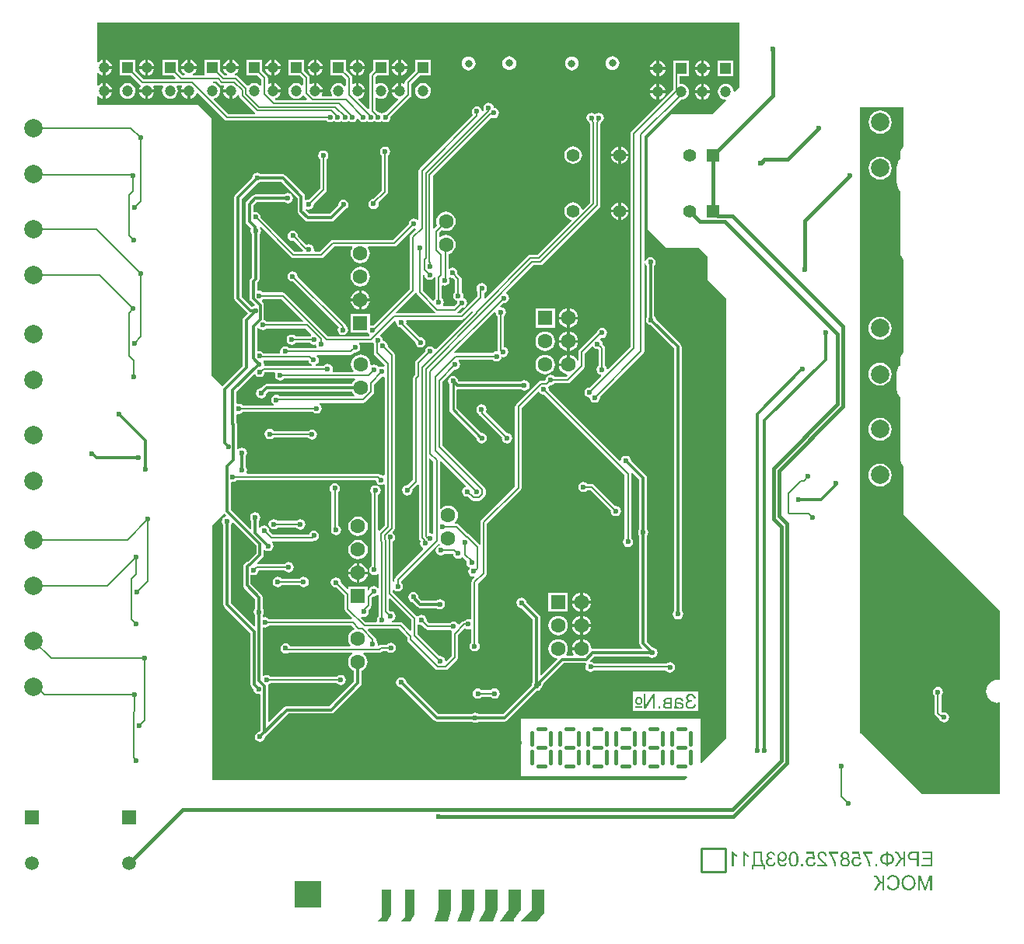
<source format=gbl>
G04*
G04 #@! TF.GenerationSoftware,Altium Limited,Altium Designer,20.0.11 (256)*
G04*
G04 Layer_Physical_Order=2*
G04 Layer_Color=16711680*
%FSLAX44Y44*%
%MOMM*%
G71*
G01*
G75*
%ADD64C,1.6000*%
%ADD65R,1.5000X1.5000*%
%ADD66C,1.5000*%
%ADD88R,1.6000X1.6000*%
%ADD113R,1.2000X1.2000*%
%ADD121R,1.0000X1.0000*%
%ADD122R,0.7000X0.7000*%
%ADD123C,0.2000*%
%ADD124C,0.3000*%
%ADD125C,0.4000*%
%ADD126C,0.3810*%
%ADD127C,0.2540*%
%ADD129R,1.4000X1.4000*%
%ADD130C,1.4000*%
%ADD131C,2.0000*%
%ADD132C,0.8000*%
%ADD133C,1.2000*%
%ADD134R,3.0000X3.0000*%
%ADD135C,0.6000*%
%ADD136C,1.2700*%
G36*
X1365000Y1945000D02*
X1359427Y1939427D01*
X1358296Y1940092D01*
X1358035Y1942074D01*
X1357178Y1944142D01*
X1355816Y1945918D01*
X1354040Y1947280D01*
X1351972Y1948137D01*
X1349754Y1948429D01*
X1347534Y1948137D01*
X1345467Y1947280D01*
X1343691Y1945918D01*
X1342329Y1944142D01*
X1341472Y1942074D01*
X1341180Y1939855D01*
X1341472Y1937637D01*
X1342329Y1935569D01*
X1343691Y1933793D01*
X1345467Y1932431D01*
X1347534Y1931574D01*
X1349517Y1931313D01*
X1350182Y1930182D01*
X1335000Y1915000D01*
X1290000D01*
X1265000Y1890000D01*
Y1790000D01*
X1285000Y1770000D01*
X1320000D01*
X1330000Y1760000D01*
Y1735000D01*
X1350000Y1715000D01*
Y1235000D01*
X1323173Y1208173D01*
X1322000Y1208659D01*
Y1256600D01*
X1127000D01*
Y1194100D01*
X1307441D01*
X1307927Y1192927D01*
X1305000Y1190000D01*
X791060D01*
X790750Y1190750D01*
Y1466929D01*
X803616Y1479795D01*
X805425Y1477986D01*
X805056Y1476771D01*
X804604Y1476681D01*
X802785Y1475465D01*
X801569Y1473646D01*
X801142Y1471500D01*
X801569Y1469354D01*
X802672Y1467704D01*
Y1380750D01*
X802672Y1380750D01*
X802982Y1379189D01*
X803866Y1377866D01*
X832422Y1349311D01*
Y1293500D01*
X832422Y1293500D01*
X832732Y1291939D01*
X833616Y1290616D01*
X835432Y1288800D01*
X835819Y1286854D01*
X837035Y1285035D01*
X838854Y1283819D01*
X841000Y1283392D01*
X842152Y1283621D01*
X843422Y1282592D01*
Y1244046D01*
X841543Y1242167D01*
X840354Y1241931D01*
X838535Y1240715D01*
X837319Y1238896D01*
X836892Y1236750D01*
X837319Y1234604D01*
X838535Y1232785D01*
X840354Y1231569D01*
X842500Y1231142D01*
X844646Y1231569D01*
X846465Y1232785D01*
X847681Y1234604D01*
X848068Y1236550D01*
X873689Y1262172D01*
X920000D01*
X920000Y1262172D01*
X921561Y1262482D01*
X922884Y1263366D01*
X951884Y1292366D01*
X951884Y1292366D01*
X952768Y1293689D01*
X953078Y1295250D01*
Y1308824D01*
X954295Y1309328D01*
X956489Y1311011D01*
X958172Y1313204D01*
X959230Y1315759D01*
X959591Y1318500D01*
X959230Y1321241D01*
X958172Y1323795D01*
X956489Y1325988D01*
X954960Y1327161D01*
X955391Y1328431D01*
X972466D01*
X973832Y1328703D01*
X974989Y1329477D01*
X975694Y1330181D01*
X980770D01*
X981035Y1329785D01*
X982854Y1328569D01*
X985000Y1328142D01*
X987146Y1328569D01*
X988965Y1329785D01*
X990181Y1331604D01*
X990608Y1333750D01*
X990181Y1335896D01*
X988965Y1337715D01*
X987146Y1338931D01*
X985000Y1339358D01*
X982854Y1338931D01*
X981035Y1337715D01*
X980770Y1337319D01*
X974216D01*
X972850Y1337047D01*
X971827Y1336363D01*
X971370Y1336516D01*
X970668Y1337044D01*
X970858Y1338000D01*
X970431Y1340146D01*
X969215Y1341965D01*
X968819Y1342230D01*
Y1343206D01*
X968547Y1344572D01*
X967773Y1345729D01*
X960245Y1353258D01*
X960731Y1354431D01*
X993899D01*
X1003174Y1345156D01*
Y1342772D01*
X1003445Y1341407D01*
X1004219Y1340249D01*
X1033491Y1310977D01*
X1034649Y1310203D01*
X1036015Y1309931D01*
X1044500D01*
X1045866Y1310203D01*
X1047023Y1310977D01*
X1057273Y1321227D01*
X1058047Y1322384D01*
X1058319Y1323750D01*
Y1347772D01*
X1065863Y1355316D01*
X1067354Y1354319D01*
X1069500Y1353892D01*
X1071411Y1354272D01*
X1072681Y1353600D01*
Y1339730D01*
X1072285Y1339465D01*
X1071069Y1337646D01*
X1070642Y1335500D01*
X1071069Y1333354D01*
X1072285Y1331535D01*
X1074104Y1330319D01*
X1076250Y1329892D01*
X1078396Y1330319D01*
X1080215Y1331535D01*
X1081431Y1333354D01*
X1081858Y1335500D01*
X1081431Y1337646D01*
X1080215Y1339465D01*
X1079819Y1339730D01*
Y1403772D01*
X1088773Y1412727D01*
X1089547Y1413884D01*
X1089819Y1415250D01*
Y1468897D01*
X1126273Y1505352D01*
X1127047Y1506509D01*
X1127319Y1507875D01*
Y1595007D01*
X1145004Y1612693D01*
X1146627Y1612519D01*
X1147285Y1611535D01*
X1149104Y1610319D01*
X1151250Y1609892D01*
X1151718Y1609985D01*
X1239681Y1522022D01*
Y1453480D01*
X1239285Y1453215D01*
X1238069Y1451396D01*
X1237642Y1449250D01*
X1238069Y1447104D01*
X1239285Y1445285D01*
X1241104Y1444069D01*
X1243250Y1443642D01*
X1245396Y1444069D01*
X1247215Y1445285D01*
X1248431Y1447104D01*
X1248858Y1449250D01*
X1248431Y1451396D01*
X1247215Y1453215D01*
X1246819Y1453480D01*
Y1523500D01*
X1246665Y1524271D01*
X1247836Y1524897D01*
X1255672Y1517061D01*
Y1463296D01*
X1254569Y1461646D01*
X1254142Y1459500D01*
X1254569Y1457354D01*
X1255672Y1455704D01*
Y1338500D01*
X1255672Y1338500D01*
X1255982Y1336939D01*
X1256866Y1335616D01*
X1258731Y1333752D01*
X1258245Y1332578D01*
X1204713D01*
X1204406Y1332517D01*
X1203128Y1333558D01*
X1202880Y1335441D01*
X1201822Y1337995D01*
X1200139Y1340189D01*
X1197945Y1341872D01*
X1195391Y1342930D01*
X1194150Y1343093D01*
Y1332700D01*
X1192650D01*
Y1331200D01*
X1182257D01*
X1182420Y1329959D01*
X1183478Y1327405D01*
X1184236Y1326417D01*
X1183674Y1325278D01*
X1176226D01*
X1175664Y1326417D01*
X1176422Y1327405D01*
X1177480Y1329959D01*
X1177840Y1332700D01*
X1177480Y1335441D01*
X1176422Y1337995D01*
X1174739Y1340189D01*
X1172545Y1341872D01*
X1169991Y1342930D01*
X1167250Y1343291D01*
X1164509Y1342930D01*
X1161955Y1341872D01*
X1159761Y1340189D01*
X1158078Y1337995D01*
X1157020Y1335441D01*
X1156659Y1332700D01*
X1157020Y1329959D01*
X1158078Y1327405D01*
X1159761Y1325211D01*
X1161955Y1323528D01*
X1164509Y1322470D01*
X1165687Y1322315D01*
X1166095Y1321113D01*
X1149002Y1304019D01*
X1147828Y1304505D01*
Y1366250D01*
X1147828Y1366250D01*
X1147518Y1367811D01*
X1146634Y1369134D01*
X1132818Y1382950D01*
X1132431Y1384896D01*
X1131215Y1386715D01*
X1129396Y1387931D01*
X1127250Y1388358D01*
X1125104Y1387931D01*
X1123285Y1386715D01*
X1122069Y1384896D01*
X1121642Y1382750D01*
X1122069Y1380604D01*
X1123285Y1378785D01*
X1125104Y1377569D01*
X1127050Y1377182D01*
X1139672Y1364561D01*
Y1296296D01*
X1138569Y1294646D01*
X1138182Y1292700D01*
X1107061Y1261578D01*
X1080796D01*
X1079146Y1262681D01*
X1077000Y1263108D01*
X1074854Y1262681D01*
X1073204Y1261578D01*
X1036616D01*
X1001818Y1296377D01*
X1001431Y1298323D01*
X1000215Y1300142D01*
X998396Y1301358D01*
X996250Y1301785D01*
X994104Y1301358D01*
X992285Y1300142D01*
X991069Y1298323D01*
X990642Y1296177D01*
X991069Y1294031D01*
X992285Y1292212D01*
X994104Y1290996D01*
X996050Y1290609D01*
X1032043Y1254616D01*
X1032043Y1254616D01*
X1033366Y1253732D01*
X1034927Y1253422D01*
X1034927Y1253422D01*
X1073204D01*
X1074854Y1252319D01*
X1077000Y1251892D01*
X1079146Y1252319D01*
X1080796Y1253422D01*
X1108750D01*
X1108750Y1253422D01*
X1110311Y1253732D01*
X1111634Y1254616D01*
X1143950Y1286932D01*
X1145896Y1287319D01*
X1147715Y1288535D01*
X1148931Y1290354D01*
X1148999Y1290697D01*
X1149626Y1291116D01*
X1149884Y1291373D01*
X1149884Y1291373D01*
X1150768Y1292697D01*
X1151078Y1294257D01*
Y1294561D01*
X1173639Y1317121D01*
X1197112D01*
X1197650Y1316433D01*
X1197829Y1315909D01*
X1197319Y1315146D01*
X1196892Y1313000D01*
X1197319Y1310854D01*
X1198535Y1309035D01*
X1200354Y1307819D01*
X1202500Y1307392D01*
X1204646Y1307819D01*
X1206465Y1309035D01*
X1206730Y1309431D01*
X1284436D01*
X1285035Y1308535D01*
X1286854Y1307319D01*
X1289000Y1306892D01*
X1291146Y1307319D01*
X1292965Y1308535D01*
X1294181Y1310354D01*
X1294608Y1312500D01*
X1294181Y1314646D01*
X1292965Y1316465D01*
X1291146Y1317681D01*
X1289000Y1318108D01*
X1286854Y1317681D01*
X1285189Y1316569D01*
X1206730D01*
X1206465Y1316965D01*
X1204646Y1318181D01*
X1202500Y1318608D01*
X1202356Y1318579D01*
X1201731Y1319750D01*
X1206403Y1324422D01*
X1265954D01*
X1267604Y1323319D01*
X1269750Y1322892D01*
X1271896Y1323319D01*
X1273715Y1324535D01*
X1274931Y1326354D01*
X1275358Y1328500D01*
X1274931Y1330646D01*
X1273715Y1332465D01*
X1271896Y1333681D01*
X1269950Y1334068D01*
X1263828Y1340189D01*
Y1455704D01*
X1264931Y1457354D01*
X1265358Y1459500D01*
X1264931Y1461646D01*
X1263828Y1463296D01*
Y1518750D01*
X1263828Y1518750D01*
X1263518Y1520311D01*
X1262634Y1521634D01*
X1246568Y1537700D01*
X1246181Y1539646D01*
X1244965Y1541465D01*
X1243146Y1542681D01*
X1241000Y1543108D01*
X1238854Y1542681D01*
X1237035Y1541465D01*
X1235819Y1539646D01*
X1235508Y1538084D01*
X1234171Y1537626D01*
X1156765Y1615032D01*
X1156858Y1615500D01*
X1156431Y1617646D01*
X1157209Y1618767D01*
X1157523Y1618977D01*
X1158782Y1620235D01*
X1159250Y1620142D01*
X1161396Y1620569D01*
X1163215Y1621785D01*
X1163480Y1622181D01*
X1177457D01*
X1178822Y1622453D01*
X1179980Y1623226D01*
X1195392Y1638638D01*
X1196165Y1639796D01*
X1196437Y1641162D01*
Y1654875D01*
X1203754Y1662193D01*
X1205377Y1662019D01*
X1206035Y1661035D01*
X1207854Y1659819D01*
X1210000Y1659392D01*
X1210183Y1659429D01*
X1211181Y1658551D01*
Y1640980D01*
X1210785Y1640715D01*
X1209569Y1638896D01*
X1209142Y1636750D01*
X1209569Y1634604D01*
X1210785Y1632785D01*
X1212604Y1631569D01*
X1213904Y1631311D01*
X1214322Y1629933D01*
X1201936Y1617547D01*
X1201468Y1617640D01*
X1199322Y1617213D01*
X1197503Y1615997D01*
X1196287Y1614178D01*
X1195860Y1612032D01*
X1196287Y1609886D01*
X1197503Y1608067D01*
X1199322Y1606851D01*
X1201468Y1606424D01*
X1201517Y1606375D01*
X1201944Y1604229D01*
X1203160Y1602410D01*
X1204979Y1601194D01*
X1207125Y1600767D01*
X1209271Y1601194D01*
X1211090Y1602410D01*
X1212306Y1604229D01*
X1212733Y1606375D01*
X1212640Y1606843D01*
X1260023Y1654227D01*
X1260797Y1655384D01*
X1261069Y1656750D01*
Y1752828D01*
X1262339Y1752953D01*
X1262559Y1751844D01*
X1263662Y1750194D01*
Y1694283D01*
X1263069Y1693396D01*
X1262642Y1691250D01*
X1263069Y1689104D01*
X1264285Y1687285D01*
X1266104Y1686069D01*
X1268050Y1685682D01*
X1293672Y1660061D01*
Y1374296D01*
X1292569Y1372646D01*
X1292142Y1370500D01*
X1292569Y1368354D01*
X1293785Y1366535D01*
X1295604Y1365319D01*
X1297750Y1364892D01*
X1299896Y1365319D01*
X1301715Y1366535D01*
X1302931Y1368354D01*
X1303358Y1370500D01*
X1302931Y1372646D01*
X1301828Y1374296D01*
Y1661750D01*
X1301828Y1661750D01*
X1301518Y1663311D01*
X1300634Y1664634D01*
X1273818Y1691450D01*
X1273431Y1693396D01*
X1272215Y1695215D01*
X1271818Y1695480D01*
Y1750194D01*
X1272921Y1751844D01*
X1273348Y1753990D01*
X1272921Y1756136D01*
X1271705Y1757955D01*
X1269886Y1759171D01*
X1267740Y1759598D01*
X1265594Y1759171D01*
X1263775Y1757955D01*
X1262559Y1756136D01*
X1262339Y1755027D01*
X1261069Y1755152D01*
Y1891365D01*
X1300762Y1931058D01*
X1301000Y1931027D01*
X1303219Y1931319D01*
X1305287Y1932176D01*
X1307063Y1933538D01*
X1308425Y1935314D01*
X1309281Y1937381D01*
X1309574Y1939600D01*
X1309281Y1941819D01*
X1308425Y1943887D01*
X1307063Y1945663D01*
X1305287Y1947025D01*
X1303219Y1947882D01*
X1301000Y1948174D01*
X1300524Y1948111D01*
X1299569Y1948948D01*
Y1956500D01*
X1309500D01*
Y1973500D01*
X1292500D01*
Y1960345D01*
X1292432Y1960000D01*
Y1941735D01*
X1246977Y1896280D01*
X1246203Y1895123D01*
X1245931Y1893757D01*
Y1661542D01*
X1221568Y1637178D01*
X1220189Y1637596D01*
X1219931Y1638896D01*
X1218715Y1640715D01*
X1218318Y1640980D01*
Y1660250D01*
X1218047Y1661616D01*
X1217273Y1662773D01*
X1215515Y1664532D01*
X1215608Y1665000D01*
X1215181Y1667146D01*
X1213965Y1668965D01*
X1213209Y1669471D01*
X1213089Y1670798D01*
X1213950Y1671601D01*
X1215000Y1671392D01*
X1217146Y1671819D01*
X1218965Y1673035D01*
X1220181Y1674854D01*
X1220608Y1677000D01*
X1220181Y1679146D01*
X1218965Y1680965D01*
X1217146Y1682181D01*
X1215000Y1682608D01*
X1212854Y1682181D01*
X1211035Y1680965D01*
X1209819Y1679146D01*
X1209622Y1678153D01*
X1190345Y1658877D01*
X1189571Y1657719D01*
X1189300Y1656353D01*
Y1647033D01*
X1188030Y1646781D01*
X1187672Y1647645D01*
X1185989Y1649839D01*
X1183795Y1651521D01*
X1181241Y1652579D01*
X1180000Y1652743D01*
Y1642350D01*
X1178500D01*
Y1640850D01*
X1168107D01*
X1168270Y1639609D01*
X1169328Y1637054D01*
X1171011Y1634861D01*
X1173205Y1633178D01*
X1175759Y1632120D01*
X1177005Y1631956D01*
X1177413Y1630753D01*
X1175978Y1629318D01*
X1163480D01*
X1163215Y1629715D01*
X1161396Y1630931D01*
X1159250Y1631358D01*
X1157104Y1630931D01*
X1155285Y1629715D01*
X1154069Y1627896D01*
X1153642Y1625750D01*
X1152483Y1625069D01*
X1148765D01*
X1147399Y1624797D01*
X1146241Y1624023D01*
X1121227Y1599009D01*
X1120453Y1597851D01*
X1120181Y1596485D01*
Y1509353D01*
X1083727Y1472898D01*
X1082953Y1471741D01*
X1082681Y1470375D01*
Y1446632D01*
X1081411Y1446121D01*
X1070509Y1457023D01*
X1069351Y1457797D01*
X1069225Y1457822D01*
X1059023Y1468023D01*
X1057866Y1468797D01*
X1056500Y1469069D01*
X1054889D01*
X1054480Y1470271D01*
X1054989Y1470661D01*
X1056672Y1472855D01*
X1057730Y1475409D01*
X1058091Y1478150D01*
X1057730Y1480891D01*
X1056672Y1483445D01*
X1054989Y1485639D01*
X1052795Y1487322D01*
X1050241Y1488380D01*
X1047500Y1488741D01*
X1044759Y1488380D01*
X1042205Y1487322D01*
X1040011Y1485639D01*
X1039771Y1485326D01*
X1038569Y1485734D01*
Y1536839D01*
X1039839Y1537365D01*
X1066752Y1510452D01*
X1066383Y1509236D01*
X1066104Y1509181D01*
X1064285Y1507965D01*
X1063069Y1506146D01*
X1062642Y1504000D01*
X1063069Y1501854D01*
X1064285Y1500035D01*
X1066104Y1498819D01*
X1068250Y1498392D01*
X1068718Y1498485D01*
X1072227Y1494977D01*
X1073384Y1494203D01*
X1074750Y1493931D01*
X1081235D01*
X1082601Y1494203D01*
X1083759Y1494977D01*
X1087273Y1498491D01*
X1088047Y1499649D01*
X1088318Y1501015D01*
Y1505985D01*
X1088047Y1507351D01*
X1087273Y1508509D01*
X1041319Y1554463D01*
Y1623772D01*
X1054532Y1636985D01*
X1055000Y1636892D01*
X1057146Y1637319D01*
X1058965Y1638535D01*
X1060181Y1640354D01*
X1060608Y1642500D01*
X1060181Y1644646D01*
X1058965Y1646465D01*
X1058672Y1646661D01*
X1059057Y1647931D01*
X1096020D01*
X1096285Y1647535D01*
X1098104Y1646319D01*
X1100250Y1645892D01*
X1102396Y1646319D01*
X1104215Y1647535D01*
X1105431Y1649354D01*
X1105747Y1650941D01*
X1107250Y1650642D01*
X1109396Y1651069D01*
X1111215Y1652285D01*
X1112431Y1654104D01*
X1112858Y1656250D01*
X1112431Y1658396D01*
X1111215Y1660215D01*
X1109396Y1661431D01*
X1108319Y1661645D01*
Y1695270D01*
X1108715Y1695535D01*
X1109931Y1697354D01*
X1110358Y1699500D01*
X1109931Y1701646D01*
X1108715Y1703465D01*
X1106896Y1704681D01*
X1104917Y1705074D01*
X1104252Y1706205D01*
X1107532Y1709485D01*
X1108000Y1709392D01*
X1110146Y1709819D01*
X1111965Y1711035D01*
X1113181Y1712854D01*
X1113608Y1715000D01*
X1113181Y1717146D01*
X1111965Y1718965D01*
X1110981Y1719623D01*
X1110807Y1721246D01*
X1140351Y1750789D01*
X1148007D01*
X1149372Y1751061D01*
X1150530Y1751835D01*
X1212023Y1813328D01*
X1212797Y1814485D01*
X1213069Y1815851D01*
Y1904679D01*
X1213258Y1904868D01*
X1214032Y1906026D01*
X1214101Y1906373D01*
X1215465Y1907285D01*
X1216681Y1909104D01*
X1217108Y1911250D01*
X1216681Y1913396D01*
X1215465Y1915215D01*
X1213646Y1916431D01*
X1211500Y1916858D01*
X1209354Y1916431D01*
X1208543Y1915889D01*
X1207500Y1915237D01*
X1206457Y1915889D01*
X1205646Y1916431D01*
X1203500Y1916858D01*
X1201354Y1916431D01*
X1199535Y1915215D01*
X1198319Y1913396D01*
X1197892Y1911250D01*
X1198319Y1909104D01*
X1199535Y1907285D01*
X1200899Y1906373D01*
X1200968Y1906026D01*
X1201742Y1904868D01*
X1201931Y1904679D01*
Y1818986D01*
X1194140Y1811195D01*
X1192938Y1811603D01*
X1192855Y1812230D01*
X1191898Y1814541D01*
X1190375Y1816526D01*
X1188391Y1818048D01*
X1186080Y1819005D01*
X1183600Y1819332D01*
X1181120Y1819005D01*
X1178809Y1818048D01*
X1176824Y1816526D01*
X1175302Y1814541D01*
X1174344Y1812230D01*
X1174018Y1809750D01*
X1174344Y1807270D01*
X1175302Y1804959D01*
X1176824Y1802975D01*
X1178809Y1801452D01*
X1181120Y1800495D01*
X1181747Y1800412D01*
X1182155Y1799209D01*
X1144872Y1761926D01*
X1137216D01*
X1135850Y1761655D01*
X1134692Y1760881D01*
X1087931Y1714120D01*
X1087595Y1714150D01*
X1086569Y1715500D01*
Y1720602D01*
X1087965Y1721535D01*
X1089181Y1723354D01*
X1089608Y1725500D01*
X1089181Y1727646D01*
X1087965Y1729465D01*
X1086146Y1730681D01*
X1084000Y1731108D01*
X1081854Y1730681D01*
X1080035Y1729465D01*
X1078819Y1727646D01*
X1078392Y1725500D01*
X1078819Y1723354D01*
X1079431Y1722438D01*
Y1716978D01*
X1060772Y1698318D01*
X1057701D01*
X1057316Y1699588D01*
X1057523Y1699727D01*
X1062032Y1704236D01*
X1062500Y1704142D01*
X1064646Y1704569D01*
X1066465Y1705785D01*
X1067681Y1707604D01*
X1068108Y1709750D01*
X1067681Y1711896D01*
X1066465Y1713716D01*
X1064646Y1714931D01*
X1063785Y1715102D01*
X1063681Y1715354D01*
X1064108Y1717500D01*
X1063681Y1719646D01*
X1062465Y1721465D01*
X1062068Y1721731D01*
Y1736000D01*
X1061797Y1737366D01*
X1061023Y1738523D01*
X1057515Y1742032D01*
X1057608Y1742500D01*
X1057181Y1744646D01*
X1055965Y1746465D01*
X1054146Y1747681D01*
X1052000Y1748108D01*
X1049854Y1747681D01*
X1049089Y1747169D01*
X1047819Y1747848D01*
Y1762902D01*
X1050295Y1763928D01*
X1052489Y1765611D01*
X1054172Y1767805D01*
X1055230Y1770359D01*
X1055591Y1773100D01*
X1055230Y1775841D01*
X1054172Y1778395D01*
X1052489Y1780589D01*
X1050295Y1782272D01*
X1047741Y1783330D01*
X1045000Y1783690D01*
X1042259Y1783330D01*
X1039705Y1782272D01*
X1038708Y1781506D01*
X1037569Y1782068D01*
Y1786022D01*
X1040532Y1788985D01*
X1042259Y1788270D01*
X1045000Y1787909D01*
X1047741Y1788270D01*
X1050295Y1789328D01*
X1052489Y1791011D01*
X1054172Y1793204D01*
X1055230Y1795759D01*
X1055591Y1798500D01*
X1055230Y1801241D01*
X1054172Y1803795D01*
X1052489Y1805988D01*
X1050295Y1807672D01*
X1047741Y1808730D01*
X1045000Y1809090D01*
X1042259Y1808730D01*
X1039705Y1807672D01*
X1037512Y1805988D01*
X1035828Y1803795D01*
X1034771Y1801241D01*
X1034410Y1798500D01*
X1034771Y1795759D01*
X1035486Y1794032D01*
X1032025Y1790571D01*
X1030755Y1791097D01*
Y1847958D01*
X1094529Y1911732D01*
X1095018Y1911405D01*
X1097164Y1910978D01*
X1099310Y1911405D01*
X1101129Y1912621D01*
X1102345Y1914440D01*
X1102772Y1916586D01*
X1102345Y1918732D01*
X1101129Y1920551D01*
X1099310Y1921767D01*
X1097164Y1922194D01*
X1096879Y1923432D01*
X1096689Y1924388D01*
X1095473Y1926208D01*
X1093654Y1927423D01*
X1091508Y1927850D01*
X1089362Y1927423D01*
X1087542Y1926208D01*
X1086327Y1924388D01*
X1085900Y1922242D01*
X1086327Y1920096D01*
X1086654Y1919607D01*
X1085593Y1918547D01*
X1084215Y1918965D01*
X1083931Y1920396D01*
X1082715Y1922215D01*
X1080896Y1923431D01*
X1078750Y1923858D01*
X1076604Y1923431D01*
X1074785Y1922215D01*
X1073569Y1920396D01*
X1073142Y1918250D01*
X1073569Y1916104D01*
X1074566Y1914612D01*
X1016227Y1856273D01*
X1015453Y1855116D01*
X1015181Y1853750D01*
Y1800631D01*
X1013911Y1800168D01*
X1012396Y1801181D01*
X1010250Y1801608D01*
X1008104Y1801181D01*
X1006285Y1799965D01*
X1005069Y1798146D01*
X1004642Y1796000D01*
X1004735Y1795532D01*
X987472Y1778268D01*
X921770D01*
X920405Y1777997D01*
X919247Y1777223D01*
X907592Y1765569D01*
X902151D01*
X901127Y1766839D01*
X901358Y1768000D01*
X900931Y1770146D01*
X899715Y1771965D01*
X897896Y1773181D01*
X895750Y1773608D01*
X893604Y1773181D01*
X893239Y1772937D01*
X883808Y1782369D01*
X883901Y1782837D01*
X883474Y1784983D01*
X882258Y1786802D01*
X880439Y1788018D01*
X878293Y1788445D01*
X876147Y1788018D01*
X874328Y1786802D01*
X873112Y1784983D01*
X872685Y1782837D01*
X873112Y1780691D01*
X874328Y1778872D01*
X876147Y1777656D01*
X878293Y1777229D01*
X878761Y1777322D01*
X889245Y1766839D01*
X888718Y1765569D01*
X880476D01*
X843265Y1802780D01*
X843358Y1803248D01*
X842931Y1805394D01*
X841715Y1807213D01*
X839896Y1808429D01*
X837750Y1808855D01*
X836348Y1808577D01*
X835078Y1809489D01*
Y1815561D01*
X839189Y1819672D01*
X868954D01*
X870604Y1818569D01*
X872750Y1818142D01*
X874896Y1818569D01*
X876715Y1819785D01*
X877931Y1821604D01*
X878358Y1823750D01*
X877931Y1825896D01*
X876715Y1827715D01*
X874896Y1828931D01*
X872750Y1829358D01*
X870604Y1828931D01*
X868954Y1827828D01*
X837500D01*
X837500Y1827828D01*
X835939Y1827518D01*
X834616Y1826634D01*
X828116Y1820134D01*
X827232Y1818811D01*
X826922Y1817250D01*
X826922Y1817250D01*
Y1798500D01*
X826922Y1798500D01*
X827232Y1796939D01*
X828116Y1795616D01*
X833026Y1790706D01*
X832819Y1790396D01*
X832392Y1788250D01*
X832819Y1786104D01*
X833922Y1784454D01*
Y1737689D01*
X832366Y1736134D01*
X831482Y1734811D01*
X831172Y1733250D01*
X831172Y1733250D01*
Y1714808D01*
X831172Y1714808D01*
X831482Y1713247D01*
X832366Y1711924D01*
X836741Y1707549D01*
X836372Y1706334D01*
X835604Y1706181D01*
X833966Y1705086D01*
X822821Y1716230D01*
Y1823304D01*
X839700Y1840182D01*
X841646Y1840569D01*
X843296Y1841672D01*
X865811D01*
X883422Y1824061D01*
Y1809750D01*
X883422Y1809750D01*
X883732Y1808189D01*
X884616Y1806866D01*
X891866Y1799616D01*
X891866Y1799616D01*
X893189Y1798732D01*
X894750Y1798422D01*
X920000D01*
X920000Y1798422D01*
X921561Y1798732D01*
X922884Y1799616D01*
X934631Y1811363D01*
X935641Y1811564D01*
X937460Y1812780D01*
X938676Y1814599D01*
X939103Y1816745D01*
X938676Y1818891D01*
X937460Y1820710D01*
X935641Y1821926D01*
X933495Y1822353D01*
X931349Y1821926D01*
X929530Y1820710D01*
X928314Y1818891D01*
X927887Y1816745D01*
X927985Y1816253D01*
X918311Y1806578D01*
X896439D01*
X892214Y1810803D01*
X893024Y1811790D01*
X893354Y1811569D01*
X895500Y1811142D01*
X897646Y1811569D01*
X899465Y1812785D01*
X900681Y1814604D01*
X901108Y1816750D01*
X901014Y1817218D01*
X914023Y1830227D01*
X914797Y1831385D01*
X915068Y1832750D01*
Y1866020D01*
X915465Y1866285D01*
X916681Y1868104D01*
X917108Y1870250D01*
X916681Y1872396D01*
X915465Y1874216D01*
X913646Y1875431D01*
X911500Y1875858D01*
X909354Y1875431D01*
X907535Y1874216D01*
X906319Y1872396D01*
X905892Y1870250D01*
X906319Y1868104D01*
X907535Y1866285D01*
X907931Y1866020D01*
Y1834228D01*
X895968Y1822265D01*
X895500Y1822358D01*
X893354Y1821931D01*
X892698Y1821493D01*
X891578Y1822092D01*
Y1825750D01*
X891578Y1825750D01*
X891268Y1827311D01*
X890384Y1828634D01*
X890384Y1828634D01*
X870384Y1848634D01*
X869061Y1849518D01*
X867500Y1849828D01*
X867500Y1849828D01*
X843296D01*
X841646Y1850931D01*
X839500Y1851358D01*
X837354Y1850931D01*
X835535Y1849715D01*
X834319Y1847896D01*
X833932Y1845950D01*
X815859Y1827877D01*
X814975Y1826554D01*
X814665Y1824993D01*
X814665Y1824993D01*
Y1714541D01*
X814665Y1714541D01*
X814975Y1712980D01*
X815859Y1711657D01*
X829249Y1698267D01*
X824616Y1693634D01*
X823732Y1692311D01*
X823422Y1690750D01*
X823422Y1690750D01*
Y1640939D01*
X801241Y1618759D01*
X790000Y1630000D01*
Y1910150D01*
X775150Y1925000D01*
X665000D01*
Y1935037D01*
X666270Y1935468D01*
X666788Y1934793D01*
X668563Y1933430D01*
X670631Y1932574D01*
X671350Y1932479D01*
Y1940855D01*
Y1949231D01*
X670631Y1949136D01*
X668563Y1948280D01*
X666788Y1946917D01*
X666270Y1946243D01*
X665000Y1946674D01*
Y1960437D01*
X666270Y1960868D01*
X666788Y1960193D01*
X668563Y1958830D01*
X670631Y1957974D01*
X671350Y1957879D01*
Y1966255D01*
Y1974631D01*
X670631Y1974536D01*
X668563Y1973680D01*
X666788Y1972317D01*
X666270Y1971643D01*
X665000Y1972074D01*
Y2015000D01*
X1365000D01*
Y1945000D01*
D02*
G37*
G36*
X1049854Y1737319D02*
X1052000Y1736892D01*
X1052468Y1736985D01*
X1054931Y1734522D01*
Y1721731D01*
X1054535Y1721465D01*
X1053319Y1719646D01*
X1052892Y1717500D01*
X1053319Y1715354D01*
X1054535Y1713535D01*
X1056354Y1712319D01*
X1057215Y1712148D01*
X1057319Y1711896D01*
X1056892Y1709750D01*
X1056985Y1709282D01*
X1053521Y1705819D01*
X1042356D01*
X1041677Y1707089D01*
X1042431Y1708216D01*
X1042858Y1710362D01*
X1042431Y1712508D01*
X1041215Y1714328D01*
X1040569Y1714760D01*
Y1727933D01*
X1041839Y1728723D01*
X1043500Y1728392D01*
X1045646Y1728819D01*
X1047465Y1730035D01*
X1048681Y1731854D01*
X1049108Y1734000D01*
X1048681Y1736146D01*
X1048162Y1736922D01*
X1049063Y1737822D01*
X1049089Y1737830D01*
X1049854Y1737319D01*
D02*
G37*
G36*
X1021688Y1740022D02*
X1022069Y1738104D01*
X1023285Y1736285D01*
X1025104Y1735069D01*
X1027250Y1734642D01*
X1029396Y1735069D01*
X1031215Y1736285D01*
X1032162Y1737701D01*
X1033432Y1737316D01*
Y1714426D01*
X1033285Y1714328D01*
X1032069Y1712508D01*
X1032037Y1712344D01*
X1030821Y1711975D01*
X1020068Y1722728D01*
Y1739668D01*
X1020259Y1739874D01*
X1021338Y1740311D01*
X1021688Y1740022D01*
D02*
G37*
G36*
X1013096Y1720421D02*
X1013203Y1719884D01*
X1013977Y1718727D01*
X1032977Y1699727D01*
X1033183Y1699588D01*
X1032798Y1698318D01*
X991025D01*
X990539Y1699492D01*
X1011746Y1720699D01*
X1011885Y1720701D01*
X1013096Y1720421D01*
D02*
G37*
G36*
X889603Y1690242D02*
X889117Y1689069D01*
X849980D01*
X849715Y1689465D01*
X847896Y1690681D01*
X847444Y1690771D01*
X846828Y1691692D01*
X846828Y1691693D01*
Y1707307D01*
X846828Y1707308D01*
X846518Y1708868D01*
X845634Y1710191D01*
X844569Y1711257D01*
X844739Y1712882D01*
X845715Y1713535D01*
X845980Y1713931D01*
X865914D01*
X889603Y1690242D01*
D02*
G37*
G36*
X876474Y1759477D02*
X877632Y1758703D01*
X878998Y1758431D01*
X909070D01*
X910436Y1758703D01*
X911594Y1759477D01*
X923248Y1771131D01*
X942782D01*
X943344Y1769992D01*
X942579Y1768995D01*
X941520Y1766441D01*
X941160Y1763700D01*
X941520Y1760959D01*
X942579Y1758405D01*
X944261Y1756211D01*
X946455Y1754528D01*
X949009Y1753470D01*
X951750Y1753109D01*
X954491Y1753470D01*
X957046Y1754528D01*
X959239Y1756211D01*
X960922Y1758405D01*
X961980Y1760959D01*
X962341Y1763700D01*
X961980Y1766441D01*
X960922Y1768995D01*
X960157Y1769992D01*
X960719Y1771131D01*
X988950D01*
X990315Y1771403D01*
X991473Y1772176D01*
X1009782Y1790485D01*
X1010250Y1790392D01*
X1011872Y1790715D01*
X1012498Y1789545D01*
X1006727Y1783773D01*
X1005953Y1782616D01*
X1005681Y1781250D01*
Y1724728D01*
X966128Y1685175D01*
X964797Y1685440D01*
X963520Y1685186D01*
X962250Y1686156D01*
Y1698000D01*
X941250D01*
Y1677000D01*
X960075D01*
X960832Y1675867D01*
X961323Y1675538D01*
X961507Y1674056D01*
X960843Y1673319D01*
X916620D01*
X869915Y1720023D01*
X868758Y1720797D01*
X867392Y1721069D01*
X845980D01*
X845715Y1721465D01*
X843896Y1722681D01*
X841750Y1723108D01*
X840598Y1722879D01*
X839328Y1723908D01*
Y1731561D01*
X840884Y1733116D01*
X841768Y1734439D01*
X842078Y1736000D01*
X842078Y1736000D01*
Y1784454D01*
X843181Y1786104D01*
X843608Y1788250D01*
X843181Y1790396D01*
X842230Y1791818D01*
X842241Y1791915D01*
X843566Y1792385D01*
X876474Y1759477D01*
D02*
G37*
G36*
X841500Y1681960D02*
X841785Y1681535D01*
X843604Y1680319D01*
X845750Y1679892D01*
X847896Y1680319D01*
X849715Y1681535D01*
X849980Y1681931D01*
X892257D01*
X898443Y1675746D01*
X898269Y1674123D01*
X897285Y1673465D01*
X897047Y1673109D01*
X881300D01*
X881008Y1673547D01*
X879189Y1674762D01*
X877043Y1675189D01*
X874897Y1674762D01*
X873077Y1673547D01*
X871862Y1671727D01*
X871435Y1669581D01*
X871862Y1667435D01*
X873077Y1665616D01*
X874897Y1664401D01*
X877043Y1663974D01*
X879189Y1664401D01*
X881008Y1665616D01*
X881246Y1665972D01*
X896992D01*
X897285Y1665535D01*
X899104Y1664319D01*
X901250Y1663892D01*
X903396Y1664319D01*
X903431Y1664305D01*
X903819Y1662354D01*
X904331Y1661589D01*
X903652Y1660319D01*
X874230D01*
X873965Y1660715D01*
X872146Y1661931D01*
X870000Y1662358D01*
X867854Y1661931D01*
X866035Y1660715D01*
X864819Y1658896D01*
X864392Y1656750D01*
X864623Y1655589D01*
X863599Y1654319D01*
X846850D01*
X845936Y1655686D01*
X844117Y1656902D01*
X841971Y1657329D01*
X840820Y1657100D01*
X839549Y1658129D01*
Y1681759D01*
X840006Y1682159D01*
X841500Y1681960D01*
D02*
G37*
G36*
X1073803Y1700243D02*
X1074025Y1699587D01*
X1033996Y1659557D01*
X1032373Y1659731D01*
X1031715Y1660715D01*
X1029896Y1661931D01*
X1027750Y1662358D01*
X1025604Y1661931D01*
X1023785Y1660715D01*
X1022569Y1658896D01*
X1022142Y1656750D01*
X1022235Y1656282D01*
X1012555Y1646602D01*
X1011781Y1645444D01*
X1011510Y1644079D01*
Y1631071D01*
X1009977Y1629538D01*
X1009203Y1628380D01*
X1008931Y1627015D01*
Y1516478D01*
X1003468Y1511015D01*
X1003000Y1511108D01*
X1000854Y1510681D01*
X999035Y1509465D01*
X997819Y1507646D01*
X997392Y1505500D01*
X997819Y1503354D01*
X999035Y1501535D01*
X1000854Y1500319D01*
X1003000Y1499892D01*
X1005146Y1500319D01*
X1006965Y1501535D01*
X1008181Y1503354D01*
X1008608Y1505500D01*
X1008515Y1505968D01*
X1014240Y1511693D01*
X1015510Y1511167D01*
Y1453500D01*
X1015781Y1452134D01*
X1016555Y1450977D01*
X1017396Y1450135D01*
X1017069Y1449646D01*
X1016642Y1447500D01*
X1017069Y1445354D01*
X1018285Y1443535D01*
X1019878Y1442470D01*
X1020289Y1441086D01*
X989977Y1410773D01*
X989203Y1409616D01*
X988931Y1408250D01*
Y1405934D01*
X988820Y1405743D01*
X988589Y1405605D01*
X987319Y1406325D01*
Y1449686D01*
X988215Y1450285D01*
X989431Y1452104D01*
X989858Y1454250D01*
X989431Y1456396D01*
X988215Y1458215D01*
X987231Y1458873D01*
X987057Y1460496D01*
X988273Y1461712D01*
X989047Y1462870D01*
X989319Y1464235D01*
Y1653129D01*
X989047Y1654494D01*
X988273Y1655652D01*
X981812Y1662113D01*
X981905Y1662581D01*
X981479Y1664727D01*
X980263Y1666546D01*
X978444Y1667762D01*
X977414Y1667967D01*
X976358Y1668750D01*
X976229Y1669399D01*
X975931Y1670896D01*
X974715Y1672715D01*
X973731Y1673373D01*
X973557Y1674996D01*
X988898Y1690337D01*
X989717Y1690293D01*
X990699Y1689035D01*
X990642Y1688750D01*
X991069Y1686604D01*
X992285Y1684785D01*
X994104Y1683569D01*
X995702Y1683251D01*
X1011736Y1667218D01*
X1011643Y1666750D01*
X1012069Y1664604D01*
X1013285Y1662785D01*
X1015104Y1661569D01*
X1017250Y1661142D01*
X1019396Y1661569D01*
X1021216Y1662785D01*
X1022431Y1664604D01*
X1022858Y1666750D01*
X1022431Y1668896D01*
X1021216Y1670715D01*
X1019396Y1671931D01*
X1017250Y1672358D01*
X1016782Y1672265D01*
X1001599Y1687448D01*
X1001858Y1688750D01*
X1001627Y1689911D01*
X1002651Y1691181D01*
X1062250D01*
X1063616Y1691453D01*
X1064773Y1692227D01*
X1072998Y1700451D01*
X1073803Y1700243D01*
D02*
G37*
G36*
X966681Y1664939D02*
Y1655000D01*
X966953Y1653634D01*
X967727Y1652477D01*
X978156Y1642047D01*
X978099Y1640786D01*
X976911Y1639916D01*
X975548Y1640188D01*
X973402Y1639761D01*
X973272Y1639674D01*
X971594Y1640025D01*
X970965Y1640965D01*
X969146Y1642181D01*
X967000Y1642608D01*
X964854Y1642181D01*
X963983Y1641599D01*
X962799Y1642335D01*
X962841Y1642650D01*
X962480Y1645391D01*
X961422Y1647945D01*
X959739Y1650139D01*
X957545Y1651822D01*
X954991Y1652880D01*
X952250Y1653241D01*
X949509Y1652880D01*
X946955Y1651822D01*
X944761Y1650139D01*
X943078Y1647945D01*
X942020Y1645391D01*
X941659Y1642650D01*
X942020Y1639909D01*
X943078Y1637355D01*
X944434Y1635589D01*
X943874Y1634319D01*
X922150D01*
X921478Y1635589D01*
X921858Y1637500D01*
X921431Y1639646D01*
X920215Y1641465D01*
X918396Y1642681D01*
X916250Y1643108D01*
X914104Y1642681D01*
X912285Y1641465D01*
X912020Y1641069D01*
X903369D01*
X903146Y1642319D01*
X904965Y1643535D01*
X906181Y1645354D01*
X906608Y1647500D01*
X906181Y1649646D01*
X904965Y1651465D01*
X904298Y1651911D01*
X904683Y1653181D01*
X941500D01*
X942866Y1653453D01*
X944023Y1654227D01*
X945532Y1655735D01*
X946000Y1655642D01*
X948146Y1656069D01*
X949965Y1657285D01*
X951181Y1659104D01*
X951608Y1661250D01*
X951181Y1663396D01*
X950168Y1664911D01*
X950631Y1666181D01*
X963265D01*
X964317Y1666391D01*
X965569Y1666604D01*
X966681Y1664939D01*
D02*
G37*
G36*
X1099175Y1699333D02*
X1099569Y1697354D01*
X1100785Y1695535D01*
X1101181Y1695270D01*
Y1658250D01*
X1101188Y1658216D01*
X1100302Y1657169D01*
X1100119Y1657082D01*
X1098104Y1656681D01*
X1096285Y1655465D01*
X1096020Y1655069D01*
X1055500D01*
X1054765Y1654922D01*
X1054140Y1656093D01*
X1098045Y1699998D01*
X1099175Y1699333D01*
D02*
G37*
G36*
X895522Y1646849D02*
X895819Y1645354D01*
X897035Y1643535D01*
X898854Y1642319D01*
X898631Y1641069D01*
X847725D01*
X846919Y1642050D01*
X847108Y1643000D01*
X846681Y1645146D01*
X846169Y1645911D01*
X846848Y1647181D01*
X895189D01*
X895522Y1646849D01*
D02*
G37*
G36*
X978181Y1628314D02*
Y1522098D01*
X976911Y1521419D01*
X976146Y1521931D01*
X974000Y1522358D01*
X973532Y1522265D01*
X973273Y1522523D01*
X972116Y1523297D01*
X970750Y1523569D01*
X828502D01*
X827903Y1524689D01*
X828181Y1525104D01*
X828608Y1527250D01*
X828181Y1529396D01*
X826965Y1531215D01*
X826828Y1531307D01*
Y1542454D01*
X827931Y1544104D01*
X828358Y1546250D01*
X827931Y1548396D01*
X826715Y1550215D01*
X824896Y1551431D01*
X822750Y1551858D01*
X820604Y1551431D01*
X818785Y1550215D01*
X818598Y1549936D01*
X817328Y1550322D01*
Y1577460D01*
X817078Y1578717D01*
Y1587842D01*
X818348Y1588871D01*
X819500Y1588642D01*
X821646Y1589069D01*
X823465Y1590285D01*
X823730Y1590681D01*
X900283D01*
X900329Y1590612D01*
X902148Y1589397D01*
X904294Y1588970D01*
X906440Y1589397D01*
X908259Y1590612D01*
X909475Y1592432D01*
X909902Y1594578D01*
X909475Y1596724D01*
X908259Y1598543D01*
X906960Y1599411D01*
X907345Y1600681D01*
X954806D01*
X956172Y1600953D01*
X957330Y1601727D01*
X965773Y1610170D01*
X966547Y1611328D01*
X966819Y1612694D01*
Y1620804D01*
X975080Y1629065D01*
X975548Y1628972D01*
X976911Y1629243D01*
X978181Y1628314D01*
D02*
G37*
G36*
X859273Y1632661D02*
X858892Y1630750D01*
X859319Y1628604D01*
X860535Y1626785D01*
X862354Y1625569D01*
X864500Y1625142D01*
X866646Y1625569D01*
X868465Y1626785D01*
X868730Y1627181D01*
X945859D01*
X946290Y1625911D01*
X944761Y1624739D01*
X943078Y1622545D01*
X942574Y1621328D01*
X850000D01*
X850000Y1621328D01*
X848439Y1621018D01*
X847116Y1620134D01*
X843800Y1616818D01*
X841854Y1616431D01*
X840035Y1615215D01*
X838819Y1613396D01*
X838392Y1611250D01*
X838819Y1609104D01*
X840035Y1607285D01*
X841854Y1606069D01*
X844000Y1605642D01*
X846146Y1606069D01*
X847965Y1607285D01*
X849181Y1609104D01*
X849568Y1611050D01*
X851689Y1613172D01*
X942574D01*
X943078Y1611955D01*
X944761Y1609761D01*
X945638Y1609089D01*
X945207Y1607819D01*
X864313D01*
X864215Y1607965D01*
X862396Y1609181D01*
X860250Y1609608D01*
X858104Y1609181D01*
X856285Y1607965D01*
X855069Y1606146D01*
X854642Y1604000D01*
X855069Y1601854D01*
X856285Y1600035D01*
X857701Y1599089D01*
X857316Y1597819D01*
X823730D01*
X823465Y1598215D01*
X821646Y1599431D01*
X819500Y1599858D01*
X818348Y1599629D01*
X817078Y1600658D01*
Y1612811D01*
X835978Y1631710D01*
X837604Y1631540D01*
X838256Y1630564D01*
X840075Y1629348D01*
X842221Y1628921D01*
X844367Y1629348D01*
X846186Y1630564D01*
X847402Y1632383D01*
X847699Y1633878D01*
X847753Y1633931D01*
X858600D01*
X859273Y1632661D01*
D02*
G37*
G36*
X968819Y1514604D02*
X970035Y1512785D01*
X971854Y1511569D01*
X974000Y1511142D01*
X976146Y1511569D01*
X976911Y1512081D01*
X978181Y1511402D01*
Y1467370D01*
X972487Y1461676D01*
X971217Y1462202D01*
Y1500660D01*
X972262Y1501358D01*
X973478Y1503177D01*
X973905Y1505323D01*
X973478Y1507469D01*
X972262Y1509289D01*
X970443Y1510504D01*
X968297Y1510931D01*
X966151Y1510504D01*
X964332Y1509289D01*
X963116Y1507469D01*
X962690Y1505323D01*
X963116Y1503177D01*
X964080Y1501735D01*
Y1423414D01*
X963035Y1422715D01*
X961819Y1420896D01*
X961392Y1418750D01*
X961819Y1416604D01*
X963035Y1414785D01*
X964854Y1413569D01*
X967000Y1413142D01*
X969146Y1413569D01*
X970661Y1414582D01*
X971931Y1414119D01*
Y1399557D01*
X970661Y1399172D01*
X970465Y1399465D01*
X968646Y1400681D01*
X966500Y1401108D01*
X964354Y1400681D01*
X962535Y1399465D01*
X961319Y1397646D01*
X961020Y1396141D01*
X959750Y1396266D01*
Y1400500D01*
X938750D01*
Y1398206D01*
X937577Y1397720D01*
X930765Y1404532D01*
X930858Y1405000D01*
X930431Y1407146D01*
X929215Y1408965D01*
X927396Y1410181D01*
X925250Y1410608D01*
X923104Y1410181D01*
X921285Y1408965D01*
X920069Y1407146D01*
X919642Y1405000D01*
X920069Y1402854D01*
X921285Y1401035D01*
X923104Y1399819D01*
X925250Y1399392D01*
X925718Y1399485D01*
X934681Y1390522D01*
Y1375863D01*
X934953Y1374497D01*
X935726Y1373340D01*
X942728Y1366339D01*
X942202Y1365069D01*
X851980D01*
X851715Y1365465D01*
X849896Y1366681D01*
X847750Y1367108D01*
X846598Y1366879D01*
X845328Y1367908D01*
Y1368954D01*
X846431Y1370604D01*
X846858Y1372750D01*
X846431Y1374896D01*
X845328Y1376546D01*
Y1388750D01*
X845328Y1388750D01*
X845018Y1390311D01*
X844134Y1391634D01*
X832328Y1403439D01*
Y1412824D01*
X833448Y1413423D01*
X833604Y1413319D01*
X835750Y1412892D01*
X837896Y1413319D01*
X839715Y1414535D01*
X840931Y1416354D01*
X841258Y1418001D01*
X869562D01*
X869827Y1417604D01*
X871647Y1416389D01*
X873793Y1415962D01*
X875939Y1416389D01*
X877758Y1417604D01*
X878973Y1419423D01*
X879400Y1421569D01*
X878973Y1423715D01*
X877758Y1425535D01*
X875939Y1426750D01*
X873793Y1427177D01*
X871647Y1426750D01*
X869827Y1425535D01*
X869562Y1425138D01*
X839952D01*
X839426Y1426408D01*
X845384Y1432366D01*
X846268Y1433689D01*
X846578Y1435250D01*
X846578Y1435250D01*
Y1440104D01*
X847848Y1440575D01*
X849354Y1439569D01*
X851500Y1439142D01*
X853646Y1439569D01*
X855465Y1440785D01*
X856681Y1442604D01*
X857108Y1444750D01*
X856681Y1446896D01*
X855501Y1448661D01*
X855564Y1448973D01*
X855931Y1449931D01*
X900078D01*
X901444Y1450203D01*
X901929Y1450527D01*
X903396Y1450819D01*
X905215Y1452035D01*
X906431Y1453854D01*
X906858Y1456000D01*
X906431Y1458146D01*
X905215Y1459965D01*
X903396Y1461181D01*
X901250Y1461608D01*
X899104Y1461181D01*
X897285Y1459965D01*
X896069Y1458146D01*
X895855Y1457069D01*
X856728D01*
X852515Y1461282D01*
X852608Y1461750D01*
X852181Y1463896D01*
X850965Y1465715D01*
X849146Y1466931D01*
X847000Y1467358D01*
X844854Y1466931D01*
X843035Y1465715D01*
X842598Y1465062D01*
X841328Y1465447D01*
Y1471954D01*
X842431Y1473604D01*
X842858Y1475750D01*
X842431Y1477896D01*
X841215Y1479715D01*
X839396Y1480931D01*
X837250Y1481358D01*
X835104Y1480931D01*
X833285Y1479715D01*
X832069Y1477896D01*
X831642Y1475750D01*
X832069Y1473604D01*
X833172Y1471954D01*
Y1463434D01*
X831998Y1462948D01*
X810578Y1484368D01*
Y1513592D01*
X811848Y1514621D01*
X813000Y1514392D01*
X815146Y1514819D01*
X816965Y1516035D01*
X817230Y1516431D01*
X968456D01*
X968819Y1514604D01*
D02*
G37*
G36*
X1031431Y1536897D02*
Y1458764D01*
X1030311Y1458165D01*
X1030053Y1458338D01*
X1027907Y1458765D01*
X1027629Y1458709D01*
X1026647Y1459515D01*
Y1540022D01*
X1027820Y1540508D01*
X1031431Y1536897D01*
D02*
G37*
G36*
X1038048Y1447318D02*
X1038637Y1446508D01*
X1038192Y1445347D01*
X1037354Y1445181D01*
X1035535Y1443965D01*
X1034319Y1442146D01*
X1033892Y1440000D01*
X1034319Y1437854D01*
X1035535Y1436035D01*
X1037354Y1434819D01*
X1039500Y1434392D01*
X1041646Y1434819D01*
X1043465Y1436035D01*
X1043730Y1436431D01*
X1052439D01*
X1053022Y1435849D01*
X1053319Y1434354D01*
X1054535Y1432535D01*
X1056354Y1431319D01*
X1058500Y1430892D01*
X1060646Y1431319D01*
X1062465Y1432535D01*
X1063763Y1432191D01*
X1067693Y1428260D01*
X1067392Y1426750D01*
X1067819Y1424604D01*
X1069035Y1422785D01*
X1070282Y1421951D01*
X1070796Y1421278D01*
X1070606Y1420324D01*
X1069819Y1419146D01*
X1069392Y1417000D01*
X1069819Y1414854D01*
X1071035Y1413035D01*
X1072854Y1411819D01*
X1075000Y1411392D01*
X1075686Y1411529D01*
X1076311Y1410358D01*
X1073727Y1407773D01*
X1072953Y1406616D01*
X1072681Y1405250D01*
Y1365400D01*
X1071411Y1364727D01*
X1069500Y1365108D01*
X1067354Y1364681D01*
X1065535Y1363465D01*
X1065270Y1363069D01*
X1065000D01*
X1063634Y1362797D01*
X1062477Y1362023D01*
X1059622Y1359169D01*
X1058179Y1359522D01*
X1057215Y1360965D01*
X1055396Y1362181D01*
X1053250Y1362608D01*
X1051104Y1362181D01*
X1049285Y1360965D01*
X1049020Y1360569D01*
X1026978D01*
X1024015Y1363532D01*
X1024108Y1364000D01*
X1023681Y1366146D01*
X1022465Y1367965D01*
X1020646Y1369181D01*
X1018500Y1369608D01*
X1016354Y1369181D01*
X1014975Y1368259D01*
X1013576Y1368343D01*
X1013326Y1368441D01*
X1013266Y1368531D01*
X987319Y1394478D01*
Y1396319D01*
X988277Y1396686D01*
X988589Y1396749D01*
X990354Y1395569D01*
X992500Y1395142D01*
X994646Y1395569D01*
X996465Y1396785D01*
X997681Y1398604D01*
X998108Y1400750D01*
X997681Y1402896D01*
X996465Y1404715D01*
X996069Y1404980D01*
Y1406772D01*
X1036728Y1447431D01*
X1038048Y1447318D01*
D02*
G37*
G36*
X971931Y1391443D02*
Y1368230D01*
X971535Y1367965D01*
X970319Y1366146D01*
X969892Y1364000D01*
X970123Y1362839D01*
X969099Y1361569D01*
X957591D01*
X952392Y1366767D01*
X953104Y1367819D01*
X955250Y1367392D01*
X957396Y1367819D01*
X959215Y1369035D01*
X960431Y1370854D01*
X960858Y1373000D01*
X960474Y1374928D01*
X962891Y1377344D01*
X963664Y1378502D01*
X963936Y1379867D01*
Y1387889D01*
X966032Y1389985D01*
X966500Y1389892D01*
X968646Y1390319D01*
X970465Y1391535D01*
X970661Y1391828D01*
X971931Y1391443D01*
D02*
G37*
G36*
X838422Y1444990D02*
Y1436939D01*
X829450Y1427968D01*
X828447Y1427768D01*
X827123Y1426884D01*
X827123Y1426884D01*
X825366Y1425126D01*
X824482Y1423803D01*
X824172Y1422243D01*
X824172Y1422242D01*
Y1401750D01*
X824172Y1401750D01*
X824482Y1400189D01*
X825366Y1398866D01*
X837172Y1387061D01*
Y1376546D01*
X836069Y1374896D01*
X835642Y1372750D01*
X836069Y1370604D01*
X837172Y1368954D01*
Y1357755D01*
X835998Y1357269D01*
X810828Y1382439D01*
Y1467704D01*
X811931Y1469354D01*
X812021Y1469806D01*
X813236Y1470175D01*
X838422Y1444990D01*
D02*
G37*
G36*
X945143Y1354810D02*
X944895Y1353565D01*
X943705Y1353071D01*
X941511Y1351389D01*
X939828Y1349195D01*
X938770Y1346641D01*
X938409Y1343900D01*
X938770Y1341159D01*
X939828Y1338604D01*
X941183Y1336839D01*
X940624Y1335569D01*
X875566D01*
X874465Y1337215D01*
X872646Y1338431D01*
X870500Y1338858D01*
X868354Y1338431D01*
X866535Y1337215D01*
X865319Y1335396D01*
X864892Y1333250D01*
X865319Y1331104D01*
X866535Y1329285D01*
X868354Y1328069D01*
X870500Y1327642D01*
X872646Y1328069D01*
X873188Y1328431D01*
X942609D01*
X943040Y1327161D01*
X941511Y1325988D01*
X939828Y1323795D01*
X938770Y1321241D01*
X938409Y1318500D01*
X938770Y1315759D01*
X939828Y1313204D01*
X941511Y1311011D01*
X943705Y1309328D01*
X944921Y1308824D01*
Y1296939D01*
X918311Y1270328D01*
X872000D01*
X872000Y1270328D01*
X870439Y1270018D01*
X869116Y1269134D01*
X869116Y1269134D01*
X852752Y1252769D01*
X851578Y1253255D01*
Y1291692D01*
X851578Y1291692D01*
X851268Y1293253D01*
X851750Y1293563D01*
X851781Y1293569D01*
X853600Y1294785D01*
X853865Y1295181D01*
X926270D01*
X926535Y1294785D01*
X928354Y1293569D01*
X930500Y1293142D01*
X932646Y1293569D01*
X934465Y1294785D01*
X935681Y1296604D01*
X936108Y1298750D01*
X935681Y1300896D01*
X934465Y1302715D01*
X932646Y1303931D01*
X930500Y1304358D01*
X928354Y1303931D01*
X926535Y1302715D01*
X926270Y1302319D01*
X853865D01*
X853600Y1302715D01*
X851781Y1303931D01*
X849635Y1304358D01*
X847489Y1303931D01*
X846848Y1303503D01*
X845578Y1304182D01*
Y1353071D01*
X845578Y1353071D01*
X845328Y1354328D01*
Y1355092D01*
X846598Y1356121D01*
X847750Y1355892D01*
X849896Y1356319D01*
X851715Y1357535D01*
X851980Y1357931D01*
X942022D01*
X945143Y1354810D01*
D02*
G37*
G36*
X1007174Y1364530D02*
Y1352909D01*
X1006000Y1352423D01*
X997900Y1360523D01*
X996742Y1361297D01*
X995377Y1361569D01*
X985862D01*
X985737Y1362839D01*
X986896Y1363069D01*
X988715Y1364285D01*
X989931Y1366104D01*
X990358Y1368250D01*
X989931Y1370396D01*
X988715Y1372215D01*
X986896Y1373431D01*
X984750Y1373858D01*
X984282Y1373765D01*
X983069Y1374978D01*
Y1386975D01*
X984242Y1387461D01*
X1007174Y1364530D01*
D02*
G37*
G36*
X1016354Y1358819D02*
X1018500Y1358392D01*
X1018968Y1358485D01*
X1022977Y1354477D01*
X1024134Y1353703D01*
X1025500Y1353431D01*
X1049020D01*
X1049285Y1353035D01*
X1051104Y1351819D01*
X1051349Y1351227D01*
X1051422Y1350461D01*
X1051181Y1349250D01*
Y1325228D01*
X1045267Y1319314D01*
X1044033Y1319876D01*
X1043681Y1321646D01*
X1042465Y1323465D01*
X1040646Y1324681D01*
X1038500Y1325108D01*
X1038032Y1325015D01*
X1014311Y1348736D01*
Y1358657D01*
X1015581Y1359336D01*
X1016354Y1358819D01*
D02*
G37*
G36*
X1543250Y1880268D02*
X1542730Y1879666D01*
X1542576Y1879395D01*
X1542373Y1879156D01*
X1541186Y1877027D01*
X1541090Y1876730D01*
X1540941Y1876457D01*
X1540208Y1874132D01*
X1540173Y1873822D01*
X1540082Y1873523D01*
X1539834Y1871097D01*
X1539849Y1870941D01*
X1539819Y1870787D01*
Y1866604D01*
X1538919Y1865611D01*
X1538753Y1865335D01*
X1538540Y1865092D01*
X1537277Y1862913D01*
X1537173Y1862609D01*
X1537015Y1862328D01*
X1536234Y1859934D01*
X1536195Y1859614D01*
X1536100Y1859306D01*
X1535835Y1856802D01*
X1535850Y1856640D01*
X1535818Y1856480D01*
Y1841480D01*
X1535850Y1841321D01*
X1535835Y1841159D01*
X1536100Y1838654D01*
X1536195Y1838347D01*
X1536234Y1838027D01*
X1537015Y1835633D01*
X1537173Y1835352D01*
X1537277Y1835047D01*
X1538540Y1832868D01*
X1538753Y1832626D01*
X1538919Y1832349D01*
X1539819Y1831356D01*
Y1766080D01*
X1539849Y1765927D01*
X1539834Y1765773D01*
X1540076Y1763376D01*
X1540166Y1763081D01*
X1540198Y1762774D01*
X1540914Y1760473D01*
X1541062Y1760202D01*
X1541155Y1759908D01*
X1542316Y1757796D01*
X1542515Y1757560D01*
X1542665Y1757291D01*
X1543250Y1756601D01*
Y1655926D01*
X1542609Y1655184D01*
X1542455Y1654912D01*
X1542252Y1654675D01*
X1541065Y1652545D01*
X1540969Y1652249D01*
X1540818Y1651975D01*
X1540085Y1649649D01*
X1540052Y1649339D01*
X1539960Y1649040D01*
X1539712Y1646615D01*
X1539727Y1646459D01*
X1539697Y1646305D01*
Y1642121D01*
X1538798Y1641129D01*
X1538632Y1640853D01*
X1538419Y1640611D01*
X1537155Y1638432D01*
X1537051Y1638127D01*
X1536893Y1637846D01*
X1536112Y1635452D01*
X1536073Y1635132D01*
X1535978Y1634823D01*
X1535714Y1632319D01*
X1535728Y1632157D01*
X1535697Y1631998D01*
Y1616998D01*
X1535728Y1616839D01*
X1535714Y1616677D01*
X1535978Y1614172D01*
X1536073Y1613864D01*
X1536112Y1613544D01*
X1536893Y1611150D01*
X1537051Y1610869D01*
X1537155Y1610564D01*
X1538419Y1608385D01*
X1538632Y1608144D01*
X1538797Y1607867D01*
X1539697Y1606875D01*
Y1541598D01*
X1539727Y1541445D01*
X1539712Y1541291D01*
X1539954Y1538893D01*
X1540044Y1538598D01*
X1540076Y1538292D01*
X1540792Y1535991D01*
X1540940Y1535720D01*
X1541033Y1535426D01*
X1542194Y1533314D01*
X1542393Y1533078D01*
X1542543Y1532809D01*
X1543250Y1531975D01*
Y1479500D01*
X1648446Y1374304D01*
Y1299055D01*
X1646001D01*
X1646001Y1299055D01*
Y1299104D01*
X1642738Y1298675D01*
X1639699Y1297415D01*
X1637088Y1295412D01*
X1635085Y1292802D01*
X1633826Y1289762D01*
X1633397Y1286500D01*
X1633826Y1283238D01*
X1635085Y1280198D01*
X1637088Y1277588D01*
X1639699Y1275585D01*
X1642738Y1274326D01*
X1646001Y1273896D01*
Y1273945D01*
X1646001Y1273945D01*
X1648446D01*
Y1174000D01*
X1563750Y1174000D01*
X1496250Y1241500D01*
X1496250Y1485000D01*
Y1923000D01*
X1543250D01*
Y1880268D01*
D02*
G37*
G36*
X1152398Y1044453D02*
X1144098Y1035503D01*
X1125898D01*
X1138398Y1047953D01*
X1138498Y1070003D01*
X1152498D01*
X1152398Y1044453D01*
D02*
G37*
G36*
X1126998Y1047953D02*
X1118898Y1038303D01*
Y1035503D01*
X1103898D01*
X1112998Y1047953D01*
X1112998Y1070003D01*
X1126998D01*
X1126998Y1047953D01*
D02*
G37*
G36*
X1101598D02*
X1095898Y1035503D01*
X1080898D01*
X1087598Y1047953D01*
X1087498Y1070003D01*
X1101498D01*
X1101598Y1047953D01*
D02*
G37*
G36*
X1076198D02*
X1071398Y1035503D01*
X1057198D01*
X1062198Y1047953D01*
X1062498Y1070003D01*
X1076248D01*
X1076198Y1047953D01*
D02*
G37*
G36*
X1050798D02*
X1046698Y1035503D01*
X1032998D01*
X1036798Y1047953D01*
X1036748Y1070003D01*
X1050748D01*
X1050798Y1047953D01*
D02*
G37*
G36*
X1010698Y1042953D02*
X1006698Y1035503D01*
X996698D01*
X1000698Y1041003D01*
X1000698Y1070003D01*
X1010698D01*
X1010698Y1042953D01*
D02*
G37*
G36*
X985298D02*
X981298Y1035503D01*
X971298D01*
X975298Y1041003D01*
X975298Y1070003D01*
X985298D01*
X985298Y1042953D01*
D02*
G37*
G36*
X1399557Y1111636D02*
X1400182Y1111520D01*
X1400714Y1111335D01*
X1401177Y1111150D01*
X1401385Y1111034D01*
X1401547Y1110941D01*
X1401709Y1110849D01*
X1401825Y1110756D01*
X1401917Y1110687D01*
X1401987Y1110641D01*
X1402033Y1110617D01*
X1402056Y1110594D01*
X1402496Y1110155D01*
X1402843Y1109669D01*
X1403121Y1109160D01*
X1403352Y1108651D01*
X1403491Y1108211D01*
X1403560Y1108026D01*
X1403606Y1107864D01*
X1403630Y1107725D01*
X1403653Y1107632D01*
X1403676Y1107563D01*
Y1107540D01*
X1401709Y1107193D01*
X1401616Y1107702D01*
X1401478Y1108141D01*
X1401316Y1108512D01*
X1401154Y1108812D01*
X1400992Y1109044D01*
X1400853Y1109206D01*
X1400760Y1109322D01*
X1400737Y1109345D01*
X1400436Y1109576D01*
X1400112Y1109761D01*
X1399812Y1109877D01*
X1399511Y1109969D01*
X1399233Y1110016D01*
X1399025Y1110062D01*
X1398840D01*
X1398423Y1110039D01*
X1398053Y1109946D01*
X1397729Y1109831D01*
X1397451Y1109715D01*
X1397243Y1109576D01*
X1397081Y1109460D01*
X1396965Y1109368D01*
X1396942Y1109345D01*
X1396688Y1109067D01*
X1396503Y1108766D01*
X1396387Y1108465D01*
X1396294Y1108188D01*
X1396248Y1107933D01*
X1396202Y1107748D01*
Y1107609D01*
Y1107586D01*
Y1107563D01*
Y1107309D01*
X1396248Y1107077D01*
X1396364Y1106684D01*
X1396526Y1106337D01*
X1396711Y1106036D01*
X1396896Y1105828D01*
X1397058Y1105666D01*
X1397174Y1105573D01*
X1397197Y1105550D01*
X1397220D01*
X1397613Y1105342D01*
X1397984Y1105180D01*
X1398377Y1105064D01*
X1398724Y1104995D01*
X1399025Y1104948D01*
X1399279Y1104902D01*
X1399580D01*
X1399673Y1104925D01*
X1399788D01*
X1400020Y1103190D01*
X1399719Y1103259D01*
X1399441Y1103305D01*
X1399210Y1103352D01*
X1399002Y1103375D01*
X1398840Y1103398D01*
X1398631D01*
X1398145Y1103352D01*
X1397706Y1103259D01*
X1397312Y1103120D01*
X1396989Y1102958D01*
X1396734Y1102796D01*
X1396549Y1102657D01*
X1396433Y1102565D01*
X1396387Y1102519D01*
X1396086Y1102171D01*
X1395855Y1101801D01*
X1395693Y1101431D01*
X1395600Y1101061D01*
X1395531Y1100760D01*
X1395508Y1100506D01*
X1395484Y1100413D01*
Y1100343D01*
Y1100297D01*
Y1100274D01*
X1395531Y1099765D01*
X1395647Y1099302D01*
X1395785Y1098909D01*
X1395970Y1098562D01*
X1396156Y1098284D01*
X1396294Y1098076D01*
X1396410Y1097937D01*
X1396456Y1097891D01*
X1396827Y1097567D01*
X1397220Y1097335D01*
X1397613Y1097173D01*
X1397984Y1097058D01*
X1398307Y1096988D01*
X1398562Y1096965D01*
X1398655Y1096942D01*
X1398793D01*
X1399210Y1096965D01*
X1399603Y1097058D01*
X1399950Y1097173D01*
X1400228Y1097312D01*
X1400459Y1097428D01*
X1400645Y1097544D01*
X1400737Y1097636D01*
X1400783Y1097659D01*
X1401061Y1097983D01*
X1401293Y1098354D01*
X1401501Y1098747D01*
X1401663Y1099163D01*
X1401778Y1099510D01*
X1401825Y1099672D01*
X1401848Y1099811D01*
X1401871Y1099927D01*
X1401894Y1100020D01*
X1401917Y1100066D01*
Y1100089D01*
X1403884Y1099835D01*
X1403838Y1099464D01*
X1403768Y1099117D01*
X1403560Y1098469D01*
X1403306Y1097914D01*
X1403167Y1097682D01*
X1403028Y1097451D01*
X1402889Y1097243D01*
X1402750Y1097081D01*
X1402635Y1096919D01*
X1402519Y1096803D01*
X1402449Y1096711D01*
X1402380Y1096641D01*
X1402334Y1096595D01*
X1402311Y1096572D01*
X1402033Y1096364D01*
X1401755Y1096155D01*
X1401478Y1095993D01*
X1401177Y1095854D01*
X1400598Y1095623D01*
X1400043Y1095484D01*
X1399788Y1095438D01*
X1399557Y1095392D01*
X1399349Y1095368D01*
X1399164Y1095345D01*
X1399025Y1095322D01*
X1398817D01*
X1398377Y1095345D01*
X1397984Y1095392D01*
X1397590Y1095461D01*
X1397220Y1095554D01*
X1396873Y1095669D01*
X1396572Y1095785D01*
X1396271Y1095924D01*
X1396017Y1096063D01*
X1395762Y1096178D01*
X1395554Y1096317D01*
X1395369Y1096433D01*
X1395230Y1096549D01*
X1395114Y1096641D01*
X1395022Y1096711D01*
X1394975Y1096757D01*
X1394952Y1096780D01*
X1394675Y1097058D01*
X1394443Y1097358D01*
X1394235Y1097659D01*
X1394050Y1097960D01*
X1393911Y1098238D01*
X1393772Y1098539D01*
X1393587Y1099094D01*
X1393541Y1099349D01*
X1393495Y1099580D01*
X1393448Y1099788D01*
X1393425Y1099973D01*
X1393402Y1100112D01*
Y1100228D01*
Y1100297D01*
Y1100320D01*
X1393425Y1100876D01*
X1393518Y1101385D01*
X1393656Y1101824D01*
X1393795Y1102195D01*
X1393934Y1102495D01*
X1394073Y1102727D01*
X1394166Y1102866D01*
X1394189Y1102912D01*
X1394513Y1103259D01*
X1394860Y1103560D01*
X1395230Y1103791D01*
X1395600Y1103976D01*
X1395924Y1104115D01*
X1396179Y1104208D01*
X1396271Y1104231D01*
X1396341Y1104254D01*
X1396387Y1104277D01*
X1396410D01*
X1396017Y1104485D01*
X1395693Y1104694D01*
X1395415Y1104925D01*
X1395184Y1105133D01*
X1394999Y1105319D01*
X1394860Y1105480D01*
X1394790Y1105573D01*
X1394767Y1105619D01*
X1394582Y1105943D01*
X1394443Y1106267D01*
X1394328Y1106591D01*
X1394258Y1106892D01*
X1394212Y1107147D01*
X1394189Y1107332D01*
Y1107470D01*
Y1107517D01*
X1394212Y1107910D01*
X1394281Y1108304D01*
X1394374Y1108651D01*
X1394489Y1108951D01*
X1394605Y1109206D01*
X1394698Y1109414D01*
X1394767Y1109530D01*
X1394790Y1109576D01*
X1395022Y1109923D01*
X1395299Y1110224D01*
X1395577Y1110479D01*
X1395855Y1110710D01*
X1396086Y1110872D01*
X1396294Y1111011D01*
X1396433Y1111080D01*
X1396456Y1111103D01*
X1396479D01*
X1396896Y1111289D01*
X1397312Y1111427D01*
X1397729Y1111543D01*
X1398099Y1111612D01*
X1398400Y1111659D01*
X1398655Y1111682D01*
X1399233D01*
X1399557Y1111636D01*
D02*
G37*
G36*
X1455045Y1111659D02*
X1455439Y1111636D01*
X1455809Y1111566D01*
X1456156Y1111497D01*
X1456480Y1111404D01*
X1456781Y1111312D01*
X1457059Y1111196D01*
X1457313Y1111080D01*
X1457544Y1110965D01*
X1457729Y1110849D01*
X1457892Y1110756D01*
X1458030Y1110664D01*
X1458146Y1110594D01*
X1458215Y1110525D01*
X1458262Y1110502D01*
X1458285Y1110479D01*
X1458516Y1110247D01*
X1458725Y1109993D01*
X1458933Y1109715D01*
X1459095Y1109437D01*
X1459372Y1108882D01*
X1459557Y1108327D01*
X1459627Y1108072D01*
X1459696Y1107818D01*
X1459743Y1107609D01*
X1459789Y1107424D01*
X1459812Y1107262D01*
Y1107147D01*
X1459835Y1107077D01*
Y1107054D01*
X1457822Y1106846D01*
X1457776Y1107378D01*
X1457683Y1107841D01*
X1457544Y1108257D01*
X1457382Y1108581D01*
X1457244Y1108859D01*
X1457105Y1109044D01*
X1457012Y1109160D01*
X1456966Y1109206D01*
X1456619Y1109484D01*
X1456249Y1109692D01*
X1455855Y1109854D01*
X1455508Y1109946D01*
X1455184Y1110016D01*
X1454906Y1110039D01*
X1454814Y1110062D01*
X1454675D01*
X1454189Y1110039D01*
X1453750Y1109946D01*
X1453379Y1109808D01*
X1453055Y1109669D01*
X1452801Y1109507D01*
X1452639Y1109391D01*
X1452523Y1109298D01*
X1452477Y1109252D01*
X1452199Y1108928D01*
X1451991Y1108604D01*
X1451829Y1108280D01*
X1451736Y1107956D01*
X1451667Y1107702D01*
X1451644Y1107470D01*
X1451621Y1107332D01*
Y1107309D01*
Y1107285D01*
X1451667Y1106869D01*
X1451759Y1106429D01*
X1451922Y1106036D01*
X1452083Y1105666D01*
X1452269Y1105365D01*
X1452431Y1105110D01*
X1452477Y1105018D01*
X1452523Y1104948D01*
X1452569Y1104925D01*
Y1104902D01*
X1452755Y1104647D01*
X1452986Y1104393D01*
X1453241Y1104115D01*
X1453518Y1103838D01*
X1454097Y1103282D01*
X1454675Y1102727D01*
X1454976Y1102472D01*
X1455230Y1102241D01*
X1455485Y1102033D01*
X1455693Y1101848D01*
X1455855Y1101709D01*
X1455994Y1101593D01*
X1456087Y1101524D01*
X1456110Y1101500D01*
X1456688Y1101015D01*
X1457220Y1100552D01*
X1457660Y1100135D01*
X1458007Y1099788D01*
X1458308Y1099487D01*
X1458516Y1099279D01*
X1458632Y1099140D01*
X1458678Y1099117D01*
Y1099094D01*
X1459002Y1098701D01*
X1459257Y1098330D01*
X1459488Y1097960D01*
X1459673Y1097636D01*
X1459812Y1097358D01*
X1459905Y1097150D01*
X1459951Y1097011D01*
X1459974Y1096988D01*
Y1096965D01*
X1460067Y1096711D01*
X1460113Y1096479D01*
X1460159Y1096248D01*
X1460182Y1096040D01*
X1460205Y1095854D01*
Y1095716D01*
Y1095623D01*
Y1095600D01*
X1449584D01*
Y1097497D01*
X1457475D01*
X1457197Y1097891D01*
X1457059Y1098053D01*
X1456943Y1098215D01*
X1456827Y1098354D01*
X1456734Y1098446D01*
X1456665Y1098515D01*
X1456642Y1098539D01*
X1456526Y1098654D01*
X1456387Y1098770D01*
X1456064Y1099071D01*
X1455693Y1099418D01*
X1455300Y1099765D01*
X1454930Y1100066D01*
X1454768Y1100205D01*
X1454629Y1100343D01*
X1454513Y1100436D01*
X1454421Y1100506D01*
X1454374Y1100552D01*
X1454351Y1100575D01*
X1453981Y1100899D01*
X1453611Y1101200D01*
X1453287Y1101500D01*
X1452986Y1101755D01*
X1452708Y1102010D01*
X1452477Y1102241D01*
X1452245Y1102449D01*
X1452060Y1102634D01*
X1451875Y1102819D01*
X1451736Y1102958D01*
X1451621Y1103074D01*
X1451505Y1103190D01*
X1451389Y1103328D01*
X1451343Y1103375D01*
X1451019Y1103768D01*
X1450741Y1104115D01*
X1450510Y1104462D01*
X1450325Y1104740D01*
X1450186Y1104995D01*
X1450094Y1105180D01*
X1450047Y1105295D01*
X1450024Y1105342D01*
X1449885Y1105689D01*
X1449793Y1106036D01*
X1449700Y1106360D01*
X1449654Y1106637D01*
X1449631Y1106892D01*
X1449608Y1107077D01*
Y1107193D01*
Y1107239D01*
X1449631Y1107586D01*
X1449677Y1107910D01*
X1449723Y1108234D01*
X1449816Y1108512D01*
X1450047Y1109067D01*
X1450279Y1109507D01*
X1450417Y1109715D01*
X1450533Y1109877D01*
X1450649Y1110039D01*
X1450764Y1110155D01*
X1450857Y1110247D01*
X1450903Y1110340D01*
X1450950Y1110363D01*
X1450973Y1110386D01*
X1451227Y1110617D01*
X1451505Y1110826D01*
X1451806Y1110988D01*
X1452107Y1111126D01*
X1452708Y1111358D01*
X1453310Y1111520D01*
X1453564Y1111566D01*
X1453819Y1111612D01*
X1454050Y1111636D01*
X1454235Y1111659D01*
X1454397Y1111682D01*
X1454629D01*
X1455045Y1111659D01*
D02*
G37*
G36*
X1370401Y1111289D02*
X1370656Y1110918D01*
X1370957Y1110548D01*
X1371234Y1110224D01*
X1371512Y1109946D01*
X1371720Y1109715D01*
X1371813Y1109646D01*
X1371882Y1109576D01*
X1371906Y1109553D01*
X1371929Y1109530D01*
X1372415Y1109137D01*
X1372901Y1108766D01*
X1373363Y1108442D01*
X1373826Y1108188D01*
X1374219Y1107956D01*
X1374381Y1107864D01*
X1374520Y1107794D01*
X1374636Y1107725D01*
X1374729Y1107702D01*
X1374775Y1107656D01*
X1374798D01*
Y1105758D01*
X1374451Y1105897D01*
X1374104Y1106059D01*
X1373757Y1106221D01*
X1373433Y1106383D01*
X1373155Y1106522D01*
X1372924Y1106637D01*
X1372785Y1106730D01*
X1372762Y1106753D01*
X1372738D01*
X1372322Y1107008D01*
X1371952Y1107262D01*
X1371628Y1107494D01*
X1371373Y1107702D01*
X1371142Y1107864D01*
X1371003Y1108003D01*
X1370887Y1108095D01*
X1370864Y1108118D01*
Y1095600D01*
X1368897D01*
Y1111682D01*
X1370170D01*
X1370401Y1111289D01*
D02*
G37*
G36*
X1357952D02*
X1358207Y1110918D01*
X1358508Y1110548D01*
X1358785Y1110224D01*
X1359063Y1109946D01*
X1359271Y1109715D01*
X1359364Y1109646D01*
X1359433Y1109576D01*
X1359456Y1109553D01*
X1359480Y1109530D01*
X1359966Y1109137D01*
X1360452Y1108766D01*
X1360914Y1108442D01*
X1361377Y1108188D01*
X1361770Y1107956D01*
X1361932Y1107864D01*
X1362071Y1107794D01*
X1362187Y1107725D01*
X1362280Y1107702D01*
X1362326Y1107656D01*
X1362349D01*
Y1105758D01*
X1362002Y1105897D01*
X1361655Y1106059D01*
X1361308Y1106221D01*
X1360984Y1106383D01*
X1360706Y1106522D01*
X1360475Y1106637D01*
X1360336Y1106730D01*
X1360313Y1106753D01*
X1360289D01*
X1359873Y1107008D01*
X1359503Y1107262D01*
X1359179Y1107494D01*
X1358924Y1107702D01*
X1358693Y1107864D01*
X1358554Y1108003D01*
X1358438Y1108095D01*
X1358415Y1108118D01*
Y1095600D01*
X1356448Y1095600D01*
Y1111682D01*
X1357721Y1111682D01*
X1357952Y1111289D01*
D02*
G37*
G36*
X1496928Y1103167D02*
X1495076Y1102912D01*
X1494915Y1103167D01*
X1494706Y1103375D01*
X1494521Y1103583D01*
X1494336Y1103745D01*
X1494151Y1103861D01*
X1494012Y1103976D01*
X1493920Y1104023D01*
X1493896Y1104046D01*
X1493596Y1104185D01*
X1493295Y1104300D01*
X1493017Y1104370D01*
X1492739Y1104439D01*
X1492508Y1104462D01*
X1492323Y1104485D01*
X1491883D01*
X1491606Y1104439D01*
X1491120Y1104324D01*
X1490703Y1104162D01*
X1490333Y1103999D01*
X1490055Y1103814D01*
X1489847Y1103652D01*
X1489731Y1103537D01*
X1489685Y1103514D01*
Y1103491D01*
X1489361Y1103097D01*
X1489130Y1102681D01*
X1488968Y1102241D01*
X1488852Y1101801D01*
X1488783Y1101431D01*
X1488759Y1101269D01*
Y1101130D01*
X1488736Y1101015D01*
Y1100922D01*
Y1100876D01*
Y1100853D01*
Y1100529D01*
X1488783Y1100228D01*
X1488898Y1099649D01*
X1489060Y1099163D01*
X1489222Y1098770D01*
X1489407Y1098446D01*
X1489569Y1098192D01*
X1489639Y1098122D01*
X1489685Y1098053D01*
X1489708Y1098030D01*
X1489731Y1098006D01*
X1489916Y1097821D01*
X1490101Y1097659D01*
X1490518Y1097382D01*
X1490911Y1097197D01*
X1491305Y1097081D01*
X1491629Y1096988D01*
X1491906Y1096965D01*
X1491999Y1096942D01*
X1492138D01*
X1492577Y1096965D01*
X1492971Y1097058D01*
X1493318Y1097173D01*
X1493596Y1097312D01*
X1493850Y1097451D01*
X1494035Y1097567D01*
X1494128Y1097659D01*
X1494174Y1097682D01*
X1494452Y1098006D01*
X1494683Y1098354D01*
X1494868Y1098747D01*
X1495007Y1099094D01*
X1495100Y1099441D01*
X1495169Y1099696D01*
X1495192Y1099811D01*
X1495215Y1099881D01*
Y1099927D01*
Y1099950D01*
X1497275Y1099788D01*
X1497229Y1099418D01*
X1497159Y1099071D01*
X1496951Y1098423D01*
X1496696Y1097868D01*
X1496557Y1097613D01*
X1496419Y1097405D01*
X1496303Y1097197D01*
X1496164Y1097011D01*
X1496048Y1096873D01*
X1495933Y1096757D01*
X1495840Y1096664D01*
X1495794Y1096572D01*
X1495748Y1096549D01*
X1495724Y1096525D01*
X1495447Y1096317D01*
X1495169Y1096132D01*
X1494868Y1095970D01*
X1494567Y1095831D01*
X1493989Y1095623D01*
X1493410Y1095484D01*
X1493156Y1095415D01*
X1492901Y1095392D01*
X1492693Y1095368D01*
X1492508Y1095345D01*
X1492346Y1095322D01*
X1492138D01*
X1491652Y1095345D01*
X1491189Y1095415D01*
X1490749Y1095507D01*
X1490356Y1095623D01*
X1489986Y1095785D01*
X1489639Y1095947D01*
X1489315Y1096109D01*
X1489037Y1096294D01*
X1488783Y1096479D01*
X1488551Y1096641D01*
X1488366Y1096826D01*
X1488204Y1096965D01*
X1488088Y1097081D01*
X1487996Y1097173D01*
X1487950Y1097243D01*
X1487926Y1097266D01*
X1487695Y1097567D01*
X1487510Y1097891D01*
X1487325Y1098192D01*
X1487186Y1098515D01*
X1486955Y1099140D01*
X1486816Y1099742D01*
X1486769Y1099996D01*
X1486723Y1100251D01*
X1486700Y1100459D01*
X1486677Y1100644D01*
X1486654Y1100806D01*
Y1100922D01*
Y1100991D01*
Y1101015D01*
X1486677Y1101431D01*
X1486723Y1101824D01*
X1486793Y1102218D01*
X1486885Y1102565D01*
X1487001Y1102889D01*
X1487117Y1103213D01*
X1487255Y1103491D01*
X1487371Y1103745D01*
X1487510Y1103976D01*
X1487649Y1104185D01*
X1487764Y1104347D01*
X1487880Y1104509D01*
X1487973Y1104624D01*
X1488042Y1104694D01*
X1488088Y1104740D01*
X1488112Y1104763D01*
X1488389Y1105018D01*
X1488667Y1105249D01*
X1488968Y1105434D01*
X1489268Y1105596D01*
X1489569Y1105758D01*
X1489870Y1105874D01*
X1490426Y1106036D01*
X1490680Y1106105D01*
X1490911Y1106152D01*
X1491120Y1106175D01*
X1491305Y1106198D01*
X1491444Y1106221D01*
X1491953D01*
X1492230Y1106175D01*
X1492786Y1106059D01*
X1493295Y1105897D01*
X1493757Y1105712D01*
X1494128Y1105527D01*
X1494290Y1105434D01*
X1494429Y1105365D01*
X1494544Y1105295D01*
X1494614Y1105249D01*
X1494660Y1105226D01*
X1494683Y1105203D01*
X1493827Y1109530D01*
X1487417D01*
Y1111404D01*
X1495377D01*
X1496928Y1103167D01*
D02*
G37*
G36*
X1447132D02*
X1445280Y1102912D01*
X1445119Y1103167D01*
X1444910Y1103375D01*
X1444725Y1103583D01*
X1444540Y1103745D01*
X1444355Y1103861D01*
X1444216Y1103976D01*
X1444124Y1104023D01*
X1444100Y1104046D01*
X1443800Y1104185D01*
X1443499Y1104300D01*
X1443221Y1104370D01*
X1442943Y1104439D01*
X1442712Y1104462D01*
X1442527Y1104485D01*
X1442087D01*
X1441810Y1104439D01*
X1441324Y1104324D01*
X1440907Y1104162D01*
X1440537Y1103999D01*
X1440259Y1103814D01*
X1440051Y1103652D01*
X1439935Y1103537D01*
X1439889Y1103514D01*
Y1103491D01*
X1439565Y1103097D01*
X1439334Y1102681D01*
X1439172Y1102241D01*
X1439056Y1101801D01*
X1438987Y1101431D01*
X1438963Y1101269D01*
Y1101130D01*
X1438940Y1101015D01*
Y1100922D01*
Y1100876D01*
Y1100853D01*
Y1100529D01*
X1438987Y1100228D01*
X1439102Y1099649D01*
X1439264Y1099163D01*
X1439426Y1098770D01*
X1439611Y1098446D01*
X1439773Y1098192D01*
X1439843Y1098122D01*
X1439889Y1098053D01*
X1439912Y1098030D01*
X1439935Y1098006D01*
X1440120Y1097821D01*
X1440305Y1097659D01*
X1440722Y1097382D01*
X1441115Y1097197D01*
X1441509Y1097081D01*
X1441833Y1096988D01*
X1442110Y1096965D01*
X1442203Y1096942D01*
X1442342D01*
X1442781Y1096965D01*
X1443175Y1097058D01*
X1443522Y1097173D01*
X1443800Y1097312D01*
X1444054Y1097451D01*
X1444239Y1097567D01*
X1444332Y1097659D01*
X1444378Y1097682D01*
X1444656Y1098006D01*
X1444887Y1098354D01*
X1445072Y1098747D01*
X1445211Y1099094D01*
X1445304Y1099441D01*
X1445373Y1099696D01*
X1445396Y1099811D01*
X1445419Y1099881D01*
Y1099927D01*
Y1099950D01*
X1447479Y1099788D01*
X1447433Y1099418D01*
X1447363Y1099071D01*
X1447155Y1098423D01*
X1446900Y1097868D01*
X1446761Y1097613D01*
X1446623Y1097405D01*
X1446507Y1097197D01*
X1446368Y1097011D01*
X1446252Y1096873D01*
X1446137Y1096757D01*
X1446044Y1096664D01*
X1445998Y1096572D01*
X1445952Y1096549D01*
X1445928Y1096525D01*
X1445651Y1096317D01*
X1445373Y1096132D01*
X1445072Y1095970D01*
X1444771Y1095831D01*
X1444193Y1095623D01*
X1443615Y1095484D01*
X1443360Y1095415D01*
X1443105Y1095392D01*
X1442897Y1095368D01*
X1442712Y1095345D01*
X1442550Y1095322D01*
X1442342D01*
X1441856Y1095345D01*
X1441393Y1095415D01*
X1440953Y1095507D01*
X1440560Y1095623D01*
X1440190Y1095785D01*
X1439843Y1095947D01*
X1439519Y1096109D01*
X1439241Y1096294D01*
X1438987Y1096479D01*
X1438755Y1096641D01*
X1438570Y1096826D01*
X1438408Y1096965D01*
X1438292Y1097081D01*
X1438200Y1097173D01*
X1438154Y1097243D01*
X1438130Y1097266D01*
X1437899Y1097567D01*
X1437714Y1097891D01*
X1437529Y1098192D01*
X1437390Y1098515D01*
X1437159Y1099140D01*
X1437020Y1099742D01*
X1436974Y1099996D01*
X1436927Y1100251D01*
X1436904Y1100459D01*
X1436881Y1100644D01*
X1436858Y1100806D01*
Y1100922D01*
Y1100991D01*
Y1101015D01*
X1436881Y1101431D01*
X1436927Y1101824D01*
X1436997Y1102218D01*
X1437089Y1102565D01*
X1437205Y1102889D01*
X1437321Y1103213D01*
X1437459Y1103491D01*
X1437575Y1103745D01*
X1437714Y1103976D01*
X1437853Y1104185D01*
X1437968Y1104347D01*
X1438084Y1104509D01*
X1438177Y1104624D01*
X1438246Y1104694D01*
X1438292Y1104740D01*
X1438315Y1104763D01*
X1438593Y1105018D01*
X1438871Y1105249D01*
X1439172Y1105434D01*
X1439473Y1105596D01*
X1439773Y1105758D01*
X1440074Y1105874D01*
X1440629Y1106036D01*
X1440884Y1106105D01*
X1441115Y1106152D01*
X1441324Y1106175D01*
X1441509Y1106198D01*
X1441648Y1106221D01*
X1442157D01*
X1442434Y1106175D01*
X1442990Y1106059D01*
X1443499Y1105897D01*
X1443962Y1105712D01*
X1444332Y1105527D01*
X1444494Y1105434D01*
X1444633Y1105365D01*
X1444748Y1105295D01*
X1444818Y1105249D01*
X1444864Y1105226D01*
X1444887Y1105203D01*
X1444031Y1109530D01*
X1437621D01*
Y1111404D01*
X1445581D01*
X1447132Y1103167D01*
D02*
G37*
G36*
X1411728Y1111659D02*
X1412099Y1111612D01*
X1412469Y1111543D01*
X1412793Y1111450D01*
X1413418Y1111196D01*
X1413695Y1111080D01*
X1413927Y1110941D01*
X1414158Y1110779D01*
X1414343Y1110664D01*
X1414528Y1110525D01*
X1414667Y1110409D01*
X1414783Y1110317D01*
X1414852Y1110247D01*
X1414899Y1110201D01*
X1414922Y1110178D01*
X1415176Y1109900D01*
X1415384Y1109576D01*
X1415593Y1109275D01*
X1415755Y1108951D01*
X1415894Y1108604D01*
X1416009Y1108280D01*
X1416171Y1107679D01*
X1416241Y1107378D01*
X1416287Y1107123D01*
X1416310Y1106869D01*
X1416333Y1106661D01*
X1416356Y1106499D01*
Y1106383D01*
Y1106290D01*
Y1106267D01*
X1416333Y1105828D01*
X1416287Y1105434D01*
X1416241Y1105041D01*
X1416148Y1104671D01*
X1416032Y1104347D01*
X1415917Y1104023D01*
X1415801Y1103745D01*
X1415662Y1103491D01*
X1415546Y1103259D01*
X1415431Y1103051D01*
X1415315Y1102889D01*
X1415199Y1102727D01*
X1415107Y1102611D01*
X1415060Y1102542D01*
X1415014Y1102495D01*
X1414991Y1102472D01*
X1414736Y1102218D01*
X1414459Y1102010D01*
X1414181Y1101801D01*
X1413880Y1101639D01*
X1413603Y1101500D01*
X1413325Y1101385D01*
X1412793Y1101223D01*
X1412561Y1101153D01*
X1412330Y1101107D01*
X1412145Y1101084D01*
X1411960Y1101061D01*
X1411821Y1101038D01*
X1411636D01*
X1411196Y1101061D01*
X1410780Y1101130D01*
X1410409Y1101223D01*
X1410062Y1101339D01*
X1409808Y1101431D01*
X1409599Y1101524D01*
X1409461Y1101593D01*
X1409414Y1101616D01*
X1409044Y1101848D01*
X1408720Y1102102D01*
X1408443Y1102357D01*
X1408211Y1102588D01*
X1408049Y1102819D01*
X1407910Y1102981D01*
X1407818Y1103097D01*
X1407795Y1103143D01*
Y1102958D01*
Y1102843D01*
Y1102773D01*
Y1102750D01*
X1407818Y1102287D01*
X1407841Y1101848D01*
X1407887Y1101454D01*
X1407934Y1101084D01*
X1408003Y1100783D01*
X1408049Y1100552D01*
X1408072Y1100459D01*
Y1100390D01*
X1408096Y1100367D01*
Y1100343D01*
X1408211Y1099927D01*
X1408327Y1099557D01*
X1408443Y1099233D01*
X1408558Y1098955D01*
X1408651Y1098747D01*
X1408743Y1098585D01*
X1408790Y1098469D01*
X1408813Y1098446D01*
X1408998Y1098192D01*
X1409183Y1097983D01*
X1409368Y1097798D01*
X1409553Y1097636D01*
X1409692Y1097497D01*
X1409831Y1097405D01*
X1409924Y1097358D01*
X1409947Y1097335D01*
X1410201Y1097197D01*
X1410479Y1097104D01*
X1410733Y1097035D01*
X1410988Y1096988D01*
X1411196Y1096965D01*
X1411358Y1096942D01*
X1411520D01*
X1411890Y1096965D01*
X1412237Y1097035D01*
X1412538Y1097127D01*
X1412793Y1097243D01*
X1412978Y1097335D01*
X1413140Y1097428D01*
X1413232Y1097497D01*
X1413256Y1097521D01*
X1413487Y1097775D01*
X1413672Y1098076D01*
X1413834Y1098400D01*
X1413950Y1098724D01*
X1414042Y1099001D01*
X1414112Y1099256D01*
X1414135Y1099349D01*
Y1099395D01*
X1414158Y1099441D01*
Y1099464D01*
X1416055Y1099302D01*
X1415917Y1098631D01*
X1415732Y1098053D01*
X1415500Y1097544D01*
X1415269Y1097127D01*
X1415037Y1096803D01*
X1414922Y1096664D01*
X1414829Y1096549D01*
X1414760Y1096479D01*
X1414690Y1096410D01*
X1414667Y1096387D01*
X1414644Y1096364D01*
X1414413Y1096178D01*
X1414158Y1096016D01*
X1413649Y1095762D01*
X1413140Y1095577D01*
X1412654Y1095461D01*
X1412214Y1095368D01*
X1412029Y1095345D01*
X1411867D01*
X1411752Y1095322D01*
X1411566D01*
X1410918Y1095368D01*
X1410340Y1095461D01*
X1409808Y1095623D01*
X1409368Y1095808D01*
X1409183Y1095878D01*
X1408998Y1095970D01*
X1408859Y1096063D01*
X1408720Y1096132D01*
X1408628Y1096178D01*
X1408558Y1096225D01*
X1408512Y1096271D01*
X1408489D01*
X1408026Y1096664D01*
X1407610Y1097104D01*
X1407286Y1097567D01*
X1407008Y1098006D01*
X1406776Y1098400D01*
X1406684Y1098585D01*
X1406615Y1098724D01*
X1406568Y1098863D01*
X1406522Y1098955D01*
X1406499Y1099001D01*
Y1099025D01*
X1406383Y1099372D01*
X1406268Y1099765D01*
X1406105Y1100552D01*
X1405990Y1101385D01*
X1405920Y1102171D01*
X1405874Y1102519D01*
X1405851Y1102866D01*
Y1103167D01*
X1405828Y1103421D01*
Y1103629D01*
Y1103791D01*
Y1103907D01*
Y1103930D01*
Y1104462D01*
X1405851Y1104971D01*
X1405897Y1105434D01*
X1405943Y1105874D01*
X1405990Y1106267D01*
X1406036Y1106637D01*
X1406105Y1106984D01*
X1406175Y1107285D01*
X1406244Y1107540D01*
X1406291Y1107771D01*
X1406360Y1107980D01*
X1406406Y1108141D01*
X1406453Y1108257D01*
X1406499Y1108350D01*
X1406522Y1108396D01*
Y1108419D01*
X1406800Y1108975D01*
X1407101Y1109460D01*
X1407448Y1109877D01*
X1407748Y1110224D01*
X1408049Y1110479D01*
X1408281Y1110664D01*
X1408373Y1110733D01*
X1408443Y1110779D01*
X1408466Y1110826D01*
X1408489D01*
X1408975Y1111103D01*
X1409461Y1111312D01*
X1409947Y1111474D01*
X1410386Y1111566D01*
X1410780Y1111636D01*
X1410942Y1111659D01*
X1411057D01*
X1411173Y1111682D01*
X1411335D01*
X1411728Y1111659D01*
D02*
G37*
G36*
X1575000Y1095600D02*
X1563037D01*
Y1097497D01*
X1572871D01*
Y1102935D01*
X1564009D01*
Y1104833D01*
X1572871D01*
Y1109715D01*
X1563407D01*
Y1111612D01*
X1575000D01*
Y1095600D01*
D02*
G37*
G36*
X1560098D02*
X1557969D01*
Y1102102D01*
X1553874D01*
X1553272Y1102125D01*
X1552694Y1102172D01*
X1552184Y1102241D01*
X1551722Y1102334D01*
X1551282Y1102426D01*
X1550912Y1102542D01*
X1550565Y1102681D01*
X1550264Y1102820D01*
X1550009Y1102935D01*
X1549778Y1103074D01*
X1549593Y1103190D01*
X1549454Y1103305D01*
X1549338Y1103375D01*
X1549269Y1103444D01*
X1549223Y1103491D01*
X1549200Y1103514D01*
X1548968Y1103791D01*
X1548760Y1104069D01*
X1548598Y1104347D01*
X1548436Y1104648D01*
X1548297Y1104948D01*
X1548204Y1105226D01*
X1548043Y1105758D01*
X1547996Y1106013D01*
X1547950Y1106244D01*
X1547927Y1106452D01*
X1547904Y1106614D01*
X1547881Y1106776D01*
Y1106869D01*
Y1106938D01*
Y1106961D01*
X1547904Y1107401D01*
X1547950Y1107818D01*
X1548043Y1108188D01*
X1548112Y1108512D01*
X1548204Y1108789D01*
X1548297Y1108998D01*
X1548343Y1109113D01*
X1548367Y1109160D01*
X1548552Y1109507D01*
X1548783Y1109808D01*
X1548991Y1110085D01*
X1549200Y1110294D01*
X1549385Y1110455D01*
X1549523Y1110594D01*
X1549616Y1110664D01*
X1549662Y1110687D01*
X1549963Y1110872D01*
X1550310Y1111034D01*
X1550634Y1111173D01*
X1550935Y1111289D01*
X1551213Y1111358D01*
X1551421Y1111404D01*
X1551583Y1111451D01*
X1551629D01*
X1551976Y1111497D01*
X1552370Y1111543D01*
X1552786Y1111566D01*
X1553179Y1111589D01*
X1553527Y1111612D01*
X1560098D01*
Y1095600D01*
D02*
G37*
G36*
X1535756Y1111612D02*
X1536103Y1111566D01*
X1536404Y1111497D01*
X1536658Y1111404D01*
X1536889Y1111312D01*
X1537051Y1111242D01*
X1537144Y1111196D01*
X1537190Y1111173D01*
X1537468Y1111011D01*
X1537722Y1110826D01*
X1537931Y1110641D01*
X1538093Y1110455D01*
X1538232Y1110317D01*
X1538324Y1110201D01*
X1538393Y1110108D01*
X1538417Y1110085D01*
X1538579Y1109808D01*
X1538764Y1109461D01*
X1538949Y1109090D01*
X1539111Y1108743D01*
X1539273Y1108396D01*
X1539388Y1108118D01*
X1539435Y1108003D01*
X1539481Y1107933D01*
X1539504Y1107887D01*
Y1107864D01*
X1539666Y1107470D01*
X1539828Y1107123D01*
X1539967Y1106823D01*
X1540129Y1106545D01*
X1540245Y1106290D01*
X1540383Y1106059D01*
X1540499Y1105874D01*
X1540592Y1105712D01*
X1540684Y1105573D01*
X1540777Y1105457D01*
X1540892Y1105272D01*
X1540985Y1105180D01*
X1541008Y1105156D01*
X1541263Y1104971D01*
X1541564Y1104833D01*
X1541888Y1104740D01*
X1542235Y1104671D01*
X1542535Y1104624D01*
X1542790Y1104601D01*
X1543021D01*
Y1111612D01*
X1545150D01*
Y1095600D01*
X1543021D01*
Y1103097D01*
X1542605Y1103074D01*
X1542235Y1102981D01*
X1541911Y1102889D01*
X1541633Y1102750D01*
X1541425Y1102634D01*
X1541263Y1102519D01*
X1541147Y1102426D01*
X1541124Y1102403D01*
X1540985Y1102264D01*
X1540823Y1102102D01*
X1540522Y1101732D01*
X1540222Y1101315D01*
X1539921Y1100922D01*
X1539666Y1100529D01*
X1539550Y1100367D01*
X1539458Y1100228D01*
X1539388Y1100089D01*
X1539319Y1099996D01*
X1539296Y1099950D01*
X1539273Y1099927D01*
X1536589Y1095600D01*
X1533951D01*
X1537260Y1100922D01*
X1537537Y1101362D01*
X1537815Y1101755D01*
X1538093Y1102102D01*
X1538370Y1102403D01*
X1538625Y1102681D01*
X1538879Y1102912D01*
X1539134Y1103097D01*
X1539342Y1103282D01*
X1539550Y1103421D01*
X1539736Y1103537D01*
X1539897Y1103629D01*
X1540036Y1103699D01*
X1540152Y1103745D01*
X1540245Y1103768D01*
X1540291Y1103791D01*
X1540314D01*
X1540036Y1103930D01*
X1539782Y1104069D01*
X1539550Y1104208D01*
X1539365Y1104347D01*
X1539203Y1104462D01*
X1539088Y1104555D01*
X1539018Y1104624D01*
X1538995Y1104648D01*
X1538879Y1104763D01*
X1538787Y1104902D01*
X1538671Y1105087D01*
X1538555Y1105272D01*
X1538324Y1105689D01*
X1538093Y1106128D01*
X1537908Y1106522D01*
X1537838Y1106707D01*
X1537769Y1106869D01*
X1537699Y1107008D01*
X1537676Y1107100D01*
X1537630Y1107170D01*
Y1107193D01*
X1537514Y1107494D01*
X1537398Y1107748D01*
X1537283Y1107980D01*
X1537167Y1108211D01*
X1536982Y1108581D01*
X1536797Y1108859D01*
X1536658Y1109067D01*
X1536565Y1109206D01*
X1536496Y1109275D01*
X1536473Y1109298D01*
X1536265Y1109461D01*
X1536033Y1109599D01*
X1535779Y1109692D01*
X1535547Y1109738D01*
X1535316Y1109784D01*
X1535131Y1109808D01*
X1534737D01*
X1534599Y1109784D01*
X1534113D01*
Y1111612D01*
X1534182D01*
X1534344Y1111636D01*
X1535408D01*
X1535756Y1111612D01*
D02*
G37*
G36*
X1526361Y1109715D02*
X1526893Y1109669D01*
X1527379Y1109599D01*
X1527865Y1109507D01*
X1528305Y1109391D01*
X1528721Y1109252D01*
X1529115Y1109090D01*
X1529485Y1108951D01*
X1529809Y1108789D01*
X1530110Y1108627D01*
X1530364Y1108465D01*
X1530572Y1108327D01*
X1530757Y1108211D01*
X1530919Y1108118D01*
X1531012Y1108026D01*
X1531081Y1107980D01*
X1531104Y1107956D01*
X1531429Y1107656D01*
X1531729Y1107309D01*
X1531984Y1106961D01*
X1532192Y1106614D01*
X1532377Y1106267D01*
X1532516Y1105897D01*
X1532655Y1105550D01*
X1532747Y1105226D01*
X1532817Y1104902D01*
X1532886Y1104601D01*
X1532909Y1104347D01*
X1532956Y1104115D01*
Y1103930D01*
X1532979Y1103791D01*
Y1103699D01*
Y1103676D01*
X1532956Y1103190D01*
X1532886Y1102727D01*
X1532794Y1102287D01*
X1532678Y1101871D01*
X1532539Y1101500D01*
X1532377Y1101153D01*
X1532215Y1100829D01*
X1532030Y1100529D01*
X1531868Y1100274D01*
X1531706Y1100043D01*
X1531544Y1099835D01*
X1531405Y1099672D01*
X1531266Y1099534D01*
X1531174Y1099441D01*
X1531128Y1099395D01*
X1531104Y1099372D01*
X1530734Y1099094D01*
X1530364Y1098839D01*
X1529971Y1098608D01*
X1529554Y1098423D01*
X1529161Y1098261D01*
X1528768Y1098122D01*
X1528397Y1098007D01*
X1528027Y1097914D01*
X1527680Y1097844D01*
X1527356Y1097775D01*
X1527078Y1097729D01*
X1526824Y1097706D01*
X1526639Y1097682D01*
X1526477Y1097659D01*
X1526361D01*
Y1095600D01*
X1524371D01*
Y1097659D01*
X1523793Y1097706D01*
X1523260Y1097798D01*
X1522751Y1097891D01*
X1522288Y1098030D01*
X1521849Y1098168D01*
X1521455Y1098330D01*
X1521085Y1098492D01*
X1520761Y1098654D01*
X1520460Y1098816D01*
X1520229Y1098978D01*
X1519998Y1099140D01*
X1519836Y1099256D01*
X1519697Y1099372D01*
X1519581Y1099464D01*
X1519535Y1099510D01*
X1519512Y1099534D01*
X1519211Y1099858D01*
X1518933Y1100205D01*
X1518702Y1100552D01*
X1518517Y1100899D01*
X1518332Y1101246D01*
X1518193Y1101593D01*
X1518077Y1101940D01*
X1517984Y1102241D01*
X1517915Y1102542D01*
X1517869Y1102820D01*
X1517823Y1103051D01*
X1517799Y1103259D01*
X1517776Y1103444D01*
Y1103560D01*
Y1103652D01*
Y1103676D01*
X1517799Y1104138D01*
X1517846Y1104578D01*
X1517938Y1104995D01*
X1518054Y1105388D01*
X1518193Y1105758D01*
X1518332Y1106082D01*
X1518494Y1106406D01*
X1518656Y1106707D01*
X1518841Y1106961D01*
X1519003Y1107193D01*
X1519142Y1107378D01*
X1519280Y1107540D01*
X1519396Y1107679D01*
X1519489Y1107771D01*
X1519535Y1107818D01*
X1519558Y1107841D01*
X1519905Y1108141D01*
X1520275Y1108396D01*
X1520645Y1108651D01*
X1521062Y1108836D01*
X1521455Y1109021D01*
X1521849Y1109183D01*
X1522242Y1109298D01*
X1522612Y1109414D01*
X1522983Y1109507D01*
X1523307Y1109576D01*
X1523607Y1109622D01*
X1523862Y1109669D01*
X1524070Y1109692D01*
X1524232Y1109715D01*
X1524371D01*
Y1111751D01*
X1526361D01*
Y1109715D01*
D02*
G37*
G36*
X1514837Y1095600D02*
X1512593D01*
Y1097844D01*
X1514837D01*
Y1095600D01*
D02*
G37*
G36*
X1509585Y1109507D02*
X1501741Y1109507D01*
X1502296Y1108836D01*
X1502828Y1108118D01*
X1503291Y1107424D01*
X1503731Y1106753D01*
X1503916Y1106452D01*
X1504078Y1106175D01*
X1504240Y1105920D01*
X1504355Y1105712D01*
X1504448Y1105527D01*
X1504517Y1105411D01*
X1504564Y1105319D01*
X1504587Y1105295D01*
X1505050Y1104370D01*
X1505466Y1103444D01*
X1505813Y1102565D01*
X1505952Y1102172D01*
X1506091Y1101778D01*
X1506230Y1101431D01*
X1506322Y1101107D01*
X1506415Y1100829D01*
X1506484Y1100598D01*
X1506554Y1100390D01*
X1506600Y1100251D01*
X1506623Y1100158D01*
Y1100135D01*
X1506854Y1099187D01*
X1506947Y1098724D01*
X1507016Y1098307D01*
X1507086Y1097914D01*
X1507155Y1097521D01*
X1507202Y1097197D01*
X1507248Y1096873D01*
X1507271Y1096595D01*
X1507294Y1096340D01*
X1507317Y1096109D01*
Y1095924D01*
X1507340Y1095785D01*
Y1095693D01*
Y1095623D01*
Y1095600D01*
X1505327D01*
X1505258Y1096479D01*
X1505142Y1097289D01*
X1505026Y1098030D01*
X1504957Y1098377D01*
X1504888Y1098701D01*
X1504841Y1098978D01*
X1504772Y1099233D01*
X1504726Y1099464D01*
X1504679Y1099649D01*
X1504633Y1099788D01*
X1504610Y1099904D01*
X1504587Y1099973D01*
Y1099996D01*
X1504240Y1101061D01*
X1503869Y1102056D01*
X1503684Y1102542D01*
X1503499Y1103005D01*
X1503291Y1103421D01*
X1503106Y1103838D01*
X1502944Y1104208D01*
X1502782Y1104532D01*
X1502643Y1104809D01*
X1502527Y1105064D01*
X1502412Y1105272D01*
X1502342Y1105411D01*
X1502296Y1105504D01*
X1502273Y1105527D01*
X1501995Y1106013D01*
X1501718Y1106499D01*
X1501440Y1106938D01*
X1501162Y1107355D01*
X1500908Y1107725D01*
X1500653Y1108095D01*
X1500399Y1108419D01*
X1500190Y1108697D01*
X1499982Y1108975D01*
X1499797Y1109206D01*
X1499612Y1109391D01*
X1499473Y1109553D01*
X1499380Y1109692D01*
X1499288Y1109784D01*
X1499242Y1109831D01*
X1499218Y1109854D01*
Y1111404D01*
X1509585Y1111404D01*
Y1109507D01*
D02*
G37*
G36*
X1472238Y1109507D02*
X1464394D01*
X1464949Y1108836D01*
X1465481Y1108118D01*
X1465944Y1107424D01*
X1466384Y1106753D01*
X1466569Y1106452D01*
X1466731Y1106175D01*
X1466893Y1105920D01*
X1467008Y1105712D01*
X1467101Y1105527D01*
X1467170Y1105411D01*
X1467217Y1105319D01*
X1467240Y1105295D01*
X1467703Y1104370D01*
X1468119Y1103444D01*
X1468466Y1102565D01*
X1468605Y1102171D01*
X1468744Y1101778D01*
X1468883Y1101431D01*
X1468975Y1101107D01*
X1469068Y1100829D01*
X1469137Y1100598D01*
X1469207Y1100390D01*
X1469253Y1100251D01*
X1469276Y1100158D01*
Y1100135D01*
X1469507Y1099186D01*
X1469600Y1098724D01*
X1469669Y1098307D01*
X1469739Y1097914D01*
X1469808Y1097521D01*
X1469854Y1097197D01*
X1469901Y1096873D01*
X1469924Y1096595D01*
X1469947Y1096340D01*
X1469970Y1096109D01*
Y1095924D01*
X1469993Y1095785D01*
Y1095693D01*
Y1095623D01*
Y1095600D01*
X1467980D01*
X1467911Y1096479D01*
X1467795Y1097289D01*
X1467679Y1098030D01*
X1467610Y1098377D01*
X1467541Y1098701D01*
X1467494Y1098978D01*
X1467425Y1099233D01*
X1467379Y1099464D01*
X1467332Y1099649D01*
X1467286Y1099788D01*
X1467263Y1099904D01*
X1467240Y1099973D01*
Y1099996D01*
X1466893Y1101061D01*
X1466523Y1102056D01*
X1466337Y1102542D01*
X1466152Y1103005D01*
X1465944Y1103421D01*
X1465759Y1103838D01*
X1465597Y1104208D01*
X1465435Y1104532D01*
X1465296Y1104809D01*
X1465180Y1105064D01*
X1465065Y1105272D01*
X1464995Y1105411D01*
X1464949Y1105504D01*
X1464926Y1105527D01*
X1464648Y1106013D01*
X1464371Y1106499D01*
X1464093Y1106938D01*
X1463815Y1107355D01*
X1463561Y1107725D01*
X1463306Y1108095D01*
X1463052Y1108419D01*
X1462843Y1108697D01*
X1462635Y1108975D01*
X1462450Y1109206D01*
X1462265Y1109391D01*
X1462126Y1109553D01*
X1462033Y1109692D01*
X1461941Y1109784D01*
X1461895Y1109831D01*
X1461871Y1109854D01*
Y1111404D01*
X1472238D01*
Y1109507D01*
D02*
G37*
G36*
X1433919Y1095600D02*
X1431674D01*
Y1097844D01*
X1433919D01*
Y1095600D01*
D02*
G37*
G36*
X1479990Y1111659D02*
X1480360Y1111636D01*
X1481008Y1111497D01*
X1481308Y1111404D01*
X1481586Y1111312D01*
X1481841Y1111196D01*
X1482072Y1111080D01*
X1482257Y1110965D01*
X1482442Y1110849D01*
X1482604Y1110756D01*
X1482720Y1110664D01*
X1482813Y1110594D01*
X1482882Y1110525D01*
X1482928Y1110502D01*
X1482951Y1110479D01*
X1483160Y1110247D01*
X1483368Y1110016D01*
X1483530Y1109761D01*
X1483669Y1109507D01*
X1483900Y1109021D01*
X1484039Y1108558D01*
X1484132Y1108165D01*
X1484155Y1107980D01*
X1484178Y1107841D01*
X1484201Y1107702D01*
Y1107609D01*
Y1107563D01*
Y1107540D01*
X1484178Y1107123D01*
X1484108Y1106730D01*
X1484016Y1106383D01*
X1483900Y1106082D01*
X1483808Y1105851D01*
X1483715Y1105666D01*
X1483646Y1105573D01*
X1483622Y1105527D01*
X1483368Y1105249D01*
X1483090Y1104995D01*
X1482789Y1104763D01*
X1482489Y1104578D01*
X1482211Y1104439D01*
X1482003Y1104347D01*
X1481910Y1104300D01*
X1481841Y1104277D01*
X1481818Y1104254D01*
X1481794D01*
X1482327Y1104092D01*
X1482766Y1103884D01*
X1483160Y1103629D01*
X1483484Y1103398D01*
X1483738Y1103167D01*
X1483923Y1102981D01*
X1484016Y1102866D01*
X1484062Y1102843D01*
Y1102819D01*
X1484317Y1102403D01*
X1484525Y1101963D01*
X1484664Y1101547D01*
X1484756Y1101130D01*
X1484803Y1100760D01*
X1484826Y1100598D01*
Y1100459D01*
X1484849Y1100367D01*
Y1100274D01*
Y1100228D01*
Y1100205D01*
X1484826Y1099835D01*
X1484780Y1099464D01*
X1484710Y1099117D01*
X1484617Y1098770D01*
X1484386Y1098192D01*
X1484270Y1097914D01*
X1484132Y1097682D01*
X1483993Y1097451D01*
X1483877Y1097266D01*
X1483738Y1097104D01*
X1483646Y1096965D01*
X1483553Y1096850D01*
X1483484Y1096780D01*
X1483437Y1096734D01*
X1483414Y1096711D01*
X1483137Y1096456D01*
X1482836Y1096248D01*
X1482512Y1096063D01*
X1482188Y1095901D01*
X1481887Y1095785D01*
X1481563Y1095669D01*
X1480938Y1095507D01*
X1480661Y1095438D01*
X1480406Y1095392D01*
X1480175Y1095368D01*
X1479966Y1095345D01*
X1479805Y1095322D01*
X1479573D01*
X1479133Y1095345D01*
X1478740Y1095392D01*
X1478347Y1095461D01*
X1477977Y1095530D01*
X1477652Y1095646D01*
X1477329Y1095762D01*
X1477028Y1095878D01*
X1476773Y1096016D01*
X1476542Y1096155D01*
X1476334Y1096271D01*
X1476172Y1096387D01*
X1476010Y1096502D01*
X1475894Y1096572D01*
X1475824Y1096641D01*
X1475778Y1096687D01*
X1475755Y1096711D01*
X1475501Y1096988D01*
X1475269Y1097266D01*
X1475084Y1097544D01*
X1474922Y1097844D01*
X1474760Y1098122D01*
X1474644Y1098423D01*
X1474482Y1098955D01*
X1474413Y1099210D01*
X1474367Y1099441D01*
X1474344Y1099649D01*
X1474320Y1099811D01*
X1474297Y1099950D01*
Y1100066D01*
Y1100135D01*
Y1100158D01*
X1474320Y1100691D01*
X1474413Y1101177D01*
X1474552Y1101616D01*
X1474691Y1101986D01*
X1474830Y1102287D01*
X1474968Y1102519D01*
X1475061Y1102657D01*
X1475084Y1102681D01*
Y1102704D01*
X1475408Y1103074D01*
X1475755Y1103398D01*
X1476125Y1103652D01*
X1476472Y1103884D01*
X1476796Y1104046D01*
X1477074Y1104162D01*
X1477167Y1104208D01*
X1477236Y1104231D01*
X1477282Y1104254D01*
X1477305D01*
X1476889Y1104439D01*
X1476542Y1104647D01*
X1476241Y1104856D01*
X1475986Y1105064D01*
X1475801Y1105249D01*
X1475663Y1105388D01*
X1475570Y1105480D01*
X1475547Y1105527D01*
X1475339Y1105851D01*
X1475200Y1106175D01*
X1475084Y1106499D01*
X1475015Y1106823D01*
X1474968Y1107077D01*
X1474945Y1107285D01*
Y1107424D01*
Y1107447D01*
Y1107470D01*
X1474968Y1107794D01*
X1474991Y1108095D01*
X1475154Y1108674D01*
X1475362Y1109183D01*
X1475593Y1109622D01*
X1475824Y1109969D01*
X1475940Y1110108D01*
X1476033Y1110247D01*
X1476125Y1110340D01*
X1476195Y1110409D01*
X1476218Y1110432D01*
X1476241Y1110455D01*
X1476496Y1110664D01*
X1476750Y1110872D01*
X1477028Y1111034D01*
X1477305Y1111173D01*
X1477861Y1111381D01*
X1478416Y1111520D01*
X1478647Y1111589D01*
X1478879Y1111612D01*
X1479087Y1111636D01*
X1479272Y1111659D01*
X1479411Y1111682D01*
X1479619D01*
X1479990Y1111659D01*
D02*
G37*
G36*
X1424200Y1111636D02*
X1424779Y1111543D01*
X1425265Y1111381D01*
X1425681Y1111219D01*
X1426028Y1111034D01*
X1426167Y1110965D01*
X1426283Y1110872D01*
X1426376Y1110826D01*
X1426445Y1110779D01*
X1426468Y1110733D01*
X1426491D01*
X1426908Y1110363D01*
X1427255Y1109923D01*
X1427556Y1109484D01*
X1427787Y1109067D01*
X1427972Y1108674D01*
X1428065Y1108512D01*
X1428111Y1108350D01*
X1428157Y1108234D01*
X1428204Y1108141D01*
X1428227Y1108095D01*
Y1108072D01*
X1428319Y1107725D01*
X1428412Y1107378D01*
X1428551Y1106614D01*
X1428666Y1105851D01*
X1428736Y1105133D01*
X1428759Y1104786D01*
X1428782Y1104485D01*
Y1104208D01*
X1428805Y1103953D01*
Y1103768D01*
Y1103606D01*
Y1103514D01*
Y1103491D01*
X1428782Y1102681D01*
X1428736Y1101917D01*
X1428666Y1101223D01*
X1428551Y1100575D01*
X1428435Y1099973D01*
X1428296Y1099441D01*
X1428157Y1098955D01*
X1428018Y1098539D01*
X1427880Y1098168D01*
X1427718Y1097844D01*
X1427602Y1097567D01*
X1427486Y1097358D01*
X1427371Y1097173D01*
X1427301Y1097058D01*
X1427255Y1096988D01*
X1427232Y1096965D01*
X1426977Y1096687D01*
X1426700Y1096433D01*
X1426399Y1096202D01*
X1426098Y1096016D01*
X1425797Y1095854D01*
X1425496Y1095716D01*
X1425195Y1095623D01*
X1424918Y1095530D01*
X1424640Y1095461D01*
X1424386Y1095415D01*
X1424154Y1095368D01*
X1423969Y1095345D01*
X1423807Y1095322D01*
X1423576D01*
X1422951Y1095368D01*
X1422372Y1095461D01*
X1421887Y1095623D01*
X1421470Y1095785D01*
X1421123Y1095947D01*
X1421007Y1096040D01*
X1420892Y1096109D01*
X1420799Y1096155D01*
X1420730Y1096202D01*
X1420706Y1096248D01*
X1420683D01*
X1420267Y1096641D01*
X1419920Y1097058D01*
X1419619Y1097521D01*
X1419388Y1097937D01*
X1419202Y1098330D01*
X1419110Y1098492D01*
X1419064Y1098654D01*
X1419017Y1098770D01*
X1418971Y1098863D01*
X1418948Y1098909D01*
Y1098932D01*
X1418832Y1099279D01*
X1418740Y1099626D01*
X1418601Y1100367D01*
X1418485Y1101130D01*
X1418416Y1101871D01*
X1418392Y1102195D01*
X1418369Y1102495D01*
Y1102773D01*
X1418346Y1103028D01*
Y1103213D01*
Y1103375D01*
Y1103467D01*
Y1103491D01*
Y1103930D01*
X1418369Y1104347D01*
Y1104717D01*
X1418392Y1105087D01*
X1418439Y1105411D01*
X1418462Y1105735D01*
X1418485Y1106013D01*
X1418531Y1106267D01*
X1418555Y1106499D01*
X1418601Y1106707D01*
X1418624Y1106869D01*
X1418647Y1107008D01*
X1418670Y1107123D01*
X1418693Y1107193D01*
X1418716Y1107239D01*
Y1107262D01*
X1418855Y1107771D01*
X1419017Y1108234D01*
X1419202Y1108627D01*
X1419341Y1108975D01*
X1419503Y1109275D01*
X1419596Y1109484D01*
X1419688Y1109599D01*
X1419711Y1109646D01*
X1419966Y1109993D01*
X1420220Y1110294D01*
X1420498Y1110548D01*
X1420753Y1110779D01*
X1420984Y1110941D01*
X1421169Y1111057D01*
X1421285Y1111126D01*
X1421308Y1111150D01*
X1421331D01*
X1421701Y1111335D01*
X1422095Y1111450D01*
X1422465Y1111543D01*
X1422812Y1111612D01*
X1423113Y1111659D01*
X1423367Y1111682D01*
X1423576D01*
X1424200Y1111636D01*
D02*
G37*
G36*
X1389191Y1109275D02*
Y1108465D01*
X1389214Y1107679D01*
X1389237Y1106938D01*
X1389283Y1106221D01*
X1389306Y1105527D01*
X1389376Y1104879D01*
X1389422Y1104277D01*
X1389491Y1103699D01*
X1389561Y1103143D01*
X1389630Y1102611D01*
X1389723Y1102102D01*
X1389815Y1101639D01*
X1389885Y1101200D01*
X1389977Y1100806D01*
X1390070Y1100413D01*
X1390162Y1100066D01*
X1390255Y1099719D01*
X1390348Y1099418D01*
X1390440Y1099140D01*
X1390509Y1098886D01*
X1390602Y1098654D01*
X1390672Y1098446D01*
X1390833Y1098099D01*
X1390949Y1097821D01*
X1391042Y1097636D01*
X1391111Y1097544D01*
X1391134Y1097497D01*
X1392384D01*
Y1091874D01*
X1390486D01*
Y1095600D01*
X1379912D01*
Y1091874D01*
X1378014D01*
Y1097497D01*
X1379449D01*
Y1111612D01*
X1389191D01*
Y1109275D01*
D02*
G37*
G36*
X1574500Y1069850D02*
X1572464D01*
Y1083479D01*
X1567836Y1069850D01*
X1565938D01*
X1561264Y1083248D01*
Y1069850D01*
X1559228D01*
Y1085862D01*
X1562074D01*
X1565915Y1074709D01*
X1566124Y1074108D01*
X1566286Y1073599D01*
X1566447Y1073159D01*
X1566563Y1072789D01*
X1566656Y1072511D01*
X1566725Y1072303D01*
X1566748Y1072187D01*
X1566771Y1072141D01*
X1566864Y1072465D01*
X1566980Y1072835D01*
X1567119Y1073228D01*
X1567234Y1073622D01*
X1567350Y1073969D01*
X1567442Y1074247D01*
X1567489Y1074362D01*
X1567512Y1074432D01*
X1567535Y1074478D01*
Y1074501D01*
X1571330Y1085862D01*
X1574500D01*
Y1069850D01*
D02*
G37*
G36*
X1532224Y1086094D02*
X1532965Y1085978D01*
X1533613Y1085839D01*
X1533914Y1085747D01*
X1534191Y1085654D01*
X1534446Y1085562D01*
X1534677Y1085469D01*
X1534862Y1085400D01*
X1535047Y1085330D01*
X1535163Y1085261D01*
X1535256Y1085214D01*
X1535325Y1085191D01*
X1535348Y1085168D01*
X1535973Y1084775D01*
X1536505Y1084312D01*
X1536968Y1083849D01*
X1537361Y1083387D01*
X1537662Y1082970D01*
X1537778Y1082785D01*
X1537870Y1082623D01*
X1537963Y1082507D01*
X1538009Y1082415D01*
X1538032Y1082345D01*
X1538055Y1082322D01*
X1538379Y1081605D01*
X1538611Y1080864D01*
X1538773Y1080124D01*
X1538888Y1079453D01*
X1538935Y1079152D01*
X1538958Y1078851D01*
X1538981Y1078620D01*
Y1078388D01*
X1539004Y1078226D01*
Y1078088D01*
Y1077995D01*
Y1077972D01*
X1538958Y1077139D01*
X1538865Y1076329D01*
X1538750Y1075612D01*
X1538657Y1075265D01*
X1538588Y1074964D01*
X1538518Y1074686D01*
X1538426Y1074432D01*
X1538356Y1074200D01*
X1538310Y1074015D01*
X1538241Y1073876D01*
X1538217Y1073761D01*
X1538171Y1073691D01*
Y1073668D01*
X1537824Y1072974D01*
X1537431Y1072349D01*
X1537014Y1071817D01*
X1536806Y1071609D01*
X1536621Y1071400D01*
X1536436Y1071215D01*
X1536250Y1071053D01*
X1536089Y1070914D01*
X1535950Y1070822D01*
X1535857Y1070729D01*
X1535765Y1070660D01*
X1535718Y1070637D01*
X1535695Y1070614D01*
X1535371Y1070428D01*
X1535047Y1070266D01*
X1534353Y1070012D01*
X1533659Y1069827D01*
X1532988Y1069711D01*
X1532664Y1069665D01*
X1532386Y1069619D01*
X1532132Y1069595D01*
X1531924D01*
X1531738Y1069572D01*
X1531484D01*
X1531021Y1069595D01*
X1530581Y1069642D01*
X1530165Y1069688D01*
X1529772Y1069781D01*
X1529401Y1069896D01*
X1529054Y1070012D01*
X1528730Y1070128D01*
X1528429Y1070266D01*
X1528175Y1070382D01*
X1527920Y1070498D01*
X1527735Y1070614D01*
X1527550Y1070729D01*
X1527434Y1070822D01*
X1527319Y1070868D01*
X1527272Y1070914D01*
X1527249Y1070938D01*
X1526925Y1071215D01*
X1526648Y1071493D01*
X1526393Y1071817D01*
X1526139Y1072141D01*
X1525722Y1072789D01*
X1525398Y1073437D01*
X1525259Y1073737D01*
X1525144Y1074015D01*
X1525051Y1074270D01*
X1524982Y1074478D01*
X1524912Y1074663D01*
X1524866Y1074802D01*
X1524843Y1074894D01*
Y1074918D01*
X1526972Y1075450D01*
X1527064Y1075079D01*
X1527180Y1074732D01*
X1527296Y1074408D01*
X1527411Y1074108D01*
X1527550Y1073830D01*
X1527689Y1073599D01*
X1527851Y1073367D01*
X1527990Y1073159D01*
X1528105Y1072974D01*
X1528244Y1072835D01*
X1528360Y1072696D01*
X1528453Y1072580D01*
X1528545Y1072511D01*
X1528615Y1072442D01*
X1528638Y1072419D01*
X1528661Y1072395D01*
X1528892Y1072210D01*
X1529147Y1072071D01*
X1529656Y1071817D01*
X1530142Y1071632D01*
X1530628Y1071516D01*
X1531044Y1071423D01*
X1531206Y1071400D01*
X1531368D01*
X1531507Y1071377D01*
X1531669D01*
X1532201Y1071400D01*
X1532710Y1071493D01*
X1533173Y1071609D01*
X1533589Y1071747D01*
X1533914Y1071886D01*
X1534052Y1071956D01*
X1534168Y1072002D01*
X1534261Y1072048D01*
X1534330Y1072094D01*
X1534376Y1072118D01*
X1534399D01*
X1534839Y1072442D01*
X1535209Y1072789D01*
X1535533Y1073182D01*
X1535788Y1073552D01*
X1535996Y1073876D01*
X1536135Y1074154D01*
X1536181Y1074270D01*
X1536227Y1074339D01*
X1536250Y1074385D01*
Y1074408D01*
X1536436Y1075010D01*
X1536575Y1075612D01*
X1536690Y1076213D01*
X1536760Y1076769D01*
X1536783Y1077023D01*
X1536806Y1077255D01*
Y1077463D01*
X1536829Y1077625D01*
Y1077764D01*
Y1077879D01*
Y1077949D01*
Y1077972D01*
X1536806Y1078574D01*
X1536760Y1079129D01*
X1536667Y1079638D01*
X1536575Y1080101D01*
X1536505Y1080494D01*
X1536459Y1080656D01*
X1536413Y1080795D01*
X1536389Y1080911D01*
X1536366Y1080980D01*
X1536343Y1081026D01*
Y1081049D01*
X1536112Y1081582D01*
X1535857Y1082068D01*
X1535580Y1082461D01*
X1535279Y1082808D01*
X1535024Y1083086D01*
X1534816Y1083271D01*
X1534654Y1083387D01*
X1534631Y1083433D01*
X1534608D01*
X1534122Y1083734D01*
X1533589Y1083965D01*
X1533080Y1084127D01*
X1532594Y1084220D01*
X1532155Y1084289D01*
X1531970Y1084312D01*
X1531808D01*
X1531692Y1084335D01*
X1531507D01*
X1530928Y1084312D01*
X1530396Y1084220D01*
X1529957Y1084081D01*
X1529563Y1083942D01*
X1529262Y1083780D01*
X1529031Y1083664D01*
X1528892Y1083572D01*
X1528846Y1083525D01*
X1528476Y1083178D01*
X1528129Y1082785D01*
X1527851Y1082368D01*
X1527620Y1081952D01*
X1527434Y1081582D01*
X1527365Y1081396D01*
X1527319Y1081258D01*
X1527272Y1081142D01*
X1527226Y1081049D01*
X1527203Y1081003D01*
Y1080980D01*
X1525121Y1081466D01*
X1525259Y1081882D01*
X1525398Y1082253D01*
X1525583Y1082600D01*
X1525745Y1082947D01*
X1525930Y1083248D01*
X1526139Y1083525D01*
X1526324Y1083803D01*
X1526509Y1084034D01*
X1526694Y1084220D01*
X1526856Y1084405D01*
X1527018Y1084567D01*
X1527134Y1084682D01*
X1527249Y1084798D01*
X1527342Y1084867D01*
X1527388Y1084891D01*
X1527411Y1084914D01*
X1527735Y1085122D01*
X1528059Y1085330D01*
X1528383Y1085492D01*
X1528730Y1085631D01*
X1529424Y1085839D01*
X1530049Y1085978D01*
X1530350Y1086048D01*
X1530605Y1086071D01*
X1530859Y1086094D01*
X1531067Y1086117D01*
X1531229Y1086140D01*
X1531461D01*
X1532224Y1086094D01*
D02*
G37*
G36*
X1512810Y1085862D02*
X1513157Y1085816D01*
X1513458Y1085747D01*
X1513713Y1085654D01*
X1513944Y1085562D01*
X1514106Y1085492D01*
X1514199Y1085446D01*
X1514245Y1085423D01*
X1514523Y1085261D01*
X1514777Y1085076D01*
X1514985Y1084891D01*
X1515147Y1084706D01*
X1515286Y1084567D01*
X1515379Y1084451D01*
X1515448Y1084358D01*
X1515471Y1084335D01*
X1515633Y1084058D01*
X1515818Y1083710D01*
X1516004Y1083340D01*
X1516165Y1082993D01*
X1516328Y1082646D01*
X1516443Y1082368D01*
X1516490Y1082253D01*
X1516536Y1082183D01*
X1516559Y1082137D01*
Y1082114D01*
X1516721Y1081721D01*
X1516883Y1081373D01*
X1517022Y1081073D01*
X1517184Y1080795D01*
X1517299Y1080540D01*
X1517438Y1080309D01*
X1517554Y1080124D01*
X1517646Y1079962D01*
X1517739Y1079823D01*
X1517832Y1079707D01*
X1517947Y1079522D01*
X1518040Y1079430D01*
X1518063Y1079407D01*
X1518318Y1079221D01*
X1518618Y1079083D01*
X1518942Y1078990D01*
X1519289Y1078921D01*
X1519590Y1078874D01*
X1519845Y1078851D01*
X1520076D01*
Y1085862D01*
X1522205D01*
Y1069850D01*
X1520076D01*
Y1077347D01*
X1519660Y1077324D01*
X1519289Y1077231D01*
X1518965Y1077139D01*
X1518688Y1077000D01*
X1518479Y1076884D01*
X1518318Y1076769D01*
X1518202Y1076676D01*
X1518179Y1076653D01*
X1518040Y1076514D01*
X1517878Y1076352D01*
X1517577Y1075982D01*
X1517276Y1075565D01*
X1516975Y1075172D01*
X1516721Y1074779D01*
X1516605Y1074617D01*
X1516513Y1074478D01*
X1516443Y1074339D01*
X1516374Y1074247D01*
X1516351Y1074200D01*
X1516328Y1074177D01*
X1513643Y1069850D01*
X1511006D01*
X1514314Y1075172D01*
X1514592Y1075612D01*
X1514870Y1076005D01*
X1515147Y1076352D01*
X1515425Y1076653D01*
X1515680Y1076931D01*
X1515934Y1077162D01*
X1516189Y1077347D01*
X1516397Y1077532D01*
X1516605Y1077671D01*
X1516790Y1077787D01*
X1516952Y1077879D01*
X1517091Y1077949D01*
X1517207Y1077995D01*
X1517299Y1078018D01*
X1517346Y1078041D01*
X1517369D01*
X1517091Y1078180D01*
X1516837Y1078319D01*
X1516605Y1078458D01*
X1516420Y1078597D01*
X1516258Y1078712D01*
X1516142Y1078805D01*
X1516073Y1078874D01*
X1516050Y1078897D01*
X1515934Y1079013D01*
X1515842Y1079152D01*
X1515726Y1079337D01*
X1515610Y1079522D01*
X1515379Y1079939D01*
X1515147Y1080378D01*
X1514962Y1080772D01*
X1514893Y1080957D01*
X1514823Y1081119D01*
X1514754Y1081258D01*
X1514731Y1081350D01*
X1514685Y1081420D01*
Y1081443D01*
X1514569Y1081744D01*
X1514453Y1081998D01*
X1514337Y1082230D01*
X1514222Y1082461D01*
X1514037Y1082831D01*
X1513852Y1083109D01*
X1513713Y1083317D01*
X1513620Y1083456D01*
X1513551Y1083525D01*
X1513528Y1083549D01*
X1513319Y1083710D01*
X1513088Y1083849D01*
X1512834Y1083942D01*
X1512602Y1083988D01*
X1512371Y1084034D01*
X1512186Y1084058D01*
X1511792D01*
X1511653Y1084034D01*
X1511167D01*
Y1085862D01*
X1511237D01*
X1511399Y1085886D01*
X1512463D01*
X1512810Y1085862D01*
D02*
G37*
G36*
X1549394Y1086117D02*
X1549972Y1086048D01*
X1550528Y1085932D01*
X1551060Y1085793D01*
X1551546Y1085608D01*
X1552009Y1085423D01*
X1552425Y1085214D01*
X1552795Y1085006D01*
X1553142Y1084798D01*
X1553443Y1084590D01*
X1553698Y1084405D01*
X1553906Y1084220D01*
X1554068Y1084081D01*
X1554207Y1083965D01*
X1554276Y1083896D01*
X1554299Y1083873D01*
X1554669Y1083433D01*
X1554993Y1082970D01*
X1555294Y1082461D01*
X1555526Y1081952D01*
X1555734Y1081420D01*
X1555919Y1080911D01*
X1556058Y1080402D01*
X1556150Y1079916D01*
X1556243Y1079453D01*
X1556312Y1079013D01*
X1556359Y1078620D01*
X1556405Y1078296D01*
Y1078018D01*
X1556428Y1077810D01*
Y1077671D01*
Y1077648D01*
Y1077625D01*
X1556382Y1076838D01*
X1556289Y1076121D01*
X1556150Y1075427D01*
X1556058Y1075126D01*
X1555965Y1074825D01*
X1555896Y1074570D01*
X1555803Y1074339D01*
X1555734Y1074131D01*
X1555665Y1073946D01*
X1555618Y1073807D01*
X1555572Y1073714D01*
X1555526Y1073645D01*
Y1073622D01*
X1555132Y1072951D01*
X1554716Y1072372D01*
X1554253Y1071863D01*
X1553813Y1071447D01*
X1553420Y1071099D01*
X1553258Y1070961D01*
X1553119Y1070868D01*
X1552980Y1070776D01*
X1552888Y1070706D01*
X1552841Y1070683D01*
X1552818Y1070660D01*
X1552471Y1070475D01*
X1552124Y1070313D01*
X1551430Y1070035D01*
X1550759Y1069850D01*
X1550134Y1069711D01*
X1549833Y1069665D01*
X1549579Y1069642D01*
X1549347Y1069595D01*
X1549139D01*
X1549000Y1069572D01*
X1548769D01*
X1548005Y1069619D01*
X1547288Y1069734D01*
X1546617Y1069873D01*
X1546316Y1069966D01*
X1546039Y1070058D01*
X1545784Y1070151D01*
X1545553Y1070243D01*
X1545367Y1070313D01*
X1545206Y1070382D01*
X1545067Y1070452D01*
X1544951Y1070498D01*
X1544905Y1070544D01*
X1544881D01*
X1544234Y1070961D01*
X1543678Y1071423D01*
X1543215Y1071909D01*
X1542822Y1072372D01*
X1542498Y1072812D01*
X1542383Y1072974D01*
X1542290Y1073136D01*
X1542197Y1073275D01*
X1542151Y1073367D01*
X1542105Y1073437D01*
Y1073460D01*
X1541920Y1073830D01*
X1541781Y1074200D01*
X1541526Y1074941D01*
X1541341Y1075681D01*
X1541225Y1076352D01*
X1541202Y1076653D01*
X1541156Y1076931D01*
X1541133Y1077185D01*
Y1077393D01*
X1541110Y1077579D01*
Y1077694D01*
Y1077787D01*
Y1077810D01*
X1541156Y1078689D01*
X1541249Y1079499D01*
X1541318Y1079869D01*
X1541411Y1080240D01*
X1541503Y1080564D01*
X1541573Y1080864D01*
X1541665Y1081142D01*
X1541758Y1081396D01*
X1541827Y1081605D01*
X1541920Y1081790D01*
X1541966Y1081929D01*
X1542012Y1082021D01*
X1542059Y1082091D01*
Y1082114D01*
X1542429Y1082785D01*
X1542868Y1083387D01*
X1543331Y1083896D01*
X1543748Y1084312D01*
X1544141Y1084636D01*
X1544326Y1084775D01*
X1544465Y1084891D01*
X1544604Y1084960D01*
X1544696Y1085029D01*
X1544743Y1085053D01*
X1544766Y1085076D01*
X1545113Y1085261D01*
X1545460Y1085423D01*
X1546131Y1085701D01*
X1546825Y1085886D01*
X1547427Y1086001D01*
X1547704Y1086048D01*
X1547982Y1086094D01*
X1548190Y1086117D01*
X1548399D01*
X1548561Y1086140D01*
X1548769D01*
X1549394Y1086117D01*
D02*
G37*
%LPC*%
G36*
X996109Y1974631D02*
Y1967755D01*
X1002984D01*
X1002890Y1968474D01*
X1002033Y1970542D01*
X1000671Y1972317D01*
X998895Y1973680D01*
X996828Y1974536D01*
X996109Y1974631D01*
D02*
G37*
G36*
X950100D02*
Y1967755D01*
X956976D01*
X956881Y1968474D01*
X956025Y1970542D01*
X954662Y1972317D01*
X952887Y1973680D01*
X950819Y1974536D01*
X950100Y1974631D01*
D02*
G37*
G36*
X904100D02*
Y1967755D01*
X910976D01*
X910881Y1968474D01*
X910025Y1970542D01*
X908662Y1972317D01*
X906887Y1973680D01*
X904819Y1974536D01*
X904100Y1974631D01*
D02*
G37*
G36*
X858100D02*
Y1967755D01*
X864976D01*
X864882Y1968474D01*
X864025Y1970542D01*
X862663Y1972317D01*
X860887Y1973680D01*
X858819Y1974536D01*
X858100Y1974631D01*
D02*
G37*
G36*
X812350D02*
Y1967755D01*
X819226D01*
X819131Y1968474D01*
X818275Y1970542D01*
X816913Y1972317D01*
X815137Y1973680D01*
X813069Y1974536D01*
X812350Y1974631D01*
D02*
G37*
G36*
X766600D02*
Y1967755D01*
X773476D01*
X773381Y1968474D01*
X772524Y1970542D01*
X771162Y1972317D01*
X769387Y1973680D01*
X767319Y1974536D01*
X766600Y1974631D01*
D02*
G37*
G36*
X720600D02*
Y1967755D01*
X727476D01*
X727381Y1968474D01*
X726525Y1970542D01*
X725162Y1972317D01*
X723387Y1973680D01*
X721319Y1974536D01*
X720600Y1974631D01*
D02*
G37*
G36*
X674350D02*
Y1967755D01*
X681226D01*
X681131Y1968474D01*
X680275Y1970542D01*
X678912Y1972317D01*
X677137Y1973680D01*
X675069Y1974536D01*
X674350Y1974631D01*
D02*
G37*
G36*
X993109Y1974631D02*
X992390Y1974536D01*
X990322Y1973680D01*
X988546Y1972317D01*
X987184Y1970542D01*
X986327Y1968474D01*
X986233Y1967755D01*
X993109D01*
Y1974631D01*
D02*
G37*
G36*
X947100D02*
X946381Y1974536D01*
X944313Y1973680D01*
X942538Y1972317D01*
X941175Y1970542D01*
X940319Y1968474D01*
X940224Y1967755D01*
X947100D01*
Y1974631D01*
D02*
G37*
G36*
X901100D02*
X900381Y1974536D01*
X898314Y1973680D01*
X896538Y1972317D01*
X895175Y1970542D01*
X894319Y1968474D01*
X894224Y1967755D01*
X901100D01*
Y1974631D01*
D02*
G37*
G36*
X855100D02*
X854381Y1974536D01*
X852314Y1973680D01*
X850538Y1972317D01*
X849175Y1970542D01*
X848319Y1968474D01*
X848224Y1967755D01*
X855100D01*
Y1974631D01*
D02*
G37*
G36*
X809350D02*
X808631Y1974536D01*
X806564Y1973680D01*
X804788Y1972317D01*
X803426Y1970542D01*
X802569Y1968474D01*
X802474Y1967755D01*
X809350D01*
Y1974631D01*
D02*
G37*
G36*
X763600D02*
X762881Y1974536D01*
X760813Y1973680D01*
X759037Y1972317D01*
X757675Y1970542D01*
X756819Y1968474D01*
X756724Y1967755D01*
X763600D01*
Y1974631D01*
D02*
G37*
G36*
X717600D02*
X716881Y1974536D01*
X714813Y1973680D01*
X713038Y1972317D01*
X711675Y1970542D01*
X710819Y1968474D01*
X710724Y1967755D01*
X717600D01*
Y1974631D01*
D02*
G37*
G36*
X1325854Y1973631D02*
Y1966755D01*
X1332729D01*
X1332635Y1967474D01*
X1331778Y1969542D01*
X1330416Y1971318D01*
X1328640Y1972680D01*
X1326572Y1973537D01*
X1325854Y1973631D01*
D02*
G37*
G36*
X1322854Y1973631D02*
X1322135Y1973537D01*
X1320067Y1972680D01*
X1318291Y1971318D01*
X1316929Y1969542D01*
X1316072Y1967474D01*
X1315978Y1966755D01*
X1322854D01*
Y1973631D01*
D02*
G37*
G36*
X1277100Y1973376D02*
Y1966501D01*
X1283976D01*
X1283881Y1967219D01*
X1283025Y1969287D01*
X1281662Y1971063D01*
X1279887Y1972425D01*
X1277819Y1973282D01*
X1277100Y1973376D01*
D02*
G37*
G36*
X1274100Y1973376D02*
X1273381Y1973282D01*
X1271313Y1972425D01*
X1269538Y1971063D01*
X1268176Y1969287D01*
X1267319Y1967219D01*
X1267224Y1966501D01*
X1274100D01*
Y1973376D01*
D02*
G37*
G36*
X1226373Y1978442D02*
X1224415Y1978184D01*
X1222591Y1977428D01*
X1221024Y1976226D01*
X1219822Y1974659D01*
X1219066Y1972835D01*
X1218808Y1970877D01*
X1219066Y1968919D01*
X1219822Y1967095D01*
X1221024Y1965528D01*
X1222591Y1964326D01*
X1224415Y1963570D01*
X1226373Y1963312D01*
X1228331Y1963570D01*
X1230155Y1964326D01*
X1231722Y1965528D01*
X1232924Y1967095D01*
X1233680Y1968919D01*
X1233938Y1970877D01*
X1233680Y1972835D01*
X1232924Y1974659D01*
X1231722Y1976226D01*
X1230155Y1977428D01*
X1228331Y1978184D01*
X1226373Y1978442D01*
D02*
G37*
G36*
X1113994D02*
X1112036Y1978184D01*
X1110212Y1977428D01*
X1108645Y1976226D01*
X1107443Y1974659D01*
X1106687Y1972835D01*
X1106430Y1970877D01*
X1106687Y1968919D01*
X1107443Y1967095D01*
X1108645Y1965528D01*
X1110212Y1964326D01*
X1112036Y1963570D01*
X1113994Y1963312D01*
X1115952Y1963570D01*
X1117777Y1964326D01*
X1119343Y1965528D01*
X1120545Y1967095D01*
X1121301Y1968919D01*
X1121559Y1970877D01*
X1121301Y1972835D01*
X1120545Y1974659D01*
X1119343Y1976226D01*
X1117777Y1977428D01*
X1115952Y1978184D01*
X1113994Y1978442D01*
D02*
G37*
G36*
X1182123Y1978192D02*
X1180165Y1977934D01*
X1178341Y1977178D01*
X1176774Y1975976D01*
X1175572Y1974409D01*
X1174816Y1972585D01*
X1174558Y1970627D01*
X1174816Y1968669D01*
X1175572Y1966845D01*
X1176774Y1965278D01*
X1178341Y1964076D01*
X1180165Y1963320D01*
X1182123Y1963062D01*
X1184081Y1963320D01*
X1185906Y1964076D01*
X1187472Y1965278D01*
X1188674Y1966845D01*
X1189430Y1968669D01*
X1189688Y1970627D01*
X1189430Y1972585D01*
X1188674Y1974409D01*
X1187472Y1975976D01*
X1185906Y1977178D01*
X1184081Y1977934D01*
X1182123Y1978192D01*
D02*
G37*
G36*
X1069744D02*
X1067786Y1977934D01*
X1065962Y1977178D01*
X1064395Y1975976D01*
X1063193Y1974409D01*
X1062437Y1972585D01*
X1062180Y1970627D01*
X1062437Y1968669D01*
X1063193Y1966845D01*
X1064395Y1965278D01*
X1065962Y1964076D01*
X1067786Y1963320D01*
X1069744Y1963062D01*
X1071702Y1963320D01*
X1073527Y1964076D01*
X1075093Y1965278D01*
X1076296Y1966845D01*
X1077051Y1968669D01*
X1077309Y1970627D01*
X1077051Y1972585D01*
X1076296Y1974409D01*
X1075093Y1975976D01*
X1073527Y1977178D01*
X1071702Y1977934D01*
X1069744Y1978192D01*
D02*
G37*
G36*
X1002984Y1964755D02*
X996109D01*
Y1957879D01*
X996828Y1957974D01*
X998895Y1958830D01*
X1000671Y1960193D01*
X1002033Y1961969D01*
X1002890Y1964036D01*
X1002984Y1964755D01*
D02*
G37*
G36*
X956976D02*
X950100D01*
Y1957879D01*
X950819Y1957974D01*
X952887Y1958830D01*
X954662Y1960193D01*
X956025Y1961969D01*
X956881Y1964036D01*
X956976Y1964755D01*
D02*
G37*
G36*
X910976D02*
X904100D01*
Y1957879D01*
X904819Y1957974D01*
X906887Y1958830D01*
X908662Y1960193D01*
X910025Y1961969D01*
X910881Y1964036D01*
X910976Y1964755D01*
D02*
G37*
G36*
X864976D02*
X858100D01*
Y1957879D01*
X858819Y1957974D01*
X860887Y1958830D01*
X862663Y1960193D01*
X864025Y1961969D01*
X864882Y1964036D01*
X864976Y1964755D01*
D02*
G37*
G36*
X727476D02*
X720600D01*
Y1957879D01*
X721319Y1957974D01*
X723387Y1958830D01*
X725162Y1960193D01*
X726525Y1961969D01*
X727381Y1964036D01*
X727476Y1964755D01*
D02*
G37*
G36*
X681226D02*
X674350D01*
Y1957879D01*
X675069Y1957974D01*
X677137Y1958830D01*
X678912Y1960193D01*
X680275Y1961969D01*
X681131Y1964036D01*
X681226Y1964755D01*
D02*
G37*
G36*
X993109D02*
X986233D01*
X986327Y1964036D01*
X987184Y1961969D01*
X988546Y1960193D01*
X990322Y1958830D01*
X992390Y1957974D01*
X993109Y1957879D01*
Y1964755D01*
D02*
G37*
G36*
X947100D02*
X940224D01*
X940319Y1964036D01*
X941175Y1961969D01*
X942538Y1960193D01*
X944313Y1958830D01*
X946381Y1957974D01*
X947100Y1957879D01*
Y1964755D01*
D02*
G37*
G36*
X901100D02*
X894224D01*
X894319Y1964036D01*
X895175Y1961969D01*
X896538Y1960193D01*
X898314Y1958830D01*
X900381Y1957974D01*
X901100Y1957879D01*
Y1964755D01*
D02*
G37*
G36*
X855100D02*
X848224D01*
X848319Y1964036D01*
X849175Y1961969D01*
X850538Y1960193D01*
X852314Y1958830D01*
X854381Y1957974D01*
X855100Y1957879D01*
Y1964755D01*
D02*
G37*
G36*
X717600D02*
X710724D01*
X710819Y1964036D01*
X711675Y1961969D01*
X713038Y1960193D01*
X714813Y1958830D01*
X716881Y1957974D01*
X717600Y1957879D01*
Y1964755D01*
D02*
G37*
G36*
X1332729Y1963755D02*
X1325854D01*
Y1956880D01*
X1326572Y1956974D01*
X1328640Y1957831D01*
X1330416Y1959193D01*
X1331778Y1960969D01*
X1332635Y1963036D01*
X1332729Y1963755D01*
D02*
G37*
G36*
X1322854D02*
X1315978D01*
X1316072Y1963036D01*
X1316929Y1960969D01*
X1318291Y1959193D01*
X1320067Y1957831D01*
X1322135Y1956974D01*
X1322854Y1956879D01*
Y1963755D01*
D02*
G37*
G36*
X1358253Y1973755D02*
X1341254D01*
Y1956755D01*
X1358253D01*
Y1973755D01*
D02*
G37*
G36*
X1274100Y1963501D02*
X1267224D01*
X1267319Y1962781D01*
X1268176Y1960714D01*
X1269538Y1958938D01*
X1271313Y1957576D01*
X1273381Y1956719D01*
X1274100Y1956624D01*
Y1963501D01*
D02*
G37*
G36*
X1283976D02*
X1277100D01*
Y1956624D01*
X1277819Y1956719D01*
X1279887Y1957576D01*
X1281662Y1958938D01*
X1283025Y1960714D01*
X1283881Y1962781D01*
X1283976Y1963501D01*
D02*
G37*
G36*
X1028509Y1974755D02*
X1011509D01*
Y1962802D01*
X1001085Y1952379D01*
X1000312Y1951221D01*
X1000040Y1949855D01*
Y1948837D01*
X999708Y1948674D01*
X998770Y1948332D01*
X996828Y1949136D01*
X996109Y1949231D01*
Y1940855D01*
X994609D01*
Y1939355D01*
X986233D01*
X986327Y1938636D01*
X987184Y1936568D01*
X988546Y1934793D01*
X990322Y1933430D01*
X992390Y1932574D01*
X993069Y1932484D01*
X993477Y1931282D01*
X979711Y1917515D01*
X979243Y1917608D01*
X977097Y1917181D01*
X976285Y1916639D01*
X975243Y1915987D01*
X974200Y1916639D01*
X973389Y1917181D01*
X971243Y1917608D01*
X971180Y1917595D01*
X968569Y1920206D01*
Y1932873D01*
X968900Y1933037D01*
X969839Y1933379D01*
X971781Y1932574D01*
X974000Y1932282D01*
X976219Y1932574D01*
X978287Y1933430D01*
X980062Y1934793D01*
X981425Y1936568D01*
X982281Y1938636D01*
X982573Y1940855D01*
X982281Y1943074D01*
X981425Y1945142D01*
X980062Y1946917D01*
X978287Y1948280D01*
X976219Y1949136D01*
X974000Y1949429D01*
X971781Y1949136D01*
X969839Y1948332D01*
X968900Y1948674D01*
X968569Y1948837D01*
Y1955777D01*
X970547Y1957755D01*
X982500D01*
Y1974755D01*
X965500D01*
Y1962802D01*
X962477Y1959778D01*
X961703Y1958621D01*
X961432Y1957255D01*
Y1921003D01*
X960258Y1920517D01*
X949638Y1931137D01*
X950093Y1932478D01*
X950819Y1932574D01*
X952887Y1933430D01*
X954662Y1934793D01*
X956025Y1936568D01*
X956881Y1938636D01*
X956976Y1939355D01*
X948600D01*
Y1940855D01*
X947100D01*
Y1949231D01*
X946381Y1949136D01*
X944439Y1948332D01*
X943500Y1948674D01*
X943169Y1948837D01*
Y1954655D01*
X942897Y1956021D01*
X942123Y1957179D01*
X936500Y1962802D01*
Y1974755D01*
X919500D01*
Y1957755D01*
X931453D01*
X936031Y1953177D01*
Y1946438D01*
X934762Y1946006D01*
X934062Y1946917D01*
X932287Y1948280D01*
X930219Y1949136D01*
X928000Y1949429D01*
X925781Y1949136D01*
X923714Y1948280D01*
X921938Y1946917D01*
X920575Y1945142D01*
X919719Y1943074D01*
X919427Y1940855D01*
X919719Y1938636D01*
X920575Y1936568D01*
X921059Y1935939D01*
X920497Y1934800D01*
X910103D01*
X909542Y1935939D01*
X910025Y1936568D01*
X910881Y1938636D01*
X910976Y1939355D01*
X902600D01*
Y1940855D01*
X901100D01*
Y1949231D01*
X900381Y1949136D01*
X898314Y1948280D01*
X897775Y1947867D01*
X896505Y1948493D01*
Y1955319D01*
X896233Y1956685D01*
X895460Y1957843D01*
X890500Y1962802D01*
Y1974755D01*
X873500D01*
Y1957755D01*
X885453D01*
X889368Y1953841D01*
Y1947192D01*
X888165Y1946784D01*
X888063Y1946917D01*
X886287Y1948280D01*
X884219Y1949136D01*
X882000Y1949429D01*
X879781Y1949136D01*
X877714Y1948280D01*
X875938Y1946917D01*
X874576Y1945142D01*
X873719Y1943074D01*
X873427Y1940855D01*
X873719Y1938636D01*
X874576Y1936568D01*
X875938Y1934793D01*
X877714Y1933430D01*
X879781Y1932574D01*
X882000Y1932282D01*
X884219Y1932574D01*
X886287Y1933430D01*
X888063Y1934793D01*
X888672Y1935587D01*
X890234Y1935536D01*
X890413Y1935268D01*
X893708Y1931973D01*
X893222Y1930800D01*
X859464D01*
X858991Y1931262D01*
X858883Y1931452D01*
X859386Y1932809D01*
X860887Y1933430D01*
X862663Y1934793D01*
X864025Y1936568D01*
X864882Y1938636D01*
X864976Y1939355D01*
X856600D01*
Y1940855D01*
X855100D01*
Y1949231D01*
X854381Y1949136D01*
X852439Y1948332D01*
X851501Y1948674D01*
X851169Y1948837D01*
Y1954905D01*
X850897Y1956271D01*
X850124Y1957428D01*
X844750Y1962802D01*
Y1974755D01*
X827750D01*
Y1957755D01*
X839704D01*
X844032Y1953427D01*
Y1946763D01*
X842762Y1946332D01*
X842313Y1946917D01*
X840537Y1948280D01*
X838469Y1949136D01*
X836250Y1949429D01*
X834031Y1949136D01*
X831964Y1948280D01*
X830188Y1946917D01*
X829920Y1946568D01*
X828652Y1946485D01*
X818463Y1956674D01*
X817306Y1957447D01*
X815940Y1957719D01*
X815685D01*
X815457Y1958181D01*
X815343Y1958989D01*
X816913Y1960193D01*
X818275Y1961969D01*
X819131Y1964036D01*
X819226Y1964755D01*
X810850D01*
X802474D01*
X802569Y1964036D01*
X803426Y1961969D01*
X804788Y1960193D01*
X806357Y1958989D01*
X806244Y1958181D01*
X806016Y1957719D01*
X804083D01*
X799000Y1962802D01*
Y1974755D01*
X782000D01*
Y1957755D01*
X780745Y1957719D01*
X769934D01*
X769706Y1958181D01*
X769593Y1958989D01*
X771162Y1960193D01*
X772524Y1961969D01*
X773381Y1964036D01*
X773476Y1964755D01*
X765100D01*
X756724D01*
X756819Y1964036D01*
X757675Y1961969D01*
X759037Y1960193D01*
X760607Y1958989D01*
X760493Y1958181D01*
X760265Y1957719D01*
X758083D01*
X753000Y1962802D01*
Y1974755D01*
X736000D01*
Y1957755D01*
X747953D01*
X750816Y1954892D01*
X750330Y1953719D01*
X715833D01*
X706750Y1962802D01*
Y1974755D01*
X689750D01*
Y1957755D01*
X701703D01*
X711832Y1947627D01*
X712216Y1947370D01*
X712423Y1946117D01*
X711675Y1945142D01*
X710819Y1943074D01*
X710724Y1942355D01*
X719100D01*
X727476D01*
X727381Y1943074D01*
X726525Y1945142D01*
X726294Y1945443D01*
X726855Y1946582D01*
X736744D01*
X737306Y1945443D01*
X737075Y1945142D01*
X736219Y1943074D01*
X735927Y1940855D01*
X736219Y1938636D01*
X737075Y1936568D01*
X738438Y1934793D01*
X740213Y1933430D01*
X742281Y1932574D01*
X744500Y1932282D01*
X746719Y1932574D01*
X748787Y1933430D01*
X750562Y1934793D01*
X751925Y1936568D01*
X752781Y1938636D01*
X753073Y1940855D01*
X752781Y1943074D01*
X751925Y1945142D01*
X751694Y1945443D01*
X752255Y1946582D01*
X757344D01*
X757906Y1945443D01*
X757675Y1945142D01*
X756819Y1943074D01*
X756724Y1942355D01*
X765100D01*
Y1940855D01*
X766600D01*
Y1932479D01*
X767319Y1932574D01*
X769387Y1933430D01*
X771162Y1934793D01*
X772524Y1936568D01*
X773329Y1938511D01*
X774234Y1938933D01*
X774585Y1939052D01*
X778864Y1934772D01*
X778976Y1934604D01*
X804103Y1909477D01*
X805261Y1908703D01*
X806627Y1908432D01*
X914914D01*
X915179Y1908035D01*
X916999Y1906819D01*
X919145Y1906393D01*
X921291Y1906819D01*
X922102Y1907361D01*
X923145Y1908013D01*
X924187Y1907361D01*
X924999Y1906819D01*
X927145Y1906393D01*
X929291Y1906819D01*
X930102Y1907361D01*
X931145Y1908013D01*
X932187Y1907361D01*
X932999Y1906819D01*
X935145Y1906393D01*
X937291Y1906819D01*
X938102Y1907361D01*
X939145Y1908013D01*
X940187Y1907361D01*
X940999Y1906819D01*
X943145Y1906393D01*
X945291Y1906819D01*
X947110Y1908035D01*
X948326Y1909854D01*
X948546Y1910964D01*
X949841D01*
X950062Y1909854D01*
X951277Y1908035D01*
X953097Y1906819D01*
X955243Y1906393D01*
X957389Y1906819D01*
X958200Y1907361D01*
X959243Y1908013D01*
X960285Y1907361D01*
X961097Y1906819D01*
X963243Y1906393D01*
X965389Y1906819D01*
X966200Y1907361D01*
X967243Y1908013D01*
X968285Y1907361D01*
X969097Y1906819D01*
X971243Y1906393D01*
X973389Y1906819D01*
X974200Y1907361D01*
X975243Y1908013D01*
X976285Y1907361D01*
X977097Y1906819D01*
X979243Y1906393D01*
X981389Y1906819D01*
X983208Y1908035D01*
X984424Y1909854D01*
X984850Y1912000D01*
X984757Y1912468D01*
X1006132Y1933843D01*
X1006906Y1935001D01*
X1007177Y1936366D01*
Y1948377D01*
X1016555Y1957755D01*
X1028509D01*
Y1974755D01*
D02*
G37*
G36*
X950100Y1949231D02*
Y1942355D01*
X956976D01*
X956881Y1943074D01*
X956025Y1945142D01*
X954662Y1946917D01*
X952887Y1948280D01*
X950819Y1949136D01*
X950100Y1949231D01*
D02*
G37*
G36*
X904100D02*
Y1942355D01*
X910976D01*
X910881Y1943074D01*
X910025Y1945142D01*
X908662Y1946917D01*
X906887Y1948280D01*
X904819Y1949136D01*
X904100Y1949231D01*
D02*
G37*
G36*
X858100D02*
Y1942355D01*
X864976D01*
X864882Y1943074D01*
X864025Y1945142D01*
X862663Y1946917D01*
X860887Y1948280D01*
X858819Y1949136D01*
X858100Y1949231D01*
D02*
G37*
G36*
X674350D02*
Y1942355D01*
X681226D01*
X681131Y1943074D01*
X680275Y1945142D01*
X678912Y1946917D01*
X677137Y1948280D01*
X675069Y1949136D01*
X674350Y1949231D01*
D02*
G37*
G36*
X993109Y1949231D02*
X992390Y1949136D01*
X990322Y1948280D01*
X988546Y1946917D01*
X987184Y1945142D01*
X986327Y1943074D01*
X986233Y1942355D01*
X993109D01*
Y1949231D01*
D02*
G37*
G36*
X1325854Y1948231D02*
Y1941355D01*
X1332729D01*
X1332635Y1942074D01*
X1331778Y1944142D01*
X1330416Y1945918D01*
X1328640Y1947280D01*
X1326572Y1948137D01*
X1325854Y1948231D01*
D02*
G37*
G36*
X1322854Y1948231D02*
X1322135Y1948137D01*
X1320067Y1947280D01*
X1318291Y1945918D01*
X1316929Y1944142D01*
X1316072Y1942074D01*
X1315978Y1941355D01*
X1322854D01*
Y1948231D01*
D02*
G37*
G36*
X1277100Y1947976D02*
Y1941100D01*
X1283976D01*
X1283881Y1941819D01*
X1283025Y1943887D01*
X1281662Y1945663D01*
X1279887Y1947025D01*
X1277819Y1947882D01*
X1277100Y1947976D01*
D02*
G37*
G36*
X1274100Y1947976D02*
X1273381Y1947882D01*
X1271313Y1947025D01*
X1269538Y1945663D01*
X1268176Y1943887D01*
X1267319Y1941819D01*
X1267224Y1941100D01*
X1274100D01*
Y1947976D01*
D02*
G37*
G36*
X727476Y1939355D02*
X720600D01*
Y1932479D01*
X721319Y1932574D01*
X723387Y1933430D01*
X725162Y1934793D01*
X726525Y1936568D01*
X727381Y1938636D01*
X727476Y1939355D01*
D02*
G37*
G36*
X681226D02*
X674350D01*
Y1932479D01*
X675069Y1932574D01*
X677137Y1933430D01*
X678912Y1934793D01*
X680275Y1936568D01*
X681131Y1938636D01*
X681226Y1939355D01*
D02*
G37*
G36*
X763600D02*
X756724D01*
X756819Y1938636D01*
X757675Y1936568D01*
X759037Y1934793D01*
X760813Y1933430D01*
X762881Y1932574D01*
X763600Y1932479D01*
Y1939355D01*
D02*
G37*
G36*
X717600D02*
X710724D01*
X710819Y1938636D01*
X711675Y1936568D01*
X713038Y1934793D01*
X714813Y1933430D01*
X716881Y1932574D01*
X717600Y1932479D01*
Y1939355D01*
D02*
G37*
G36*
X1020009Y1949429D02*
X1017790Y1949136D01*
X1015722Y1948280D01*
X1013946Y1946917D01*
X1012584Y1945142D01*
X1011727Y1943074D01*
X1011435Y1940855D01*
X1011727Y1938636D01*
X1012584Y1936568D01*
X1013946Y1934793D01*
X1015722Y1933430D01*
X1017790Y1932574D01*
X1020009Y1932282D01*
X1022228Y1932574D01*
X1024295Y1933430D01*
X1026071Y1934793D01*
X1027433Y1936568D01*
X1028290Y1938636D01*
X1028582Y1940855D01*
X1028290Y1943074D01*
X1027433Y1945142D01*
X1026071Y1946917D01*
X1024295Y1948280D01*
X1022228Y1949136D01*
X1020009Y1949429D01*
D02*
G37*
G36*
X698250D02*
X696031Y1949136D01*
X693963Y1948280D01*
X692188Y1946917D01*
X690825Y1945142D01*
X689969Y1943074D01*
X689677Y1940855D01*
X689969Y1938636D01*
X690825Y1936568D01*
X692188Y1934793D01*
X693963Y1933430D01*
X696031Y1932574D01*
X698250Y1932282D01*
X700469Y1932574D01*
X702537Y1933430D01*
X704312Y1934793D01*
X705675Y1936568D01*
X706531Y1938636D01*
X706823Y1940855D01*
X706531Y1943074D01*
X705675Y1945142D01*
X704312Y1946917D01*
X702537Y1948280D01*
X700469Y1949136D01*
X698250Y1949429D01*
D02*
G37*
G36*
X1332729Y1938355D02*
X1325854D01*
Y1931480D01*
X1326572Y1931574D01*
X1328640Y1932431D01*
X1330416Y1933793D01*
X1331778Y1935569D01*
X1332635Y1937637D01*
X1332729Y1938355D01*
D02*
G37*
G36*
X1322854D02*
X1315978D01*
X1316072Y1937637D01*
X1316929Y1935569D01*
X1318291Y1933793D01*
X1320067Y1932431D01*
X1322135Y1931574D01*
X1322854Y1931479D01*
Y1938355D01*
D02*
G37*
G36*
X1274100Y1938100D02*
X1267224D01*
X1267319Y1937381D01*
X1268176Y1935314D01*
X1269538Y1933538D01*
X1271313Y1932176D01*
X1273381Y1931319D01*
X1274100Y1931225D01*
Y1938100D01*
D02*
G37*
G36*
X1283976D02*
X1277100D01*
Y1931225D01*
X1277819Y1931319D01*
X1279887Y1932176D01*
X1281662Y1933538D01*
X1283025Y1935314D01*
X1283881Y1937381D01*
X1283976Y1938100D01*
D02*
G37*
G36*
X1235900Y1880135D02*
Y1872250D01*
X1243784D01*
X1243655Y1873230D01*
X1242698Y1875541D01*
X1241175Y1877526D01*
X1239191Y1879048D01*
X1236880Y1880006D01*
X1235900Y1880135D01*
D02*
G37*
G36*
X1232900Y1880135D02*
X1231920Y1880006D01*
X1229609Y1879048D01*
X1227624Y1877526D01*
X1226102Y1875541D01*
X1225144Y1873230D01*
X1225015Y1872250D01*
X1232900D01*
Y1880135D01*
D02*
G37*
G36*
Y1869250D02*
X1225015D01*
X1225144Y1868270D01*
X1226102Y1865959D01*
X1227624Y1863975D01*
X1229609Y1862452D01*
X1231920Y1861495D01*
X1232900Y1861366D01*
Y1869250D01*
D02*
G37*
G36*
X1243784D02*
X1235900D01*
Y1861366D01*
X1236880Y1861495D01*
X1239191Y1862452D01*
X1241175Y1863975D01*
X1242698Y1865959D01*
X1243655Y1868270D01*
X1243784Y1869250D01*
D02*
G37*
G36*
X1183600Y1880332D02*
X1181120Y1880006D01*
X1178809Y1879048D01*
X1176824Y1877526D01*
X1175302Y1875541D01*
X1174344Y1873230D01*
X1174018Y1870750D01*
X1174344Y1868270D01*
X1175302Y1865959D01*
X1176824Y1863975D01*
X1178809Y1862452D01*
X1181120Y1861495D01*
X1183600Y1861168D01*
X1186080Y1861495D01*
X1188391Y1862452D01*
X1190375Y1863975D01*
X1191898Y1865959D01*
X1192855Y1868270D01*
X1193182Y1870750D01*
X1192855Y1873230D01*
X1191898Y1875541D01*
X1190375Y1877526D01*
X1188391Y1879048D01*
X1186080Y1880006D01*
X1183600Y1880332D01*
D02*
G37*
G36*
X978750Y1880108D02*
X976604Y1879681D01*
X974785Y1878466D01*
X973569Y1876646D01*
X973142Y1874500D01*
X973569Y1872354D01*
X974785Y1870535D01*
X975181Y1870270D01*
Y1832478D01*
X965702Y1822999D01*
X964104Y1822681D01*
X962285Y1821465D01*
X961069Y1819646D01*
X960642Y1817500D01*
X961069Y1815354D01*
X962285Y1813535D01*
X964104Y1812319D01*
X966250Y1811892D01*
X968396Y1812319D01*
X970215Y1813535D01*
X971431Y1815354D01*
X971858Y1817500D01*
X971599Y1818802D01*
X981273Y1828476D01*
X982047Y1829634D01*
X982318Y1831000D01*
Y1870270D01*
X982715Y1870535D01*
X983931Y1872354D01*
X984358Y1874500D01*
X983931Y1876646D01*
X982715Y1878466D01*
X980896Y1879681D01*
X978750Y1880108D01*
D02*
G37*
G36*
X1235900Y1819135D02*
Y1811250D01*
X1243784D01*
X1243655Y1812230D01*
X1242698Y1814541D01*
X1241175Y1816526D01*
X1239191Y1818048D01*
X1236880Y1819005D01*
X1235900Y1819135D01*
D02*
G37*
G36*
X1232900D02*
X1231920Y1819005D01*
X1229609Y1818048D01*
X1227624Y1816526D01*
X1226102Y1814541D01*
X1225144Y1812230D01*
X1225015Y1811250D01*
X1232900D01*
Y1819135D01*
D02*
G37*
G36*
X1243784Y1808250D02*
X1235900D01*
Y1800365D01*
X1236880Y1800495D01*
X1239191Y1801452D01*
X1241175Y1802975D01*
X1242698Y1804959D01*
X1243655Y1807270D01*
X1243784Y1808250D01*
D02*
G37*
G36*
X1232900D02*
X1225015D01*
X1225144Y1807270D01*
X1226102Y1804959D01*
X1227624Y1802975D01*
X1229609Y1801452D01*
X1231920Y1800495D01*
X1232900Y1800365D01*
Y1808250D01*
D02*
G37*
G36*
X1180000Y1703543D02*
Y1694650D01*
X1188893D01*
X1188730Y1695891D01*
X1187672Y1698445D01*
X1185989Y1700638D01*
X1183795Y1702321D01*
X1181241Y1703380D01*
X1180000Y1703543D01*
D02*
G37*
G36*
X1177000D02*
X1175759Y1703380D01*
X1173205Y1702321D01*
X1171011Y1700638D01*
X1169328Y1698445D01*
X1168270Y1695891D01*
X1168107Y1694650D01*
X1177000D01*
Y1703543D01*
D02*
G37*
G36*
X1188893Y1691650D02*
X1180000D01*
Y1682757D01*
X1181241Y1682920D01*
X1183795Y1683978D01*
X1185989Y1685661D01*
X1187672Y1687854D01*
X1188730Y1690409D01*
X1188893Y1691650D01*
D02*
G37*
G36*
X1177000D02*
X1168107D01*
X1168270Y1690409D01*
X1169328Y1687854D01*
X1171011Y1685661D01*
X1173205Y1683978D01*
X1175759Y1682920D01*
X1177000Y1682757D01*
Y1691650D01*
D02*
G37*
G36*
X1163600Y1703650D02*
X1142600D01*
Y1682650D01*
X1163600D01*
Y1703650D01*
D02*
G37*
G36*
X1180000Y1678143D02*
Y1669250D01*
X1188893D01*
X1188730Y1670491D01*
X1187672Y1673045D01*
X1185989Y1675238D01*
X1183795Y1676922D01*
X1181241Y1677979D01*
X1180000Y1678143D01*
D02*
G37*
G36*
X1177000D02*
X1175759Y1677979D01*
X1173205Y1676922D01*
X1171011Y1675238D01*
X1169328Y1673045D01*
X1168270Y1670491D01*
X1168107Y1669250D01*
X1177000D01*
Y1678143D01*
D02*
G37*
G36*
X1188893Y1666250D02*
X1180000D01*
Y1657357D01*
X1181241Y1657520D01*
X1183795Y1658578D01*
X1185989Y1660261D01*
X1187672Y1662455D01*
X1188730Y1665009D01*
X1188893Y1666250D01*
D02*
G37*
G36*
X1177000D02*
X1168107D01*
X1168270Y1665009D01*
X1169328Y1662455D01*
X1171011Y1660261D01*
X1173205Y1658578D01*
X1175759Y1657520D01*
X1177000Y1657357D01*
Y1666250D01*
D02*
G37*
G36*
X1153100Y1678340D02*
X1150359Y1677979D01*
X1147805Y1676922D01*
X1145611Y1675238D01*
X1143928Y1673045D01*
X1142870Y1670491D01*
X1142510Y1667750D01*
X1142870Y1665009D01*
X1143928Y1662455D01*
X1145611Y1660261D01*
X1147805Y1658578D01*
X1150359Y1657520D01*
X1153100Y1657159D01*
X1155841Y1657520D01*
X1158395Y1658578D01*
X1160589Y1660261D01*
X1162272Y1662455D01*
X1163330Y1665009D01*
X1163691Y1667750D01*
X1163330Y1670491D01*
X1162272Y1673045D01*
X1160589Y1675238D01*
X1158395Y1676922D01*
X1155841Y1677979D01*
X1153100Y1678340D01*
D02*
G37*
G36*
X1177000Y1652743D02*
X1175759Y1652579D01*
X1173205Y1651521D01*
X1171011Y1649839D01*
X1169328Y1647645D01*
X1168270Y1645091D01*
X1168107Y1643850D01*
X1177000D01*
Y1652743D01*
D02*
G37*
G36*
X1153100Y1652940D02*
X1150359Y1652579D01*
X1147805Y1651521D01*
X1145611Y1649839D01*
X1143928Y1647645D01*
X1142870Y1645091D01*
X1142510Y1642350D01*
X1142870Y1639609D01*
X1143928Y1637054D01*
X1145611Y1634861D01*
X1147805Y1633178D01*
X1150359Y1632120D01*
X1153100Y1631759D01*
X1155841Y1632120D01*
X1158395Y1633178D01*
X1160589Y1634861D01*
X1162272Y1637054D01*
X1163330Y1639609D01*
X1163691Y1642350D01*
X1163330Y1645091D01*
X1162272Y1647645D01*
X1160589Y1649839D01*
X1158395Y1651521D01*
X1155841Y1652579D01*
X1153100Y1652940D01*
D02*
G37*
G36*
X1052750Y1630108D02*
X1050604Y1629681D01*
X1048785Y1628465D01*
X1047569Y1626646D01*
X1047142Y1624500D01*
X1047569Y1622354D01*
X1048785Y1620535D01*
X1048906Y1620454D01*
Y1593250D01*
X1048906Y1593250D01*
X1049199Y1591779D01*
X1050032Y1590532D01*
X1078412Y1562152D01*
X1078819Y1560104D01*
X1080035Y1558285D01*
X1081854Y1557069D01*
X1084000Y1556642D01*
X1086146Y1557069D01*
X1087965Y1558285D01*
X1089181Y1560104D01*
X1089608Y1562250D01*
X1089181Y1564396D01*
X1087965Y1566215D01*
X1086146Y1567431D01*
X1084000Y1567858D01*
X1083648Y1567788D01*
X1056594Y1594842D01*
Y1614928D01*
X1057500Y1615672D01*
X1126704D01*
X1128354Y1614569D01*
X1130500Y1614142D01*
X1132646Y1614569D01*
X1134465Y1615785D01*
X1135681Y1617604D01*
X1136108Y1619750D01*
X1135681Y1621896D01*
X1134465Y1623715D01*
X1132646Y1624931D01*
X1130500Y1625358D01*
X1128354Y1624931D01*
X1126704Y1623828D01*
X1059189D01*
X1058318Y1624700D01*
X1057931Y1626646D01*
X1056715Y1628465D01*
X1054896Y1629681D01*
X1052750Y1630108D01*
D02*
G37*
G36*
X1083750Y1599108D02*
X1081604Y1598681D01*
X1079785Y1597465D01*
X1078569Y1595646D01*
X1078142Y1593500D01*
X1078569Y1591354D01*
X1079785Y1589535D01*
X1081056Y1588685D01*
X1081218Y1587869D01*
X1081992Y1586711D01*
X1105985Y1562718D01*
X1105892Y1562250D01*
X1106319Y1560104D01*
X1107535Y1558285D01*
X1109354Y1557069D01*
X1111500Y1556642D01*
X1113646Y1557069D01*
X1115465Y1558285D01*
X1116681Y1560104D01*
X1117108Y1562250D01*
X1116681Y1564396D01*
X1115465Y1566215D01*
X1113646Y1567431D01*
X1111500Y1567858D01*
X1111032Y1567764D01*
X1088335Y1590462D01*
X1088931Y1591354D01*
X1089358Y1593500D01*
X1088931Y1595646D01*
X1087715Y1597465D01*
X1085896Y1598681D01*
X1083750Y1599108D01*
D02*
G37*
G36*
X1194750Y1514608D02*
X1192604Y1514181D01*
X1190785Y1512965D01*
X1189569Y1511146D01*
X1189142Y1509000D01*
X1189569Y1506854D01*
X1190785Y1505035D01*
X1192604Y1503819D01*
X1194750Y1503392D01*
X1196896Y1503819D01*
X1198715Y1505035D01*
X1198980Y1505431D01*
X1202272D01*
X1224485Y1483218D01*
X1224392Y1482750D01*
X1224819Y1480604D01*
X1226035Y1478785D01*
X1227854Y1477569D01*
X1230000Y1477142D01*
X1232146Y1477569D01*
X1233965Y1478785D01*
X1235181Y1480604D01*
X1235608Y1482750D01*
X1235181Y1484896D01*
X1233965Y1486715D01*
X1232146Y1487931D01*
X1230000Y1488358D01*
X1229532Y1488265D01*
X1206273Y1511523D01*
X1205116Y1512297D01*
X1203750Y1512569D01*
X1198980D01*
X1198715Y1512965D01*
X1196896Y1514181D01*
X1194750Y1514608D01*
D02*
G37*
G36*
X1194150Y1393893D02*
Y1385000D01*
X1203043D01*
X1202880Y1386241D01*
X1201822Y1388795D01*
X1200139Y1390989D01*
X1197945Y1392672D01*
X1195391Y1393730D01*
X1194150Y1393893D01*
D02*
G37*
G36*
X1191150D02*
X1189909Y1393730D01*
X1187355Y1392672D01*
X1185161Y1390989D01*
X1183478Y1388795D01*
X1182420Y1386241D01*
X1182257Y1385000D01*
X1191150D01*
Y1393893D01*
D02*
G37*
G36*
X1203043Y1382000D02*
X1194150D01*
Y1373107D01*
X1195391Y1373270D01*
X1197945Y1374328D01*
X1200139Y1376011D01*
X1201822Y1378205D01*
X1202880Y1380759D01*
X1203043Y1382000D01*
D02*
G37*
G36*
X1191150D02*
X1182257D01*
X1182420Y1380759D01*
X1183478Y1378205D01*
X1185161Y1376011D01*
X1187355Y1374328D01*
X1189909Y1373270D01*
X1191150Y1373107D01*
Y1382000D01*
D02*
G37*
G36*
X1177750Y1394000D02*
X1156750D01*
Y1373000D01*
X1177750D01*
Y1394000D01*
D02*
G37*
G36*
X1194150Y1368493D02*
Y1359600D01*
X1203043D01*
X1202880Y1360841D01*
X1201822Y1363395D01*
X1200139Y1365589D01*
X1197945Y1367272D01*
X1195391Y1368330D01*
X1194150Y1368493D01*
D02*
G37*
G36*
X1191150D02*
X1189909Y1368330D01*
X1187355Y1367272D01*
X1185161Y1365589D01*
X1183478Y1363395D01*
X1182420Y1360841D01*
X1182257Y1359600D01*
X1191150D01*
Y1368493D01*
D02*
G37*
G36*
X1203043Y1356600D02*
X1194150D01*
Y1347707D01*
X1195391Y1347870D01*
X1197945Y1348928D01*
X1200139Y1350611D01*
X1201822Y1352805D01*
X1202880Y1355359D01*
X1203043Y1356600D01*
D02*
G37*
G36*
X1191150D02*
X1182257D01*
X1182420Y1355359D01*
X1183478Y1352805D01*
X1185161Y1350611D01*
X1187355Y1348928D01*
X1189909Y1347870D01*
X1191150Y1347707D01*
Y1356600D01*
D02*
G37*
G36*
X1167250Y1368690D02*
X1164509Y1368330D01*
X1161955Y1367272D01*
X1159761Y1365589D01*
X1158078Y1363395D01*
X1157020Y1360841D01*
X1156659Y1358100D01*
X1157020Y1355359D01*
X1158078Y1352805D01*
X1159761Y1350611D01*
X1161955Y1348928D01*
X1164509Y1347870D01*
X1167250Y1347509D01*
X1169991Y1347870D01*
X1172545Y1348928D01*
X1174739Y1350611D01*
X1176422Y1352805D01*
X1177480Y1355359D01*
X1177840Y1358100D01*
X1177480Y1360841D01*
X1176422Y1363395D01*
X1174739Y1365589D01*
X1172545Y1367272D01*
X1169991Y1368330D01*
X1167250Y1368690D01*
D02*
G37*
G36*
X1191150Y1343093D02*
X1189909Y1342930D01*
X1187355Y1341872D01*
X1185161Y1340189D01*
X1183478Y1337995D01*
X1182420Y1335441D01*
X1182257Y1334200D01*
X1191150D01*
Y1343093D01*
D02*
G37*
G36*
X1098000Y1289608D02*
X1095854Y1289181D01*
X1094035Y1287965D01*
X1093770Y1287569D01*
X1083980D01*
X1083715Y1287965D01*
X1081896Y1289181D01*
X1079750Y1289608D01*
X1077604Y1289181D01*
X1075785Y1287965D01*
X1074569Y1286146D01*
X1074142Y1284000D01*
X1074569Y1281854D01*
X1075785Y1280035D01*
X1077604Y1278819D01*
X1079750Y1278392D01*
X1081896Y1278819D01*
X1083715Y1280035D01*
X1083980Y1280431D01*
X1093770D01*
X1094035Y1280035D01*
X1095854Y1278819D01*
X1098000Y1278392D01*
X1100146Y1278819D01*
X1101965Y1280035D01*
X1103181Y1281854D01*
X1103608Y1284000D01*
X1103181Y1286146D01*
X1101965Y1287965D01*
X1100146Y1289181D01*
X1098000Y1289608D01*
D02*
G37*
G36*
X1320000Y1286290D02*
X1248729D01*
Y1264722D01*
X1320000D01*
Y1286290D01*
D02*
G37*
%LPD*%
G36*
X798425Y1947627D02*
X799582Y1946853D01*
X800948Y1946582D01*
X803095D01*
X803656Y1945443D01*
X803426Y1945142D01*
X802569Y1943074D01*
X802474Y1942355D01*
X810850D01*
Y1940855D01*
X812350D01*
Y1932479D01*
X813069Y1932574D01*
X815137Y1933430D01*
X816913Y1934793D01*
X818275Y1936568D01*
X818412Y1936898D01*
X819682Y1936646D01*
Y1935470D01*
X819953Y1934105D01*
X820727Y1932947D01*
X836835Y1916839D01*
X836756Y1916296D01*
X836385Y1915569D01*
X808105D01*
X792303Y1931370D01*
X792422Y1931721D01*
X792844Y1932626D01*
X794787Y1933430D01*
X796562Y1934793D01*
X797924Y1936568D01*
X798781Y1938636D01*
X799073Y1940855D01*
X798781Y1943074D01*
X797924Y1945142D01*
X796562Y1946917D01*
X794787Y1948280D01*
X792719Y1949136D01*
X791387Y1949312D01*
X791471Y1950582D01*
X795470D01*
X798425Y1947627D01*
D02*
G37*
%LPC*%
G36*
X809350Y1939355D02*
X802474D01*
X802569Y1938636D01*
X803426Y1936568D01*
X804788Y1934793D01*
X806564Y1933430D01*
X808631Y1932574D01*
X809350Y1932479D01*
Y1939355D01*
D02*
G37*
%LPD*%
G36*
X1312039Y1283767D02*
X1312456Y1283744D01*
X1312872Y1283674D01*
X1313242Y1283582D01*
X1313936Y1283327D01*
X1314538Y1283003D01*
X1315070Y1282610D01*
X1315533Y1282170D01*
X1315903Y1281708D01*
X1316250Y1281245D01*
X1316505Y1280759D01*
X1316736Y1280296D01*
X1316898Y1279856D01*
X1317037Y1279486D01*
X1317130Y1279139D01*
X1317176Y1278908D01*
X1317199Y1278792D01*
X1317222Y1278746D01*
Y1278699D01*
Y1278676D01*
X1315186Y1278190D01*
X1315163Y1278399D01*
X1315140Y1278630D01*
X1315024Y1279116D01*
X1314955Y1279324D01*
X1314908Y1279509D01*
X1314885Y1279625D01*
X1314862Y1279671D01*
X1314723Y1280042D01*
X1314538Y1280365D01*
X1314353Y1280643D01*
X1314145Y1280875D01*
X1313960Y1281060D01*
X1313821Y1281198D01*
X1313728Y1281291D01*
X1313682Y1281314D01*
X1313358Y1281523D01*
X1312988Y1281685D01*
X1312664Y1281777D01*
X1312340Y1281870D01*
X1312039Y1281916D01*
X1311831Y1281939D01*
X1311623D01*
X1311137Y1281916D01*
X1310697Y1281823D01*
X1310327Y1281685D01*
X1310026Y1281546D01*
X1309771Y1281407D01*
X1309586Y1281268D01*
X1309494Y1281175D01*
X1309447Y1281152D01*
X1309170Y1280851D01*
X1308962Y1280551D01*
X1308823Y1280250D01*
X1308707Y1279949D01*
X1308661Y1279695D01*
X1308638Y1279509D01*
X1308615Y1279370D01*
Y1279347D01*
Y1279324D01*
X1308638Y1279000D01*
X1308707Y1278699D01*
X1308800Y1278445D01*
X1308915Y1278214D01*
X1309031Y1278028D01*
X1309124Y1277867D01*
X1309193Y1277774D01*
X1309216Y1277751D01*
X1309447Y1277519D01*
X1309679Y1277334D01*
X1309910Y1277172D01*
X1310119Y1277057D01*
X1310304Y1276987D01*
X1310443Y1276941D01*
X1310535Y1276895D01*
X1310581D01*
X1310905Y1276848D01*
X1311252Y1276802D01*
X1311623Y1276779D01*
X1311970Y1276756D01*
X1312294Y1276733D01*
X1312803D01*
Y1274882D01*
X1311808D01*
X1311183Y1274858D01*
X1310628Y1274766D01*
X1310142Y1274627D01*
X1309748Y1274488D01*
X1309424Y1274349D01*
X1309193Y1274210D01*
X1309054Y1274118D01*
X1309008Y1274095D01*
X1308823Y1273933D01*
X1308661Y1273771D01*
X1308406Y1273424D01*
X1308221Y1273077D01*
X1308105Y1272729D01*
X1308013Y1272429D01*
X1307990Y1272197D01*
X1307967Y1272105D01*
Y1272035D01*
Y1271989D01*
Y1271966D01*
Y1271734D01*
X1308013Y1271526D01*
X1308129Y1271133D01*
X1308291Y1270763D01*
X1308452Y1270462D01*
X1308638Y1270230D01*
X1308800Y1270045D01*
X1308915Y1269930D01*
X1308938Y1269883D01*
X1308962D01*
X1309355Y1269606D01*
X1309795Y1269397D01*
X1310234Y1269236D01*
X1310651Y1269143D01*
X1311044Y1269073D01*
X1311206Y1269050D01*
X1311345D01*
X1311461Y1269027D01*
X1311623D01*
X1311923Y1269050D01*
X1312201Y1269073D01*
X1312733Y1269212D01*
X1313196Y1269397D01*
X1313566Y1269606D01*
X1313867Y1269814D01*
X1314099Y1269999D01*
X1314237Y1270138D01*
X1314261Y1270161D01*
X1314284Y1270184D01*
X1314631Y1270624D01*
X1314885Y1271040D01*
X1315094Y1271457D01*
X1315255Y1271804D01*
X1315371Y1272105D01*
X1315441Y1272336D01*
X1315464Y1272429D01*
Y1272498D01*
X1315487Y1272521D01*
Y1272544D01*
X1317500Y1272012D01*
X1317361Y1271572D01*
X1317199Y1271179D01*
X1317037Y1270786D01*
X1316852Y1270439D01*
X1316667Y1270092D01*
X1316459Y1269791D01*
X1315996Y1269236D01*
X1315533Y1268773D01*
X1315024Y1268402D01*
X1314538Y1268079D01*
X1314029Y1267824D01*
X1313566Y1267616D01*
X1313103Y1267477D01*
X1312687Y1267361D01*
X1312340Y1267292D01*
X1312016Y1267245D01*
X1311808Y1267222D01*
X1311599D01*
X1311113Y1267245D01*
X1310651Y1267292D01*
X1310234Y1267361D01*
X1309818Y1267431D01*
X1309447Y1267546D01*
X1309100Y1267662D01*
X1308777Y1267778D01*
X1308499Y1267916D01*
X1308244Y1268055D01*
X1308013Y1268171D01*
X1307805Y1268287D01*
X1307666Y1268402D01*
X1307527Y1268472D01*
X1307434Y1268541D01*
X1307388Y1268588D01*
X1307365Y1268611D01*
X1307087Y1268888D01*
X1306833Y1269166D01*
X1306624Y1269444D01*
X1306416Y1269744D01*
X1306277Y1270022D01*
X1306139Y1270323D01*
X1306023Y1270601D01*
X1305953Y1270855D01*
X1305884Y1271110D01*
X1305838Y1271341D01*
X1305791Y1271549D01*
X1305768Y1271711D01*
X1305745Y1271850D01*
Y1271966D01*
Y1272035D01*
Y1272058D01*
X1305791Y1272591D01*
X1305884Y1273054D01*
X1306000Y1273493D01*
X1306162Y1273863D01*
X1306324Y1274141D01*
X1306439Y1274372D01*
X1306532Y1274511D01*
X1306578Y1274557D01*
X1306902Y1274928D01*
X1307249Y1275229D01*
X1307596Y1275460D01*
X1307920Y1275645D01*
X1308198Y1275784D01*
X1308429Y1275876D01*
X1308522Y1275900D01*
X1308591Y1275923D01*
X1308615Y1275946D01*
X1308638D01*
X1308267Y1276200D01*
X1307943Y1276455D01*
X1307643Y1276733D01*
X1307411Y1277010D01*
X1307203Y1277311D01*
X1307018Y1277589D01*
X1306879Y1277867D01*
X1306763Y1278144D01*
X1306694Y1278399D01*
X1306624Y1278653D01*
X1306578Y1278861D01*
X1306532Y1279047D01*
Y1279209D01*
X1306509Y1279324D01*
Y1279394D01*
Y1279417D01*
X1306532Y1279741D01*
X1306578Y1280065D01*
X1306648Y1280342D01*
X1306717Y1280643D01*
X1306948Y1281152D01*
X1307203Y1281615D01*
X1307457Y1281962D01*
X1307573Y1282124D01*
X1307689Y1282240D01*
X1307758Y1282332D01*
X1307828Y1282402D01*
X1307874Y1282448D01*
X1307897Y1282471D01*
X1308152Y1282703D01*
X1308452Y1282911D01*
X1308753Y1283073D01*
X1309054Y1283235D01*
X1309355Y1283374D01*
X1309679Y1283466D01*
X1310257Y1283628D01*
X1310535Y1283674D01*
X1310790Y1283721D01*
X1311021Y1283744D01*
X1311206Y1283767D01*
X1311368Y1283790D01*
X1311599D01*
X1312039Y1283767D01*
D02*
G37*
G36*
X1299012Y1279347D02*
X1299498Y1279301D01*
X1299960Y1279232D01*
X1300331Y1279162D01*
X1300654Y1279093D01*
X1300886Y1279023D01*
X1300979Y1279000D01*
X1301048Y1278977D01*
X1301071Y1278954D01*
X1301094D01*
X1301487Y1278792D01*
X1301835Y1278584D01*
X1302135Y1278399D01*
X1302390Y1278214D01*
X1302575Y1278028D01*
X1302714Y1277890D01*
X1302807Y1277797D01*
X1302830Y1277774D01*
X1303038Y1277473D01*
X1303223Y1277149D01*
X1303362Y1276825D01*
X1303477Y1276524D01*
X1303570Y1276224D01*
X1303640Y1276015D01*
X1303663Y1275923D01*
Y1275853D01*
X1303686Y1275830D01*
Y1275807D01*
X1301765Y1275553D01*
X1301626Y1275969D01*
X1301487Y1276339D01*
X1301326Y1276640D01*
X1301187Y1276871D01*
X1301048Y1277057D01*
X1300932Y1277172D01*
X1300840Y1277242D01*
X1300816Y1277265D01*
X1300539Y1277427D01*
X1300215Y1277542D01*
X1299868Y1277635D01*
X1299544Y1277681D01*
X1299220Y1277728D01*
X1298988Y1277751D01*
X1298757D01*
X1298225Y1277728D01*
X1297762Y1277658D01*
X1297392Y1277542D01*
X1297068Y1277427D01*
X1296837Y1277288D01*
X1296651Y1277195D01*
X1296536Y1277103D01*
X1296513Y1277080D01*
X1296328Y1276871D01*
X1296189Y1276617D01*
X1296073Y1276339D01*
X1296004Y1276062D01*
X1295957Y1275807D01*
X1295934Y1275576D01*
Y1275437D01*
Y1275414D01*
Y1275390D01*
Y1275344D01*
Y1275252D01*
Y1275090D01*
X1295957Y1274951D01*
Y1274905D01*
Y1274882D01*
X1296189Y1274812D01*
X1296443Y1274743D01*
X1296975Y1274604D01*
X1297577Y1274488D01*
X1298132Y1274372D01*
X1298410Y1274326D01*
X1298665Y1274303D01*
X1298896Y1274257D01*
X1299081Y1274234D01*
X1299243Y1274210D01*
X1299359D01*
X1299451Y1274187D01*
X1299474D01*
X1299891Y1274141D01*
X1300238Y1274072D01*
X1300539Y1274025D01*
X1300770Y1273979D01*
X1300955Y1273956D01*
X1301094Y1273910D01*
X1301187Y1273886D01*
X1301210D01*
X1301511Y1273794D01*
X1301765Y1273701D01*
X1302020Y1273586D01*
X1302228Y1273493D01*
X1302413Y1273401D01*
X1302529Y1273308D01*
X1302621Y1273262D01*
X1302645Y1273239D01*
X1302876Y1273077D01*
X1303061Y1272891D01*
X1303246Y1272706D01*
X1303385Y1272521D01*
X1303501Y1272359D01*
X1303593Y1272220D01*
X1303640Y1272128D01*
X1303663Y1272105D01*
X1303778Y1271850D01*
X1303871Y1271572D01*
X1303940Y1271318D01*
X1303987Y1271064D01*
X1304010Y1270855D01*
X1304033Y1270693D01*
Y1270601D01*
Y1270554D01*
X1304010Y1270277D01*
X1303987Y1270045D01*
X1303871Y1269559D01*
X1303709Y1269166D01*
X1303524Y1268819D01*
X1303339Y1268541D01*
X1303177Y1268333D01*
X1303061Y1268217D01*
X1303015Y1268171D01*
X1302598Y1267870D01*
X1302135Y1267639D01*
X1301626Y1267477D01*
X1301164Y1267361D01*
X1300747Y1267292D01*
X1300562Y1267269D01*
X1300400D01*
X1300261Y1267245D01*
X1300076D01*
X1299659Y1267269D01*
X1299243Y1267315D01*
X1298873Y1267361D01*
X1298549Y1267431D01*
X1298294Y1267500D01*
X1298086Y1267569D01*
X1297947Y1267593D01*
X1297901Y1267616D01*
X1297508Y1267778D01*
X1297137Y1267986D01*
X1296790Y1268217D01*
X1296443Y1268426D01*
X1296165Y1268634D01*
X1295957Y1268796D01*
X1295818Y1268912D01*
X1295795Y1268958D01*
X1295772D01*
X1295726Y1268657D01*
X1295680Y1268379D01*
X1295633Y1268125D01*
X1295564Y1267916D01*
X1295494Y1267731D01*
X1295448Y1267616D01*
X1295425Y1267523D01*
X1295402Y1267500D01*
X1293342D01*
X1293458Y1267755D01*
X1293574Y1268009D01*
X1293666Y1268241D01*
X1293713Y1268449D01*
X1293782Y1268634D01*
X1293805Y1268773D01*
X1293828Y1268865D01*
Y1268888D01*
X1293851Y1269050D01*
X1293875Y1269259D01*
Y1269490D01*
X1293898Y1269744D01*
X1293921Y1270323D01*
Y1270901D01*
X1293944Y1271457D01*
Y1271711D01*
Y1271920D01*
Y1272105D01*
Y1272244D01*
Y1272336D01*
Y1272359D01*
Y1274997D01*
Y1275437D01*
X1293967Y1275830D01*
X1293990Y1276131D01*
Y1276385D01*
X1294014Y1276571D01*
X1294037Y1276710D01*
X1294060Y1276779D01*
Y1276802D01*
X1294129Y1277103D01*
X1294222Y1277357D01*
X1294314Y1277566D01*
X1294430Y1277774D01*
X1294523Y1277913D01*
X1294592Y1278028D01*
X1294638Y1278098D01*
X1294661Y1278121D01*
X1294846Y1278306D01*
X1295055Y1278491D01*
X1295286Y1278630D01*
X1295518Y1278769D01*
X1295726Y1278861D01*
X1295888Y1278931D01*
X1296004Y1278977D01*
X1296050Y1279000D01*
X1296420Y1279116D01*
X1296813Y1279209D01*
X1297207Y1279278D01*
X1297600Y1279324D01*
X1297947Y1279347D01*
X1298202Y1279370D01*
X1298456D01*
X1299012Y1279347D01*
D02*
G37*
G36*
X1255463Y1280319D02*
X1255787Y1280296D01*
X1256343Y1280157D01*
X1256852Y1279972D01*
X1257268Y1279764D01*
X1257592Y1279556D01*
X1257731Y1279463D01*
X1257823Y1279370D01*
X1257916Y1279301D01*
X1257986Y1279232D01*
X1258009Y1279209D01*
X1258032Y1279185D01*
X1258217Y1278954D01*
X1258379Y1278723D01*
X1258656Y1278214D01*
X1258842Y1277704D01*
X1258957Y1277195D01*
X1259050Y1276756D01*
X1259073Y1276571D01*
Y1276409D01*
X1259096Y1276270D01*
Y1276177D01*
Y1276108D01*
Y1276085D01*
X1259073Y1275645D01*
X1259050Y1275252D01*
X1258980Y1274882D01*
X1258911Y1274534D01*
X1258819Y1274234D01*
X1258726Y1273956D01*
X1258633Y1273701D01*
X1258518Y1273470D01*
X1258402Y1273262D01*
X1258309Y1273100D01*
X1258217Y1272961D01*
X1258124Y1272845D01*
X1258055Y1272753D01*
X1257986Y1272683D01*
X1257962Y1272660D01*
X1257939Y1272637D01*
X1257708Y1272452D01*
X1257499Y1272290D01*
X1257037Y1272012D01*
X1256574Y1271827D01*
X1256158Y1271711D01*
X1255787Y1271619D01*
X1255625Y1271596D01*
X1255486D01*
X1255371Y1271572D01*
X1255232D01*
X1254908Y1271596D01*
X1254584Y1271619D01*
X1254029Y1271758D01*
X1253520Y1271943D01*
X1253103Y1272174D01*
X1252779Y1272382D01*
X1252640Y1272475D01*
X1252548Y1272568D01*
X1252455Y1272637D01*
X1252386Y1272706D01*
X1252363Y1272729D01*
X1252339Y1272753D01*
X1252154Y1272984D01*
X1251969Y1273239D01*
X1251692Y1273748D01*
X1251506Y1274280D01*
X1251368Y1274789D01*
X1251275Y1275252D01*
X1251252Y1275437D01*
Y1275622D01*
X1251229Y1275761D01*
Y1275853D01*
Y1275923D01*
Y1275946D01*
Y1276316D01*
X1251275Y1276663D01*
X1251391Y1277288D01*
X1251576Y1277843D01*
X1251668Y1278075D01*
X1251761Y1278306D01*
X1251853Y1278491D01*
X1251946Y1278653D01*
X1252039Y1278815D01*
X1252131Y1278931D01*
X1252201Y1279023D01*
X1252247Y1279093D01*
X1252270Y1279116D01*
X1252293Y1279139D01*
X1252501Y1279347D01*
X1252710Y1279532D01*
X1252941Y1279695D01*
X1253196Y1279833D01*
X1253658Y1280042D01*
X1254121Y1280204D01*
X1254515Y1280273D01*
X1254700Y1280296D01*
X1254838Y1280319D01*
X1254977Y1280342D01*
X1255139D01*
X1255463Y1280319D01*
D02*
G37*
G36*
X1272517Y1267500D02*
X1270527D01*
Y1279833D01*
X1262683Y1267500D01*
X1260554D01*
Y1283513D01*
X1262567D01*
Y1271087D01*
X1270411Y1283513D01*
X1272517D01*
Y1267500D01*
D02*
G37*
G36*
X1258888Y1268796D02*
X1251437D01*
Y1270416D01*
X1258888D01*
Y1268796D01*
D02*
G37*
G36*
X1290913Y1267500D02*
X1285706D01*
X1284989Y1267523D01*
X1284665Y1267569D01*
X1284364Y1267616D01*
X1284087Y1267685D01*
X1283832Y1267755D01*
X1283601Y1267824D01*
X1283392Y1267893D01*
X1283207Y1267963D01*
X1283045Y1268032D01*
X1282907Y1268102D01*
X1282814Y1268171D01*
X1282722Y1268217D01*
X1282652Y1268264D01*
X1282629Y1268287D01*
X1282606D01*
X1282236Y1268634D01*
X1281958Y1269004D01*
X1281750Y1269421D01*
X1281588Y1269814D01*
X1281495Y1270184D01*
X1281472Y1270323D01*
X1281426Y1270462D01*
Y1270577D01*
X1281402Y1270670D01*
Y1270716D01*
Y1270740D01*
X1281426Y1271110D01*
X1281495Y1271457D01*
X1281588Y1271758D01*
X1281680Y1272012D01*
X1281773Y1272244D01*
X1281865Y1272382D01*
X1281935Y1272498D01*
X1281958Y1272521D01*
X1282166Y1272776D01*
X1282397Y1272984D01*
X1282606Y1273169D01*
X1282837Y1273308D01*
X1283022Y1273424D01*
X1283161Y1273493D01*
X1283254Y1273516D01*
X1283300Y1273539D01*
X1283069Y1273701D01*
X1282860Y1273886D01*
X1282675Y1274048D01*
X1282536Y1274210D01*
X1282421Y1274349D01*
X1282351Y1274465D01*
X1282305Y1274534D01*
X1282282Y1274557D01*
X1282166Y1274789D01*
X1282074Y1275043D01*
X1282027Y1275298D01*
X1281981Y1275529D01*
X1281958Y1275714D01*
X1281935Y1275876D01*
Y1275969D01*
Y1276015D01*
X1281958Y1276385D01*
X1282027Y1276733D01*
X1282120Y1277033D01*
X1282236Y1277288D01*
X1282351Y1277519D01*
X1282444Y1277658D01*
X1282513Y1277774D01*
X1282536Y1277797D01*
X1282768Y1278052D01*
X1282999Y1278260D01*
X1283231Y1278445D01*
X1283439Y1278584D01*
X1283647Y1278699D01*
X1283786Y1278769D01*
X1283878Y1278792D01*
X1283925Y1278815D01*
X1284272Y1278908D01*
X1284642Y1279000D01*
X1285059Y1279047D01*
X1285475Y1279070D01*
X1285822Y1279093D01*
X1285984Y1279116D01*
X1290913D01*
Y1267500D01*
D02*
G37*
G36*
X1278464D02*
X1276219D01*
Y1269744D01*
X1278464D01*
Y1267500D01*
D02*
G37*
%LPC*%
G36*
X1295957Y1273331D02*
X1295934D01*
X1295957Y1272591D01*
X1295980Y1272128D01*
X1296004Y1271734D01*
X1296050Y1271411D01*
X1296119Y1271133D01*
X1296189Y1270925D01*
X1296235Y1270763D01*
X1296258Y1270670D01*
X1296281Y1270647D01*
X1296466Y1270346D01*
X1296651Y1270069D01*
X1296883Y1269837D01*
X1297091Y1269652D01*
X1297276Y1269490D01*
X1297438Y1269374D01*
X1297531Y1269305D01*
X1297577Y1269282D01*
X1297924Y1269120D01*
X1298271Y1269004D01*
X1298595Y1268912D01*
X1298919Y1268865D01*
X1299174Y1268819D01*
X1299405Y1268796D01*
X1299590D01*
X1300007Y1268819D01*
X1300354Y1268865D01*
X1300654Y1268958D01*
X1300909Y1269050D01*
X1301094Y1269143D01*
X1301233Y1269236D01*
X1301326Y1269282D01*
X1301349Y1269305D01*
X1301534Y1269513D01*
X1301673Y1269744D01*
X1301788Y1269953D01*
X1301858Y1270161D01*
X1301904Y1270346D01*
X1301927Y1270485D01*
Y1270601D01*
Y1270624D01*
X1301904Y1270809D01*
X1301881Y1270994D01*
X1301835Y1271133D01*
X1301788Y1271272D01*
X1301742Y1271387D01*
X1301719Y1271480D01*
X1301673Y1271526D01*
Y1271549D01*
X1301441Y1271827D01*
X1301164Y1272012D01*
X1301071Y1272082D01*
X1300979Y1272128D01*
X1300909Y1272174D01*
X1300886D01*
X1300654Y1272267D01*
X1300400Y1272336D01*
X1300122Y1272406D01*
X1299845Y1272452D01*
X1299590Y1272498D01*
X1299359Y1272544D01*
X1299220Y1272568D01*
X1299174D01*
X1298780Y1272637D01*
X1298410Y1272683D01*
X1298086Y1272753D01*
X1297762Y1272822D01*
X1297461Y1272891D01*
X1297207Y1272961D01*
X1296952Y1273007D01*
X1296744Y1273077D01*
X1296559Y1273123D01*
X1296397Y1273169D01*
X1296258Y1273215D01*
X1296142Y1273262D01*
X1296050Y1273285D01*
X1295980Y1273308D01*
X1295957Y1273331D01*
D02*
G37*
G36*
X1255324Y1278885D02*
X1255186D01*
X1254908Y1278861D01*
X1254653Y1278769D01*
X1254399Y1278676D01*
X1254214Y1278538D01*
X1254029Y1278422D01*
X1253913Y1278306D01*
X1253820Y1278214D01*
X1253797Y1278190D01*
X1253589Y1277890D01*
X1253427Y1277542D01*
X1253311Y1277172D01*
X1253219Y1276825D01*
X1253173Y1276478D01*
X1253149Y1276224D01*
Y1276108D01*
Y1276038D01*
Y1275992D01*
Y1275969D01*
X1253173Y1275460D01*
X1253242Y1275020D01*
X1253358Y1274650D01*
X1253450Y1274326D01*
X1253566Y1274095D01*
X1253681Y1273933D01*
X1253751Y1273817D01*
X1253774Y1273794D01*
X1254006Y1273562D01*
X1254237Y1273377D01*
X1254491Y1273262D01*
X1254700Y1273169D01*
X1254908Y1273123D01*
X1255047Y1273100D01*
X1255139Y1273077D01*
X1255186D01*
X1255486Y1273100D01*
X1255764Y1273192D01*
X1255995Y1273308D01*
X1256204Y1273447D01*
X1256366Y1273586D01*
X1256481Y1273701D01*
X1256574Y1273794D01*
X1256597Y1273817D01*
X1256782Y1274118D01*
X1256921Y1274488D01*
X1257037Y1274835D01*
X1257106Y1275205D01*
X1257152Y1275529D01*
X1257176Y1275807D01*
Y1275900D01*
Y1275969D01*
Y1276015D01*
Y1276038D01*
X1257152Y1276524D01*
X1257083Y1276964D01*
X1256991Y1277334D01*
X1256875Y1277635D01*
X1256782Y1277867D01*
X1256690Y1278028D01*
X1256620Y1278144D01*
X1256597Y1278167D01*
X1256366Y1278399D01*
X1256111Y1278584D01*
X1255880Y1278699D01*
X1255671Y1278792D01*
X1255463Y1278838D01*
X1255324Y1278885D01*
D02*
G37*
G36*
X1288946Y1277496D02*
X1286817D01*
X1286262Y1277473D01*
X1285799Y1277450D01*
X1285429Y1277381D01*
X1285105Y1277311D01*
X1284874Y1277242D01*
X1284711Y1277195D01*
X1284619Y1277149D01*
X1284596Y1277126D01*
X1284388Y1276964D01*
X1284225Y1276779D01*
X1284110Y1276571D01*
X1284017Y1276362D01*
X1283971Y1276154D01*
X1283948Y1275992D01*
Y1275900D01*
Y1275853D01*
X1283971Y1275645D01*
X1283994Y1275460D01*
X1284064Y1275298D01*
X1284133Y1275159D01*
X1284202Y1275043D01*
X1284249Y1274951D01*
X1284295Y1274905D01*
X1284318Y1274882D01*
X1284457Y1274743D01*
X1284596Y1274627D01*
X1284874Y1274465D01*
X1284989Y1274419D01*
X1285082Y1274372D01*
X1285151Y1274349D01*
X1285174D01*
X1285383Y1274303D01*
X1285637Y1274280D01*
X1285915Y1274257D01*
X1286192D01*
X1286470Y1274234D01*
X1288946D01*
Y1277496D01*
D02*
G37*
G36*
Y1272614D02*
X1286146D01*
X1285753Y1272591D01*
X1285429Y1272568D01*
X1285174Y1272544D01*
X1284989Y1272521D01*
X1284850Y1272498D01*
X1284758Y1272475D01*
X1284735D01*
X1284526Y1272406D01*
X1284341Y1272336D01*
X1284179Y1272244D01*
X1284040Y1272128D01*
X1283925Y1272035D01*
X1283855Y1271943D01*
X1283809Y1271897D01*
X1283786Y1271873D01*
X1283670Y1271688D01*
X1283578Y1271503D01*
X1283508Y1271341D01*
X1283462Y1271179D01*
X1283439Y1271040D01*
X1283416Y1270925D01*
Y1270855D01*
Y1270832D01*
X1283462Y1270508D01*
X1283531Y1270230D01*
X1283647Y1269999D01*
X1283763Y1269814D01*
X1283878Y1269675D01*
X1283994Y1269559D01*
X1284064Y1269513D01*
X1284087Y1269490D01*
X1284225Y1269421D01*
X1284364Y1269374D01*
X1284711Y1269282D01*
X1285082Y1269212D01*
X1285475Y1269166D01*
X1285822Y1269143D01*
X1285961D01*
X1286100Y1269120D01*
X1288946D01*
Y1272614D01*
D02*
G37*
G36*
X951750Y1748890D02*
X949009Y1748530D01*
X946455Y1747471D01*
X944261Y1745789D01*
X942579Y1743595D01*
X941520Y1741041D01*
X941160Y1738300D01*
X941520Y1735559D01*
X942579Y1733004D01*
X944261Y1730811D01*
X946455Y1729128D01*
X949009Y1728070D01*
X951750Y1727709D01*
X954491Y1728070D01*
X957046Y1729128D01*
X959239Y1730811D01*
X960922Y1733004D01*
X961980Y1735559D01*
X962341Y1738300D01*
X961980Y1741041D01*
X960922Y1743595D01*
X959239Y1745789D01*
X957046Y1747471D01*
X954491Y1748530D01*
X951750Y1748890D01*
D02*
G37*
G36*
X953250Y1723293D02*
Y1714400D01*
X962143D01*
X961980Y1715641D01*
X960922Y1718195D01*
X959239Y1720388D01*
X957046Y1722072D01*
X954491Y1723129D01*
X953250Y1723293D01*
D02*
G37*
G36*
X950250D02*
X949009Y1723129D01*
X946455Y1722072D01*
X944261Y1720388D01*
X942579Y1718195D01*
X941520Y1715641D01*
X941357Y1714400D01*
X950250D01*
Y1723293D01*
D02*
G37*
G36*
X962143Y1711400D02*
X953250D01*
Y1702507D01*
X954491Y1702670D01*
X957046Y1703728D01*
X959239Y1705411D01*
X960922Y1707605D01*
X961980Y1710159D01*
X962143Y1711400D01*
D02*
G37*
G36*
X950250D02*
X941357D01*
X941520Y1710159D01*
X942579Y1707605D01*
X944261Y1705411D01*
X946455Y1703728D01*
X949009Y1702670D01*
X950250Y1702507D01*
Y1711400D01*
D02*
G37*
G36*
X878000Y1744108D02*
X875854Y1743681D01*
X874035Y1742465D01*
X872819Y1740646D01*
X872392Y1738500D01*
X872819Y1736354D01*
X874035Y1734535D01*
X875854Y1733319D01*
X878000Y1732892D01*
X878468Y1732985D01*
X928165Y1683288D01*
X927569Y1682396D01*
X927142Y1680250D01*
X927569Y1678104D01*
X928785Y1676285D01*
X930604Y1675069D01*
X932750Y1674642D01*
X934896Y1675069D01*
X936715Y1676285D01*
X937931Y1678104D01*
X938358Y1680250D01*
X937931Y1682396D01*
X936715Y1684215D01*
X936151Y1684592D01*
X936047Y1685116D01*
X935273Y1686273D01*
X883515Y1738032D01*
X883608Y1738500D01*
X883181Y1740646D01*
X881965Y1742465D01*
X880146Y1743681D01*
X878000Y1744108D01*
D02*
G37*
G36*
X853250Y1572358D02*
X851104Y1571931D01*
X849285Y1570715D01*
X848069Y1568896D01*
X847642Y1566750D01*
X848069Y1564604D01*
X849285Y1562785D01*
X851104Y1561569D01*
X853250Y1561142D01*
X855396Y1561569D01*
X857215Y1562785D01*
X857313Y1562931D01*
X894853D01*
X895285Y1562285D01*
X897104Y1561069D01*
X899250Y1560642D01*
X901396Y1561069D01*
X903215Y1562285D01*
X904431Y1564104D01*
X904858Y1566250D01*
X904431Y1568396D01*
X903215Y1570215D01*
X901396Y1571431D01*
X899250Y1571858D01*
X897104Y1571431D01*
X895285Y1570215D01*
X895187Y1570069D01*
X857647D01*
X857215Y1570715D01*
X855396Y1571931D01*
X853250Y1572358D01*
D02*
G37*
G36*
X857500Y1474108D02*
X855354Y1473681D01*
X853535Y1472465D01*
X852319Y1470646D01*
X851892Y1468500D01*
X852319Y1466354D01*
X853535Y1464535D01*
X855354Y1463319D01*
X857500Y1462892D01*
X859646Y1463319D01*
X861465Y1464535D01*
X861730Y1464931D01*
X882103D01*
X882535Y1464285D01*
X884354Y1463069D01*
X886500Y1462642D01*
X888646Y1463069D01*
X890465Y1464285D01*
X891681Y1466104D01*
X892108Y1468250D01*
X891681Y1470396D01*
X890465Y1472215D01*
X888646Y1473431D01*
X886500Y1473858D01*
X884354Y1473431D01*
X882535Y1472215D01*
X882437Y1472069D01*
X861730D01*
X861465Y1472465D01*
X859646Y1473681D01*
X857500Y1474108D01*
D02*
G37*
G36*
X924000Y1513358D02*
X921854Y1512931D01*
X920035Y1511715D01*
X918819Y1509896D01*
X918392Y1507750D01*
X918819Y1505604D01*
X920035Y1503785D01*
X920431Y1503520D01*
Y1464314D01*
X920319Y1464146D01*
X919892Y1462000D01*
X920319Y1459854D01*
X921535Y1458035D01*
X923354Y1456819D01*
X925500Y1456392D01*
X927646Y1456819D01*
X929465Y1458035D01*
X930681Y1459854D01*
X931108Y1462000D01*
X930681Y1464146D01*
X929465Y1465965D01*
X927646Y1467181D01*
X927569Y1467196D01*
Y1503520D01*
X927965Y1503785D01*
X929181Y1505604D01*
X929608Y1507750D01*
X929181Y1509896D01*
X927965Y1511715D01*
X926146Y1512931D01*
X924000Y1513358D01*
D02*
G37*
G36*
X949250Y1476790D02*
X946509Y1476429D01*
X943954Y1475372D01*
X941761Y1473688D01*
X940078Y1471495D01*
X939020Y1468941D01*
X938659Y1466200D01*
X939020Y1463459D01*
X940078Y1460905D01*
X941761Y1458711D01*
X943954Y1457028D01*
X946509Y1455970D01*
X949250Y1455609D01*
X951991Y1455970D01*
X954545Y1457028D01*
X956739Y1458711D01*
X958421Y1460905D01*
X959480Y1463459D01*
X959840Y1466200D01*
X959480Y1468941D01*
X958421Y1471495D01*
X956739Y1473688D01*
X954545Y1475372D01*
X951991Y1476429D01*
X949250Y1476790D01*
D02*
G37*
G36*
Y1451390D02*
X946509Y1451030D01*
X943954Y1449971D01*
X941761Y1448288D01*
X940078Y1446095D01*
X939020Y1443541D01*
X938659Y1440800D01*
X939020Y1438059D01*
X940078Y1435504D01*
X941761Y1433311D01*
X943954Y1431628D01*
X946509Y1430570D01*
X949250Y1430209D01*
X951991Y1430570D01*
X954545Y1431628D01*
X956739Y1433311D01*
X958421Y1435504D01*
X959480Y1438059D01*
X959840Y1440800D01*
X959480Y1443541D01*
X958421Y1446095D01*
X956739Y1448288D01*
X954545Y1449971D01*
X951991Y1451030D01*
X949250Y1451390D01*
D02*
G37*
G36*
X950750Y1425793D02*
Y1416900D01*
X959643D01*
X959480Y1418141D01*
X958421Y1420695D01*
X956739Y1422888D01*
X954545Y1424572D01*
X951991Y1425629D01*
X950750Y1425793D01*
D02*
G37*
G36*
X947750D02*
X946509Y1425629D01*
X943954Y1424572D01*
X941761Y1422888D01*
X940078Y1420695D01*
X939020Y1418141D01*
X938857Y1416900D01*
X947750D01*
Y1425793D01*
D02*
G37*
G36*
X890043Y1411176D02*
X887897Y1410750D01*
X886078Y1409534D01*
X885790Y1409103D01*
X866207D01*
X865965Y1409465D01*
X864146Y1410681D01*
X862000Y1411108D01*
X859854Y1410681D01*
X858035Y1409465D01*
X856819Y1407646D01*
X856392Y1405500D01*
X856819Y1403354D01*
X858035Y1401535D01*
X859854Y1400319D01*
X862000Y1399892D01*
X864146Y1400319D01*
X865965Y1401535D01*
X866253Y1401966D01*
X885836D01*
X886078Y1401603D01*
X887897Y1400388D01*
X890043Y1399961D01*
X892189Y1400388D01*
X894009Y1401603D01*
X895224Y1403423D01*
X895651Y1405569D01*
X895224Y1407715D01*
X894009Y1409534D01*
X892189Y1410750D01*
X890043Y1411176D01*
D02*
G37*
G36*
X959643Y1413900D02*
X950750D01*
Y1405007D01*
X951991Y1405170D01*
X954545Y1406228D01*
X956739Y1407911D01*
X958421Y1410105D01*
X959480Y1412659D01*
X959643Y1413900D01*
D02*
G37*
G36*
X947750D02*
X938857D01*
X939020Y1412659D01*
X940078Y1410105D01*
X941761Y1407911D01*
X943954Y1406228D01*
X946509Y1405170D01*
X947750Y1405007D01*
Y1413900D01*
D02*
G37*
G36*
X1009549Y1394675D02*
X1007403Y1394249D01*
X1005584Y1393033D01*
X1004368Y1391214D01*
X1003941Y1389068D01*
X1004368Y1386922D01*
X1005584Y1385103D01*
X1007403Y1383887D01*
X1008891Y1383591D01*
X1014116Y1378366D01*
X1014116Y1378366D01*
X1015439Y1377482D01*
X1017000Y1377172D01*
X1017000Y1377172D01*
X1034704D01*
X1036354Y1376069D01*
X1038500Y1375642D01*
X1040646Y1376069D01*
X1042465Y1377285D01*
X1043681Y1379104D01*
X1044108Y1381250D01*
X1043681Y1383396D01*
X1042465Y1385215D01*
X1040646Y1386431D01*
X1038500Y1386858D01*
X1036354Y1386431D01*
X1034704Y1385328D01*
X1018689D01*
X1015123Y1388895D01*
X1015157Y1389068D01*
X1014730Y1391214D01*
X1013514Y1393033D01*
X1011695Y1394249D01*
X1009549Y1394675D01*
D02*
G37*
G36*
X1517877Y1919088D02*
X1514614Y1918659D01*
X1511573Y1917399D01*
X1508962Y1915395D01*
X1506958Y1912784D01*
X1505699Y1909743D01*
X1505269Y1906480D01*
X1505699Y1903217D01*
X1506958Y1900176D01*
X1508962Y1897565D01*
X1511573Y1895562D01*
X1514614Y1894302D01*
X1517877Y1893872D01*
X1521140Y1894302D01*
X1524181Y1895562D01*
X1526792Y1897565D01*
X1528796Y1900176D01*
X1530055Y1903217D01*
X1530485Y1906480D01*
X1530055Y1909743D01*
X1528796Y1912784D01*
X1526792Y1915395D01*
X1524181Y1917399D01*
X1521140Y1918659D01*
X1517877Y1919088D01*
D02*
G37*
G36*
Y1869088D02*
X1514614Y1868659D01*
X1511573Y1867399D01*
X1508962Y1865396D01*
X1506958Y1862784D01*
X1505699Y1859744D01*
X1505269Y1856480D01*
X1505699Y1853217D01*
X1506958Y1850177D01*
X1508962Y1847565D01*
X1511573Y1845562D01*
X1514614Y1844302D01*
X1517877Y1843873D01*
X1521140Y1844302D01*
X1524181Y1845562D01*
X1526792Y1847565D01*
X1528796Y1850177D01*
X1530055Y1853217D01*
X1530485Y1856480D01*
X1530055Y1859744D01*
X1528796Y1862784D01*
X1526792Y1865396D01*
X1524181Y1867399D01*
X1521140Y1868659D01*
X1517877Y1869088D01*
D02*
G37*
G36*
X1517755Y1694606D02*
X1514492Y1694176D01*
X1511451Y1692917D01*
X1508840Y1690913D01*
X1506836Y1688302D01*
X1505577Y1685261D01*
X1505147Y1681998D01*
X1505577Y1678735D01*
X1506836Y1675694D01*
X1508840Y1673083D01*
X1511451Y1671079D01*
X1514492Y1669820D01*
X1517755Y1669390D01*
X1521018Y1669820D01*
X1524059Y1671079D01*
X1526670Y1673083D01*
X1528674Y1675694D01*
X1529933Y1678735D01*
X1530363Y1681998D01*
X1529933Y1685261D01*
X1528674Y1688302D01*
X1526670Y1690913D01*
X1524059Y1692917D01*
X1521018Y1694176D01*
X1517755Y1694606D01*
D02*
G37*
G36*
Y1644606D02*
X1514492Y1644176D01*
X1511451Y1642917D01*
X1508840Y1640913D01*
X1506836Y1638302D01*
X1505577Y1635261D01*
X1505147Y1631998D01*
X1505577Y1628735D01*
X1506836Y1625694D01*
X1508840Y1623083D01*
X1511451Y1621079D01*
X1514492Y1619819D01*
X1517755Y1619390D01*
X1521018Y1619819D01*
X1524059Y1621079D01*
X1526670Y1623083D01*
X1528674Y1625694D01*
X1529933Y1628735D01*
X1530363Y1631998D01*
X1529933Y1635261D01*
X1528674Y1638302D01*
X1526670Y1640913D01*
X1524059Y1642917D01*
X1521018Y1644176D01*
X1517755Y1644606D01*
D02*
G37*
G36*
Y1584606D02*
X1514492Y1584176D01*
X1511451Y1582917D01*
X1508840Y1580913D01*
X1506836Y1578302D01*
X1505577Y1575261D01*
X1505147Y1571998D01*
X1505577Y1568735D01*
X1506836Y1565694D01*
X1508840Y1563083D01*
X1511451Y1561079D01*
X1514492Y1559820D01*
X1517755Y1559390D01*
X1521018Y1559820D01*
X1524059Y1561079D01*
X1526670Y1563083D01*
X1528674Y1565694D01*
X1529933Y1568735D01*
X1530363Y1571998D01*
X1529933Y1575261D01*
X1528674Y1578302D01*
X1526670Y1580913D01*
X1524059Y1582917D01*
X1521018Y1584176D01*
X1517755Y1584606D01*
D02*
G37*
G36*
Y1534606D02*
X1514492Y1534176D01*
X1511451Y1532917D01*
X1508840Y1530913D01*
X1506836Y1528302D01*
X1505577Y1525261D01*
X1505147Y1521998D01*
X1505577Y1518735D01*
X1506836Y1515694D01*
X1508840Y1513083D01*
X1511451Y1511079D01*
X1514492Y1509820D01*
X1517755Y1509390D01*
X1521018Y1509820D01*
X1524059Y1511079D01*
X1526670Y1513083D01*
X1528674Y1515694D01*
X1529933Y1518735D01*
X1530363Y1521998D01*
X1529933Y1525261D01*
X1528674Y1528302D01*
X1526670Y1530913D01*
X1524059Y1532917D01*
X1521018Y1534176D01*
X1517755Y1534606D01*
D02*
G37*
G36*
X1580750Y1291358D02*
X1578604Y1290931D01*
X1576785Y1289715D01*
X1575569Y1287896D01*
X1575142Y1285750D01*
X1575569Y1283604D01*
X1576785Y1281785D01*
X1577181Y1281520D01*
Y1262750D01*
X1577453Y1261384D01*
X1578227Y1260227D01*
X1582250Y1256204D01*
X1582319Y1255854D01*
X1583535Y1254035D01*
X1585354Y1252819D01*
X1587500Y1252392D01*
X1589646Y1252819D01*
X1591465Y1254035D01*
X1592681Y1255854D01*
X1593108Y1258000D01*
X1592681Y1260146D01*
X1591465Y1261965D01*
X1589646Y1263181D01*
X1587500Y1263608D01*
X1585364Y1263183D01*
X1584319Y1264228D01*
Y1281520D01*
X1584715Y1281785D01*
X1585931Y1283604D01*
X1586358Y1285750D01*
X1585931Y1287896D01*
X1584715Y1289715D01*
X1582896Y1290931D01*
X1580750Y1291358D01*
D02*
G37*
G36*
X1411219Y1110062D02*
X1410849D01*
X1410618Y1110016D01*
X1410201Y1109900D01*
X1409831Y1109738D01*
X1409507Y1109576D01*
X1409252Y1109391D01*
X1409067Y1109229D01*
X1408952Y1109113D01*
X1408905Y1109090D01*
Y1109067D01*
X1408604Y1108674D01*
X1408373Y1108234D01*
X1408211Y1107771D01*
X1408119Y1107332D01*
X1408049Y1106961D01*
X1408026Y1106799D01*
Y1106637D01*
X1408003Y1106522D01*
Y1106429D01*
Y1106383D01*
Y1106360D01*
X1408049Y1105758D01*
X1408142Y1105226D01*
X1408281Y1104786D01*
X1408443Y1104416D01*
X1408628Y1104115D01*
X1408766Y1103907D01*
X1408859Y1103768D01*
X1408905Y1103722D01*
X1409252Y1103398D01*
X1409623Y1103167D01*
X1409993Y1103005D01*
X1410363Y1102889D01*
X1410664Y1102819D01*
X1410918Y1102796D01*
X1411011Y1102773D01*
X1411150D01*
X1411636Y1102819D01*
X1412076Y1102912D01*
X1412469Y1103074D01*
X1412816Y1103259D01*
X1413071Y1103421D01*
X1413279Y1103583D01*
X1413394Y1103676D01*
X1413441Y1103722D01*
X1413741Y1104092D01*
X1413973Y1104509D01*
X1414112Y1104925D01*
X1414227Y1105319D01*
X1414297Y1105666D01*
X1414320Y1105804D01*
Y1105943D01*
X1414343Y1106059D01*
Y1106128D01*
Y1106175D01*
Y1106198D01*
X1414297Y1106799D01*
X1414204Y1107355D01*
X1414042Y1107841D01*
X1413857Y1108234D01*
X1413695Y1108558D01*
X1413533Y1108789D01*
X1413487Y1108859D01*
X1413441Y1108928D01*
X1413394Y1108951D01*
Y1108975D01*
X1413209Y1109160D01*
X1413024Y1109345D01*
X1412631Y1109599D01*
X1412237Y1109808D01*
X1411867Y1109923D01*
X1411566Y1110016D01*
X1411312Y1110039D01*
X1411219Y1110062D01*
D02*
G37*
G36*
X1557969Y1109715D02*
X1553388D01*
X1552971Y1109692D01*
X1552624Y1109669D01*
X1552346Y1109646D01*
X1552161Y1109599D01*
X1552023Y1109576D01*
X1551930Y1109553D01*
X1551907D01*
X1551606Y1109437D01*
X1551351Y1109298D01*
X1551120Y1109160D01*
X1550912Y1108998D01*
X1550773Y1108836D01*
X1550657Y1108720D01*
X1550588Y1108627D01*
X1550565Y1108604D01*
X1550403Y1108327D01*
X1550264Y1108049D01*
X1550171Y1107748D01*
X1550125Y1107494D01*
X1550079Y1107262D01*
X1550056Y1107054D01*
Y1106938D01*
Y1106915D01*
Y1106892D01*
X1550102Y1106406D01*
X1550195Y1105990D01*
X1550333Y1105619D01*
X1550495Y1105319D01*
X1550657Y1105087D01*
X1550796Y1104902D01*
X1550889Y1104809D01*
X1550935Y1104763D01*
X1551097Y1104624D01*
X1551305Y1104509D01*
X1551745Y1104324D01*
X1552231Y1104185D01*
X1552717Y1104092D01*
X1553156Y1104046D01*
X1553342Y1104023D01*
X1553504D01*
X1553665Y1104000D01*
X1557969D01*
Y1109715D01*
D02*
G37*
G36*
X1526454Y1107887D02*
X1526361D01*
Y1099487D01*
X1526731Y1099510D01*
X1527078Y1099557D01*
X1527726Y1099696D01*
X1528282Y1099881D01*
X1528513Y1099996D01*
X1528744Y1100089D01*
X1528929Y1100205D01*
X1529115Y1100297D01*
X1529253Y1100390D01*
X1529369Y1100482D01*
X1529485Y1100552D01*
X1529554Y1100598D01*
X1529577Y1100644D01*
X1529601D01*
X1529809Y1100853D01*
X1529994Y1101084D01*
X1530156Y1101339D01*
X1530295Y1101593D01*
X1530503Y1102102D01*
X1530642Y1102588D01*
X1530734Y1103005D01*
X1530757Y1103190D01*
X1530781Y1103352D01*
X1530804Y1103491D01*
Y1103583D01*
Y1103652D01*
Y1103676D01*
X1530781Y1104023D01*
X1530757Y1104370D01*
X1530619Y1104971D01*
X1530410Y1105480D01*
X1530179Y1105920D01*
X1530086Y1106105D01*
X1529971Y1106267D01*
X1529855Y1106406D01*
X1529762Y1106499D01*
X1529693Y1106591D01*
X1529624Y1106661D01*
X1529601Y1106684D01*
X1529577Y1106707D01*
X1529346Y1106892D01*
X1529091Y1107077D01*
X1528559Y1107355D01*
X1528027Y1107563D01*
X1527518Y1107702D01*
X1527055Y1107794D01*
X1526870Y1107841D01*
X1526685Y1107864D01*
X1526546D01*
X1526454Y1107887D01*
D02*
G37*
G36*
X1524371Y1107910D02*
X1523631Y1107818D01*
X1522983Y1107656D01*
X1522705Y1107563D01*
X1522427Y1107447D01*
X1522196Y1107355D01*
X1521965Y1107239D01*
X1521779Y1107123D01*
X1521617Y1107031D01*
X1521455Y1106915D01*
X1521340Y1106846D01*
X1521247Y1106776D01*
X1521178Y1106707D01*
X1521155Y1106684D01*
X1521131Y1106661D01*
X1520923Y1106452D01*
X1520738Y1106221D01*
X1520576Y1105990D01*
X1520437Y1105735D01*
X1520229Y1105249D01*
X1520090Y1104763D01*
X1520021Y1104324D01*
X1519998Y1104138D01*
X1519975Y1104000D01*
X1519951Y1103861D01*
Y1103768D01*
Y1103699D01*
Y1103676D01*
X1519975Y1103328D01*
X1519998Y1103005D01*
X1520137Y1102403D01*
X1520322Y1101871D01*
X1520553Y1101431D01*
X1520669Y1101269D01*
X1520784Y1101107D01*
X1520877Y1100968D01*
X1520970Y1100853D01*
X1521039Y1100760D01*
X1521108Y1100691D01*
X1521131Y1100667D01*
X1521155Y1100644D01*
X1521386Y1100459D01*
X1521640Y1100274D01*
X1522150Y1099996D01*
X1522682Y1099788D01*
X1523214Y1099649D01*
X1523654Y1099557D01*
X1523862Y1099510D01*
X1524024Y1099487D01*
X1524186D01*
X1524278Y1099464D01*
X1524371D01*
Y1107910D01*
D02*
G37*
G36*
X1479758Y1110062D02*
X1479573D01*
X1479180Y1110039D01*
X1478810Y1109946D01*
X1478509Y1109831D01*
X1478231Y1109692D01*
X1478023Y1109553D01*
X1477861Y1109437D01*
X1477745Y1109345D01*
X1477722Y1109322D01*
X1477467Y1109021D01*
X1477282Y1108720D01*
X1477144Y1108419D01*
X1477051Y1108141D01*
X1477005Y1107887D01*
X1476958Y1107679D01*
Y1107540D01*
Y1107517D01*
Y1107494D01*
X1476982Y1107123D01*
X1477074Y1106776D01*
X1477190Y1106476D01*
X1477329Y1106221D01*
X1477467Y1106013D01*
X1477583Y1105874D01*
X1477676Y1105758D01*
X1477699Y1105735D01*
X1477977Y1105504D01*
X1478300Y1105319D01*
X1478601Y1105203D01*
X1478902Y1105110D01*
X1479180Y1105064D01*
X1479388Y1105041D01*
X1479527Y1105018D01*
X1479573D01*
X1479990Y1105041D01*
X1480360Y1105133D01*
X1480684Y1105249D01*
X1480961Y1105388D01*
X1481170Y1105504D01*
X1481332Y1105619D01*
X1481447Y1105712D01*
X1481470Y1105735D01*
X1481702Y1106013D01*
X1481887Y1106337D01*
X1482003Y1106637D01*
X1482095Y1106938D01*
X1482142Y1107193D01*
X1482165Y1107401D01*
X1482188Y1107540D01*
Y1107563D01*
Y1107586D01*
X1482165Y1107956D01*
X1482072Y1108280D01*
X1481956Y1108581D01*
X1481818Y1108836D01*
X1481702Y1109044D01*
X1481586Y1109206D01*
X1481494Y1109298D01*
X1481470Y1109322D01*
X1481170Y1109576D01*
X1480869Y1109761D01*
X1480545Y1109877D01*
X1480244Y1109969D01*
X1479966Y1110016D01*
X1479758Y1110062D01*
D02*
G37*
G36*
X1479781Y1103421D02*
X1479642D01*
X1479133Y1103375D01*
X1478671Y1103282D01*
X1478254Y1103120D01*
X1477907Y1102958D01*
X1477629Y1102773D01*
X1477421Y1102611D01*
X1477305Y1102519D01*
X1477259Y1102472D01*
X1476935Y1102102D01*
X1476704Y1101709D01*
X1476542Y1101315D01*
X1476426Y1100968D01*
X1476357Y1100621D01*
X1476334Y1100367D01*
X1476310Y1100274D01*
Y1100205D01*
Y1100158D01*
Y1100135D01*
X1476357Y1099649D01*
X1476449Y1099186D01*
X1476611Y1098793D01*
X1476773Y1098469D01*
X1476935Y1098215D01*
X1477097Y1098006D01*
X1477190Y1097891D01*
X1477236Y1097844D01*
X1477606Y1097544D01*
X1477977Y1097312D01*
X1478370Y1097173D01*
X1478740Y1097058D01*
X1479064Y1096988D01*
X1479342Y1096965D01*
X1479434Y1096942D01*
X1479573D01*
X1479897Y1096965D01*
X1480221Y1097011D01*
X1480522Y1097081D01*
X1480776Y1097150D01*
X1480985Y1097220D01*
X1481147Y1097289D01*
X1481239Y1097335D01*
X1481285Y1097358D01*
X1481563Y1097544D01*
X1481794Y1097729D01*
X1482003Y1097937D01*
X1482165Y1098145D01*
X1482303Y1098307D01*
X1482396Y1098446D01*
X1482442Y1098562D01*
X1482466Y1098585D01*
X1482581Y1098886D01*
X1482674Y1099163D01*
X1482743Y1099441D01*
X1482789Y1099696D01*
X1482813Y1099904D01*
X1482836Y1100066D01*
Y1100158D01*
Y1100205D01*
X1482789Y1100691D01*
X1482697Y1101130D01*
X1482558Y1101524D01*
X1482373Y1101871D01*
X1482211Y1102125D01*
X1482072Y1102334D01*
X1481980Y1102449D01*
X1481933Y1102495D01*
X1481586Y1102796D01*
X1481193Y1103028D01*
X1480823Y1103190D01*
X1480452Y1103305D01*
X1480128Y1103375D01*
X1479874Y1103398D01*
X1479781Y1103421D01*
D02*
G37*
G36*
X1423738Y1110062D02*
X1423599D01*
X1423344Y1110039D01*
X1423090Y1110016D01*
X1422858Y1109946D01*
X1422650Y1109854D01*
X1422257Y1109646D01*
X1421910Y1109414D01*
X1421655Y1109160D01*
X1421447Y1108951D01*
X1421378Y1108859D01*
X1421331Y1108789D01*
X1421285Y1108766D01*
Y1108743D01*
X1421123Y1108465D01*
X1420984Y1108141D01*
X1420845Y1107771D01*
X1420753Y1107378D01*
X1420660Y1106961D01*
X1420591Y1106522D01*
X1420475Y1105642D01*
X1420429Y1105203D01*
X1420406Y1104809D01*
X1420383Y1104439D01*
Y1104138D01*
X1420359Y1103861D01*
Y1103652D01*
Y1103537D01*
Y1103514D01*
Y1103491D01*
Y1102773D01*
X1420406Y1102125D01*
X1420452Y1101547D01*
X1420498Y1100991D01*
X1420568Y1100529D01*
X1420660Y1100089D01*
X1420753Y1099719D01*
X1420822Y1099372D01*
X1420915Y1099094D01*
X1421007Y1098863D01*
X1421077Y1098654D01*
X1421169Y1098492D01*
X1421216Y1098377D01*
X1421262Y1098307D01*
X1421308Y1098261D01*
Y1098238D01*
X1421493Y1098006D01*
X1421678Y1097821D01*
X1421863Y1097636D01*
X1422048Y1097497D01*
X1422442Y1097266D01*
X1422789Y1097104D01*
X1423113Y1097011D01*
X1423344Y1096965D01*
X1423437Y1096942D01*
X1423576D01*
X1423830Y1096965D01*
X1424062Y1096988D01*
X1424501Y1097150D01*
X1424895Y1097358D01*
X1425242Y1097590D01*
X1425496Y1097821D01*
X1425705Y1098030D01*
X1425820Y1098192D01*
X1425867Y1098215D01*
Y1098238D01*
X1426028Y1098515D01*
X1426167Y1098839D01*
X1426306Y1099210D01*
X1426399Y1099603D01*
X1426491Y1100020D01*
X1426561Y1100459D01*
X1426676Y1101362D01*
X1426723Y1101778D01*
X1426746Y1102171D01*
X1426769Y1102542D01*
Y1102843D01*
X1426792Y1103120D01*
Y1103328D01*
Y1103444D01*
Y1103491D01*
X1426769Y1104208D01*
X1426746Y1104856D01*
X1426700Y1105457D01*
X1426630Y1106013D01*
X1426561Y1106499D01*
X1426468Y1106938D01*
X1426376Y1107332D01*
X1426283Y1107679D01*
X1426190Y1107980D01*
X1426121Y1108234D01*
X1426028Y1108442D01*
X1425959Y1108627D01*
X1425890Y1108743D01*
X1425843Y1108836D01*
X1425797Y1108882D01*
Y1108905D01*
X1425635Y1109113D01*
X1425473Y1109298D01*
X1425288Y1109437D01*
X1425103Y1109576D01*
X1424733Y1109784D01*
X1424386Y1109923D01*
X1424085Y1109993D01*
X1423830Y1110039D01*
X1423738Y1110062D01*
D02*
G37*
G36*
X1387154Y1109715D02*
X1381578D01*
Y1097497D01*
X1388959D01*
X1388774Y1097937D01*
X1388589Y1098400D01*
X1388288Y1099372D01*
X1388034Y1100343D01*
X1387941Y1100806D01*
X1387849Y1101246D01*
X1387756Y1101686D01*
X1387686Y1102056D01*
X1387640Y1102426D01*
X1387594Y1102727D01*
X1387571Y1102958D01*
X1387548Y1103143D01*
X1387525Y1103259D01*
Y1103305D01*
X1387455Y1103953D01*
X1387409Y1104555D01*
X1387363Y1105133D01*
X1387316Y1105666D01*
X1387270Y1106175D01*
X1387247Y1106637D01*
X1387224Y1107054D01*
X1387201Y1107424D01*
X1387177Y1107748D01*
Y1108049D01*
X1387154Y1108304D01*
Y1108512D01*
Y1108674D01*
Y1108789D01*
Y1108859D01*
Y1108882D01*
Y1109715D01*
D02*
G37*
G36*
X1548977Y1084312D02*
X1548769D01*
X1548190Y1084289D01*
X1547635Y1084196D01*
X1547149Y1084058D01*
X1546733Y1083919D01*
X1546386Y1083757D01*
X1546247Y1083687D01*
X1546131Y1083641D01*
X1546015Y1083572D01*
X1545946Y1083549D01*
X1545923Y1083502D01*
X1545900D01*
X1545460Y1083178D01*
X1545067Y1082808D01*
X1544720Y1082438D01*
X1544442Y1082068D01*
X1544234Y1081744D01*
X1544072Y1081466D01*
X1544025Y1081373D01*
X1543979Y1081304D01*
X1543956Y1081258D01*
Y1081235D01*
X1543725Y1080679D01*
X1543563Y1080078D01*
X1543447Y1079522D01*
X1543378Y1078990D01*
X1543331Y1078736D01*
X1543308Y1078527D01*
Y1078319D01*
X1543285Y1078157D01*
Y1078018D01*
Y1077926D01*
Y1077856D01*
Y1077833D01*
X1543308Y1077278D01*
X1543354Y1076746D01*
X1543424Y1076236D01*
X1543516Y1075774D01*
X1543655Y1075357D01*
X1543771Y1074964D01*
X1543910Y1074594D01*
X1544048Y1074270D01*
X1544211Y1073992D01*
X1544349Y1073737D01*
X1544465Y1073529D01*
X1544581Y1073367D01*
X1544696Y1073228D01*
X1544766Y1073113D01*
X1544812Y1073066D01*
X1544835Y1073043D01*
X1545136Y1072742D01*
X1545460Y1072488D01*
X1545784Y1072280D01*
X1546108Y1072071D01*
X1546432Y1071909D01*
X1546779Y1071794D01*
X1547080Y1071678D01*
X1547404Y1071585D01*
X1547681Y1071516D01*
X1547959Y1071470D01*
X1548190Y1071423D01*
X1548399Y1071400D01*
X1548561D01*
X1548676Y1071377D01*
X1548792D01*
X1549232Y1071400D01*
X1549648Y1071447D01*
X1550018Y1071539D01*
X1550389Y1071632D01*
X1550736Y1071771D01*
X1551060Y1071909D01*
X1551361Y1072048D01*
X1551638Y1072210D01*
X1551870Y1072372D01*
X1552078Y1072511D01*
X1552263Y1072650D01*
X1552425Y1072789D01*
X1552541Y1072881D01*
X1552633Y1072974D01*
X1552679Y1073020D01*
X1552703Y1073043D01*
X1552980Y1073367D01*
X1553212Y1073714D01*
X1553420Y1074084D01*
X1553605Y1074455D01*
X1553744Y1074848D01*
X1553883Y1075218D01*
X1554068Y1075959D01*
X1554114Y1076283D01*
X1554160Y1076607D01*
X1554207Y1076884D01*
X1554230Y1077116D01*
X1554253Y1077324D01*
Y1077486D01*
Y1077579D01*
Y1077602D01*
X1554230Y1078250D01*
X1554184Y1078851D01*
X1554114Y1079430D01*
X1553999Y1079939D01*
X1553883Y1080402D01*
X1553744Y1080818D01*
X1553582Y1081211D01*
X1553443Y1081535D01*
X1553281Y1081836D01*
X1553142Y1082091D01*
X1553004Y1082299D01*
X1552888Y1082461D01*
X1552772Y1082600D01*
X1552703Y1082692D01*
X1552656Y1082739D01*
X1552633Y1082762D01*
X1552332Y1083039D01*
X1552009Y1083271D01*
X1551685Y1083479D01*
X1551337Y1083664D01*
X1551013Y1083803D01*
X1550690Y1083942D01*
X1550088Y1084127D01*
X1549810Y1084173D01*
X1549556Y1084220D01*
X1549347Y1084266D01*
X1549139Y1084289D01*
X1548977Y1084312D01*
D02*
G37*
%LPD*%
D64*
X949000Y1318500D02*
D03*
Y1343900D02*
D03*
X952250Y1617250D02*
D03*
Y1642650D02*
D03*
X1047500Y1452750D02*
D03*
Y1478150D02*
D03*
X1178500Y1642350D02*
D03*
Y1667750D02*
D03*
Y1693150D02*
D03*
X1153100Y1642350D02*
D03*
Y1667750D02*
D03*
X949250Y1466200D02*
D03*
Y1440800D02*
D03*
Y1415400D02*
D03*
X951750Y1712900D02*
D03*
Y1738300D02*
D03*
Y1763700D02*
D03*
X1045000Y1773100D02*
D03*
Y1798500D02*
D03*
X1167250Y1358100D02*
D03*
Y1332700D02*
D03*
X1192650Y1383500D02*
D03*
Y1358100D02*
D03*
Y1332700D02*
D03*
D65*
X699750Y1148750D02*
D03*
X594000Y1149000D02*
D03*
D66*
X699750Y1098750D02*
D03*
X594000Y1099000D02*
D03*
D88*
X1153100Y1693150D02*
D03*
X949250Y1390000D02*
D03*
X951750Y1687500D02*
D03*
X1167250Y1383500D02*
D03*
D113*
X1349754Y1965255D02*
D03*
X1301000Y1965000D02*
D03*
X698250Y1966255D02*
D03*
X744500D02*
D03*
X790500D02*
D03*
X836250D02*
D03*
X882000D02*
D03*
X928000D02*
D03*
X974000D02*
D03*
X1020009D02*
D03*
D121*
X1145998Y1055003D02*
D03*
X1119998D02*
D03*
X1094998D02*
D03*
X1068998D02*
D03*
X1043998D02*
D03*
D122*
X1005698Y1054004D02*
D03*
X980998D02*
D03*
D123*
X819500Y1594250D02*
X904294D01*
X1028000Y1545375D02*
X1035000Y1538375D01*
X992500Y1408250D02*
X1035000Y1450750D01*
Y1538375D01*
X966250Y1817500D02*
Y1818500D01*
X838819Y1421569D02*
X873793D01*
X835750Y1418500D02*
X838819Y1421569D01*
X847750Y1361500D02*
X943500D01*
X849635Y1298750D02*
X930500D01*
X842942Y1650750D02*
X896668D01*
X841971Y1651721D02*
X842942Y1650750D01*
X841750Y1717500D02*
X867392D01*
X846275Y1637500D02*
X916250D01*
X843304Y1634529D02*
X846275Y1637500D01*
X842221Y1634529D02*
X843304D01*
X813000Y1520000D02*
X970750D01*
X974000Y1516750D01*
X1057418Y1436500D02*
X1058500D01*
X1053918Y1440000D02*
X1057418Y1436500D01*
X1073000Y1426750D02*
Y1428000D01*
X1079250Y1420672D02*
Y1443235D01*
X1086250Y1415250D02*
Y1470375D01*
X1075000Y1417000D02*
X1075250D01*
X1039500Y1440000D02*
X1053918D01*
X967649Y1504675D02*
X968297Y1505323D01*
X967649Y1419399D02*
Y1504675D01*
X967000Y1418750D02*
X967649Y1419399D01*
X901250Y1454672D02*
Y1456000D01*
X900078Y1453500D02*
X901250Y1454672D01*
X855250Y1453500D02*
X900078D01*
X847000Y1461750D02*
X855250Y1453500D01*
X1155000Y1621500D02*
X1159250Y1625750D01*
X1148765Y1621500D02*
X1155000D01*
X1123750Y1596485D02*
X1148765Y1621500D01*
X1123750Y1507875D02*
Y1596485D01*
X1086250Y1470375D02*
X1123750Y1507875D01*
X1074750Y1497500D02*
X1081235D01*
X1037750Y1552985D02*
X1084750Y1505985D01*
X1081235Y1497500D02*
X1084750Y1501015D01*
Y1505985D01*
X1076250Y1405250D02*
X1086250Y1415250D01*
X1076250Y1335500D02*
Y1405250D01*
X963265Y1669750D02*
X988265Y1694750D01*
X1062250D01*
X1083000Y1715500D01*
X996250Y1687750D02*
Y1688750D01*
Y1687750D02*
X1017250Y1666750D01*
X966250Y1818500D02*
X978750Y1831000D01*
Y1874500D01*
X895500Y1816750D02*
X911500Y1832750D01*
Y1870250D01*
X1418000Y1502250D02*
X1431750Y1516000D01*
X1418000Y1480922D02*
Y1502250D01*
Y1480922D02*
X1419172Y1479750D01*
X1431750Y1516000D02*
X1434750D01*
X1419172Y1479750D02*
X1440250D01*
X1434750Y1516000D02*
X1439500Y1520750D01*
X1440250Y1479750D02*
X1444500Y1475500D01*
X1475250Y1171500D02*
Y1205250D01*
Y1171500D02*
X1482750Y1164000D01*
X1587250Y1258250D02*
X1587500Y1258000D01*
X1585250Y1258250D02*
X1587250D01*
X1580750Y1262750D02*
X1585250Y1258250D01*
X1580750Y1262750D02*
Y1285750D01*
X1243250Y1449250D02*
Y1523500D01*
X1151250Y1615500D02*
X1243250Y1523500D01*
X1203750Y1509000D02*
X1230000Y1482750D01*
X1194750Y1509000D02*
X1203750D01*
X1288500Y1313000D02*
X1289000Y1312500D01*
X1202500Y1313000D02*
X1288500D01*
X890009Y1405534D02*
X890043Y1405569D01*
X862034Y1405534D02*
X890009D01*
X862000Y1405500D02*
X862034Y1405534D01*
X870500Y1333250D02*
X871750Y1332000D01*
X972466D01*
X974216Y1333750D01*
X985000D01*
X965250Y1338000D02*
Y1343206D01*
X953556Y1354900D02*
X965250Y1343206D01*
X950100Y1354900D02*
X953556D01*
X938250Y1375863D02*
X956113Y1358000D01*
X938250Y1375863D02*
Y1392000D01*
X956113Y1358000D02*
X995377D01*
X943500Y1361500D02*
X950100Y1354900D01*
X1025500Y1357000D02*
X1053250D01*
X1018500Y1364000D02*
X1025500Y1357000D01*
X1054750Y1349250D02*
X1065000Y1359500D01*
X1069500D01*
X1054750Y1323750D02*
Y1349250D01*
X960750Y1630750D02*
X967000Y1637000D01*
X864500Y1630750D02*
X960750D01*
X1044500Y1313500D02*
X1054750Y1323750D01*
X1036015Y1313500D02*
X1044500D01*
X1006742Y1342772D02*
X1036015Y1313500D01*
X1006742Y1342772D02*
Y1346635D01*
X995377Y1358000D02*
X1006742Y1346635D01*
X1010742Y1347258D02*
X1038500Y1319500D01*
X1010742Y1347258D02*
Y1366008D01*
X983750Y1393000D02*
X1010742Y1366008D01*
X925250Y1405000D02*
X938250Y1392000D01*
X983750Y1393000D02*
Y1453750D01*
X924000Y1463500D02*
X925500Y1462000D01*
X924000Y1463500D02*
Y1507750D01*
X899000Y1566500D02*
X899250Y1566250D01*
X860500Y1604250D02*
X954806D01*
X941500Y1656750D02*
X946000Y1661250D01*
X870000Y1656750D02*
X941500D01*
X909000Y1664500D02*
Y1670235D01*
X893735Y1685500D02*
X909000Y1670235D01*
X845750Y1685500D02*
X893735D01*
X867392Y1717500D02*
X915142Y1669750D01*
X963265D01*
X877084Y1669541D02*
X901209D01*
X901250Y1669500D01*
X877043Y1669581D02*
X877084Y1669541D01*
X1075250Y1417000D02*
X1077750Y1419500D01*
X1078078D01*
X1079250Y1420672D01*
X1067985Y1454500D02*
X1079250Y1443235D01*
X1067500Y1454500D02*
X1067985D01*
X1056500Y1465500D02*
X1067500Y1454500D01*
X1041000Y1465500D02*
X1056500D01*
X1027141Y1453922D02*
X1027907Y1453157D01*
X886250Y1468500D02*
X886500Y1468250D01*
X857500Y1468500D02*
X886250D01*
X853250Y1566750D02*
X853500Y1566500D01*
X899000D01*
X1019079Y1453500D02*
Y1639593D01*
X1137216Y1758358D02*
X1146350D01*
X1138873Y1754358D02*
X1148007D01*
X1082390Y1697875D02*
X1138873Y1754358D01*
X1082390Y1697248D02*
Y1697875D01*
X1023078Y1637936D02*
X1082390Y1697248D01*
X1078390Y1699532D02*
X1137216Y1758358D01*
X1078390Y1698905D02*
Y1699532D01*
X1019079Y1639593D02*
X1078390Y1698905D01*
X1023078Y1455157D02*
Y1637936D01*
X1015079Y1644079D02*
X1027750Y1656750D01*
X1015079Y1629593D02*
Y1644079D01*
X1012500Y1627015D02*
X1015079Y1629593D01*
X1012500Y1515000D02*
Y1627015D01*
X1028000Y1635000D02*
X1108000Y1715000D01*
X1028000Y1545375D02*
Y1635000D01*
X1148007Y1754358D02*
X1209500Y1815851D01*
X1019079Y1453500D02*
X1021485Y1451094D01*
X1023078Y1455157D02*
X1024313Y1453922D01*
X1033250Y1629250D02*
X1055500Y1651500D01*
X1033250Y1549000D02*
Y1629250D01*
X1037750Y1625250D02*
X1055000Y1642500D01*
X1037750Y1552985D02*
Y1625250D01*
X1055500Y1651500D02*
X1100250D01*
X1003000Y1505500D02*
X1012500Y1515000D01*
X1068250Y1504000D02*
X1074750Y1497500D01*
X899918Y1647500D02*
X901000D01*
X896668Y1650750D02*
X899918Y1647500D01*
X878998Y1762000D02*
X909070D01*
X837750Y1803248D02*
X878998Y1762000D01*
X1033250Y1549000D02*
X1078750Y1503500D01*
X1106750Y1656250D02*
X1107250D01*
X1104750Y1658250D02*
X1106750Y1656250D01*
X1104750Y1658250D02*
Y1699500D01*
X1083000Y1724500D02*
X1084000Y1725500D01*
X1083000Y1715500D02*
Y1724500D01*
X1055000Y1702250D02*
X1062500Y1709750D01*
X1035500Y1702250D02*
X1055000D01*
X1016500Y1721250D02*
X1035500Y1702250D01*
X964797Y1679832D02*
X965832D01*
X1009250Y1723250D01*
X1146350Y1758358D02*
X1205500Y1817508D01*
X970250Y1668250D02*
X970750Y1668750D01*
X976298Y1662581D02*
X985750Y1653129D01*
X963250Y1622282D02*
X975548Y1634580D01*
X970250Y1655000D02*
Y1668250D01*
Y1655000D02*
X981750Y1643500D01*
X1016500Y1721250D02*
Y1769500D01*
X988950Y1774700D02*
X1010250Y1796000D01*
X921770Y1774700D02*
X988950D01*
X909070Y1762000D02*
X921770Y1774700D01*
X892365Y1768765D02*
X894985D01*
X895750Y1768000D01*
X878293Y1782837D02*
X892365Y1768765D01*
X1021783Y1756985D02*
X1023186Y1758389D01*
X1021783Y1751518D02*
Y1756985D01*
X1021750Y1751485D02*
X1021783Y1751518D01*
X1021750Y1746515D02*
Y1751485D01*
Y1746515D02*
X1021783Y1746482D01*
Y1745717D02*
Y1746482D01*
Y1745717D02*
X1027250Y1740250D01*
X1027750Y1749000D02*
Y1753736D01*
X1027600Y1753586D02*
X1027750Y1753736D01*
X1027186Y1753999D02*
X1027600Y1753586D01*
X1027186Y1753999D02*
Y1849436D01*
X1023186Y1758389D02*
Y1851093D01*
X1052000Y1742500D02*
X1058500Y1736000D01*
X1043500Y1734000D02*
X1044250Y1734750D01*
Y1772350D01*
X1045000Y1773100D01*
X1037000Y1710612D02*
X1037250Y1710362D01*
X1058500Y1717500D02*
Y1736000D01*
X1039157Y1739907D02*
Y1761593D01*
X1037000Y1737750D02*
X1039157Y1739907D01*
X1037000Y1710612D02*
Y1737750D01*
X1249500Y1893757D02*
X1296000Y1940257D01*
Y1960000D01*
X1301000Y1965000D01*
X860250Y1604000D02*
X860500Y1604250D01*
X954806D02*
X963250Y1612694D01*
Y1622282D01*
X985750Y1464235D02*
Y1653129D01*
X981750Y1465892D02*
Y1643500D01*
X974250Y1458392D02*
X981750Y1465892D01*
X978250Y1456735D02*
X985750Y1464235D01*
X974250Y1450108D02*
Y1458392D01*
Y1450108D02*
X975500Y1448858D01*
Y1364000D02*
Y1448858D01*
X979500Y1373500D02*
Y1450515D01*
X978250Y1451765D02*
X979500Y1450515D01*
X978250Y1451765D02*
Y1456735D01*
X979500Y1373500D02*
X984750Y1368250D01*
X1090742Y1921477D02*
X1091508Y1922242D01*
X1027186Y1849436D02*
X1093571Y1915821D01*
X1023186Y1851093D02*
X1090742Y1918649D01*
X1096399Y1915821D02*
X1097164Y1916586D01*
X1090742Y1918649D02*
Y1921477D01*
X1093571Y1915821D02*
X1096399D01*
X1078750Y1913750D02*
Y1918250D01*
X1018750Y1853750D02*
X1078750Y1913750D01*
X1018750Y1790750D02*
Y1853750D01*
X1009250Y1781250D02*
X1018750Y1790750D01*
X1009250Y1723250D02*
Y1781250D01*
X932750Y1680250D02*
Y1683750D01*
X878000Y1738500D02*
X932750Y1683750D01*
X955250Y1373000D02*
Y1374750D01*
X960367Y1379867D01*
Y1389367D01*
X966500Y1395500D01*
X992500Y1400750D02*
Y1408250D01*
X983750Y1453750D02*
X984250Y1454250D01*
X1301000Y1936343D02*
Y1939600D01*
X1257500Y1892843D02*
X1301000Y1936343D01*
X1249500Y1660064D02*
Y1893757D01*
X1257500Y1656750D02*
Y1892843D01*
X1207125Y1606375D02*
X1257500Y1656750D01*
X1201468Y1612032D02*
X1249500Y1660064D01*
X1079750Y1284000D02*
X1098000D01*
X1210735Y1910485D02*
X1211500Y1911250D01*
X1210735Y1907392D02*
Y1910485D01*
X1209500Y1906157D02*
X1210735Y1907392D01*
X1203500Y1911250D02*
X1204265Y1910485D01*
Y1907392D02*
Y1910485D01*
Y1907392D02*
X1205500Y1906157D01*
Y1817508D02*
Y1906157D01*
X1209500Y1815851D02*
Y1906157D01*
X1024313Y1453922D02*
X1027141D01*
X1021485Y1448265D02*
Y1451094D01*
Y1448265D02*
X1022250Y1447500D01*
X1065500Y1435500D02*
X1073000Y1428000D01*
X1065500Y1435500D02*
Y1448500D01*
X707250Y1211000D02*
Y1212082D01*
X704750Y1214582D02*
X707250Y1212082D01*
X704750Y1214582D02*
Y1263591D01*
X706000Y1264841D01*
Y1282750D01*
X716500Y1255000D02*
Y1322250D01*
X710750Y1249250D02*
X716500Y1255000D01*
X595995Y1291250D02*
X598910D01*
X607410Y1282750D01*
X706000D01*
X595995Y1341250D02*
X614995Y1322250D01*
X716500D01*
X676250Y1401250D02*
X707500Y1432500D01*
X595995Y1401250D02*
X676250D01*
X702250Y1365000D02*
X707500Y1359750D01*
X702250Y1365000D02*
Y1409091D01*
X707500Y1414341D01*
Y1432500D01*
X720500Y1406750D02*
Y1473750D01*
X708250Y1394500D02*
X720500Y1406750D01*
X698000Y1451250D02*
X720500Y1473750D01*
X595995Y1451250D02*
X698000D01*
X699750Y1698500D02*
X704500Y1703250D01*
X699750Y1651784D02*
Y1698500D01*
Y1651784D02*
X705000Y1646534D01*
Y1629000D02*
Y1646534D01*
X667586Y1740164D02*
X704500Y1703250D01*
X595996Y1740164D02*
X667586D01*
X705750Y1665750D02*
X713000Y1672999D01*
Y1741500D01*
X664336Y1790164D02*
X713000Y1741500D01*
X595996Y1790164D02*
X664336D01*
X700250Y1783000D02*
X705000Y1778250D01*
X700250Y1783000D02*
Y1827216D01*
X704250Y1831216D01*
Y1848500D01*
X703485Y1849266D02*
X704250Y1848500D01*
X596894Y1849266D02*
X703485D01*
X595996Y1850164D02*
X596894Y1849266D01*
X706250Y1813500D02*
X712750Y1820000D01*
Y1889500D01*
X702086Y1900164D02*
X712750Y1889500D01*
X595996Y1900164D02*
X702086D01*
X1034000Y1787500D02*
X1045000Y1798500D01*
X1034000Y1766750D02*
Y1787500D01*
Y1766750D02*
X1039157Y1761593D01*
X768533Y1950150D02*
X781500Y1937183D01*
Y1937127D02*
Y1937183D01*
X714355Y1950150D02*
X768533D01*
X781500Y1937127D02*
X806627Y1912000D01*
X919145D01*
X698250Y1966255D02*
X714355Y1950150D01*
X927145Y1912000D02*
Y1912486D01*
X796948Y1954150D02*
X800948Y1950150D01*
X839490Y1919231D02*
X920399D01*
X823250Y1935470D02*
X839490Y1919231D01*
X756605Y1954150D02*
X796948D01*
X920399Y1919231D02*
X927145Y1912486D01*
X800948Y1950150D02*
X814283D01*
X823250Y1935470D02*
Y1941183D01*
X814283Y1950150D02*
X823250Y1941183D01*
X744500Y1966255D02*
X756605Y1954150D01*
X790500Y1966255D02*
X802605Y1954150D01*
X841146Y1923231D02*
X924399D01*
X802605Y1954150D02*
X815940D01*
X827250Y1937127D02*
X841146Y1923231D01*
X924399D02*
X935145Y1912486D01*
X815940Y1954150D02*
X827250Y1942840D01*
Y1937127D02*
Y1942840D01*
X935145Y1912000D02*
Y1912486D01*
X847600Y1937127D02*
Y1954905D01*
X928399Y1927231D02*
X943145Y1912486D01*
X836250Y1966255D02*
X847600Y1954905D01*
X857496Y1927231D02*
X928399D01*
X847600Y1937127D02*
X857496Y1927231D01*
X943145Y1912000D02*
Y1912486D01*
X892936Y1937791D02*
Y1955319D01*
X899496Y1931231D02*
X936012D01*
X892936Y1937791D02*
X899496Y1931231D01*
X936012D02*
X955243Y1912000D01*
X882000Y1966255D02*
X892936Y1955319D01*
X928000Y1966255D02*
X939600Y1954655D01*
X963243Y1912000D02*
Y1912486D01*
X939600Y1936128D02*
X963243Y1912486D01*
X939600Y1936128D02*
Y1954655D01*
X965000Y1918728D02*
X971243Y1912486D01*
X965000Y1918728D02*
Y1957255D01*
X971243Y1912000D02*
Y1912486D01*
X965000Y1957255D02*
X974000Y1966255D01*
X1003609Y1936366D02*
Y1949855D01*
X1020009Y1966255D01*
X979243Y1912000D02*
X1003609Y1936366D01*
X1192868Y1641162D02*
Y1656353D01*
X1212749Y1676235D01*
X1214234D02*
X1215000Y1677000D01*
X1177457Y1625750D02*
X1192868Y1641162D01*
X1159250Y1625750D02*
X1177457D01*
X1212749Y1676235D02*
X1214234D01*
X1214750Y1636750D02*
Y1660250D01*
X1210000Y1665000D02*
X1214750Y1660250D01*
X1084515Y1589234D02*
X1111500Y1562250D01*
X1084515Y1589234D02*
Y1592735D01*
X1083750Y1593500D02*
X1084515Y1592735D01*
D124*
X1432731Y1637491D02*
Y1638481D01*
X1384000Y1588760D02*
X1432731Y1637491D01*
X1384000Y1588760D02*
X1384000Y1221750D01*
X1057500Y1619750D02*
X1130500D01*
X1052750Y1624500D02*
X1057500Y1619750D01*
X1297750Y1370500D02*
Y1661750D01*
X1268250Y1691250D02*
X1297750Y1661750D01*
X1267740Y1691760D02*
X1268250Y1691250D01*
X1267740Y1691760D02*
Y1753990D01*
X850000Y1617250D02*
X952250D01*
X844000Y1611250D02*
X850000Y1617250D01*
X920000Y1802500D02*
X933495Y1815995D01*
Y1816745D01*
X894750Y1802500D02*
X920000D01*
X887500Y1809750D02*
Y1825750D01*
Y1809750D02*
X894750Y1802500D01*
X867500Y1845750D02*
X887500Y1825750D01*
X839500Y1845750D02*
X867500D01*
X1147000Y1294257D02*
Y1296250D01*
X1143750Y1292500D02*
X1144562D01*
X1146062Y1294000D01*
X1146743D01*
X1147000Y1294257D01*
X1171950Y1321200D02*
X1197413D01*
X1204713Y1328500D02*
X1269750D01*
X1197413Y1321200D02*
X1204713Y1328500D01*
X1147000Y1296250D02*
X1171950Y1321200D01*
X1259750Y1338500D02*
Y1459500D01*
Y1338500D02*
X1269750Y1328500D01*
X1259750Y1459500D02*
Y1518750D01*
X1241000Y1537500D02*
X1259750Y1518750D01*
X842500Y1236750D02*
X872000Y1266250D01*
X920000D01*
X949000Y1295250D01*
Y1318500D01*
X841250Y1372750D02*
Y1388750D01*
Y1353321D02*
Y1372750D01*
X806750Y1380750D02*
Y1471500D01*
X831250Y1424000D02*
X842500Y1435250D01*
X830007Y1424000D02*
X831250D01*
X828250Y1401750D02*
X841250Y1388750D01*
X828250Y1401750D02*
Y1422243D01*
X830007Y1424000D01*
X841250Y1353321D02*
X841500Y1353071D01*
Y1297692D02*
Y1353071D01*
X836500Y1293500D02*
Y1351000D01*
X806750Y1380750D02*
X836500Y1351000D01*
X841500Y1297692D02*
X847500Y1291692D01*
X836500Y1293500D02*
X841000Y1289000D01*
X842500Y1237357D02*
X847500Y1242357D01*
Y1291692D01*
X842500Y1236750D02*
Y1237357D01*
Y1435250D02*
Y1446679D01*
X806500Y1482679D02*
X842500Y1446679D01*
X837250Y1459000D02*
Y1475750D01*
Y1459000D02*
X851500Y1444750D01*
X806500Y1482679D02*
Y1531480D01*
X813000Y1577710D02*
Y1614500D01*
X806500Y1531480D02*
X813250Y1538230D01*
Y1577460D01*
X803750Y1557000D02*
X808250Y1552500D01*
X813000Y1577710D02*
X813250Y1577460D01*
X813000Y1614500D02*
X841500Y1643000D01*
X803750Y1557000D02*
Y1615500D01*
X827500Y1639250D02*
Y1690750D01*
X803750Y1615500D02*
X827500Y1639250D01*
Y1690750D02*
X837750Y1701000D01*
X835250Y1714808D02*
X842750Y1707308D01*
X835250Y1714808D02*
Y1733250D01*
X818743Y1714541D02*
X832284Y1701000D01*
X835471Y1649029D02*
X841500Y1643000D01*
X842750Y1691692D02*
Y1707308D01*
X835471Y1649029D02*
Y1684413D01*
X842750Y1691692D01*
X832284Y1701000D02*
X837750D01*
X818743Y1824993D02*
X839500Y1845750D01*
X818743Y1714541D02*
Y1824993D01*
X837426Y1788824D02*
X838000Y1788250D01*
X837426Y1788824D02*
Y1792074D01*
X831000Y1798500D02*
Y1817250D01*
Y1798500D02*
X837426Y1792074D01*
X837500Y1823750D02*
X872750D01*
X831000Y1817250D02*
X837500Y1823750D01*
X838000Y1736000D02*
Y1788250D01*
X835250Y1733250D02*
X838000Y1736000D01*
X822750Y1527500D02*
Y1546250D01*
Y1527500D02*
X823000Y1527250D01*
X1458250Y1647750D02*
Y1677545D01*
X1392000Y1581500D02*
X1458250Y1647750D01*
X1392000Y1221750D02*
Y1581500D01*
X1432820Y1637580D02*
Y1638392D01*
X1432731Y1638481D02*
X1432820Y1638392D01*
X1469500Y1511250D02*
Y1513500D01*
X1453250Y1495000D02*
X1469500Y1511250D01*
X1429000Y1495000D02*
X1453250D01*
X1009549Y1388701D02*
Y1389068D01*
Y1388701D02*
X1017000Y1381250D01*
X996250Y1296177D02*
X1034927Y1257500D01*
X1077000D01*
X991750Y1608000D02*
Y1614750D01*
X1007000Y1630000D01*
X1017000Y1381250D02*
X1038500D01*
X1127250Y1382750D02*
X1143750Y1366250D01*
Y1292500D02*
Y1366250D01*
X1077000Y1257500D02*
X1108750D01*
X1143750Y1292500D01*
X1060750Y1216000D02*
Y1217000D01*
X1057250Y1212500D02*
X1060750Y1216000D01*
X1040500Y1212500D02*
X1057250D01*
X659000Y1545000D02*
X659812D01*
X664062Y1540750D01*
X710500D01*
X689000Y1588250D02*
X717750Y1559500D01*
Y1528500D02*
Y1559500D01*
D125*
X1435500Y1799250D02*
X1484500Y1848250D01*
X1435500Y1745650D02*
Y1799250D01*
X699750Y1098750D02*
X758750Y1157750D01*
X1357000D01*
X1036750Y1149750D02*
X1357485D01*
X1407541Y1477770D02*
X1416250Y1469061D01*
X1357485Y1149750D02*
X1416250Y1208515D01*
Y1469061D01*
X1407541Y1477770D02*
Y1526806D01*
X1357000Y1157750D02*
X1410250Y1211000D01*
Y1465250D01*
X1401541Y1473959D02*
X1410250Y1465250D01*
X1401541Y1473959D02*
Y1529291D01*
X1407541Y1526806D02*
X1477500Y1596765D01*
X1401541Y1529291D02*
X1471500Y1599250D01*
Y1676000D01*
X1357000Y1804750D02*
X1477500Y1684250D01*
Y1596765D02*
Y1684250D01*
X1348750Y1798750D02*
X1471500Y1676000D01*
X1341000Y1804750D02*
X1357000D01*
X1321600Y1798750D02*
X1348750D01*
X1310600Y1809750D02*
X1321600Y1798750D01*
X1336000Y1809750D02*
X1341000Y1804750D01*
X1336000Y1809750D02*
Y1870750D01*
X1400750Y1935500D01*
Y1986500D01*
X1387500Y1862250D02*
X1388041D01*
X1391791Y1866000D01*
X1417000D01*
X1451000Y1900000D01*
D126*
X1266934Y1204545D02*
X1274554D01*
X1266934Y1224865D02*
X1274554D01*
X1266934Y1245185D02*
X1274554D01*
X1205974Y1204545D02*
X1213594D01*
X1205974Y1224865D02*
X1213594D01*
X1205974Y1245185D02*
X1213594D01*
X1145014Y1204545D02*
X1152634D01*
X1145014Y1224865D02*
X1152634D01*
X1145014Y1245185D02*
X1152634D01*
X1311384Y1228675D02*
Y1241375D01*
Y1208355D02*
Y1221055D01*
X1291064Y1228675D02*
Y1241375D01*
Y1208355D02*
Y1221055D01*
X1280904Y1228675D02*
Y1241375D01*
Y1208355D02*
Y1221055D01*
X1250424Y1228675D02*
Y1241375D01*
Y1208355D02*
Y1221055D01*
X1260584Y1228675D02*
Y1241375D01*
Y1208355D02*
Y1221055D01*
X1230104Y1228675D02*
Y1241375D01*
Y1208355D02*
Y1221055D01*
X1219944Y1228675D02*
Y1241375D01*
Y1208355D02*
Y1221055D01*
X1189464Y1228675D02*
Y1241375D01*
Y1208355D02*
Y1221055D01*
X1199624Y1228675D02*
Y1241375D01*
Y1208355D02*
Y1221055D01*
X1169144Y1228675D02*
Y1241375D01*
Y1208355D02*
Y1221055D01*
X1158984Y1228675D02*
Y1241375D01*
Y1208355D02*
Y1221055D01*
X1138664Y1228675D02*
Y1241375D01*
Y1208355D02*
Y1221055D01*
X1297414Y1204545D02*
X1305034D01*
X1297414Y1224865D02*
X1305034D01*
X1297414Y1245185D02*
X1305034D01*
X1236454Y1204545D02*
X1244074D01*
X1236454Y1224865D02*
X1244074D01*
X1236454Y1245185D02*
X1244074D01*
X1175494Y1204545D02*
X1183114D01*
X1175494Y1224865D02*
X1183114D01*
X1175494Y1245185D02*
X1183114D01*
D127*
X1322880Y1115490D02*
X1349550D01*
X1322880Y1090090D02*
X1349550D01*
Y1115490D01*
X1322880Y1090090D02*
Y1115490D01*
X1083750Y1562250D02*
X1084000D01*
X1052750Y1593250D02*
X1083750Y1562250D01*
X1052750Y1593250D02*
Y1624500D01*
D129*
X1336000Y1870750D02*
D03*
Y1809750D02*
D03*
D130*
X1310600Y1870750D02*
D03*
X1234400D02*
D03*
X1183600D02*
D03*
X1310600Y1809750D02*
D03*
X1234400D02*
D03*
X1183600D02*
D03*
D131*
X1517877Y1796481D02*
D03*
Y1906480D02*
D03*
Y1856480D02*
D03*
Y1746480D02*
D03*
X1517755Y1521998D02*
D03*
Y1631998D02*
D03*
Y1681998D02*
D03*
Y1571998D02*
D03*
X595996Y1515500D02*
D03*
Y1625500D02*
D03*
Y1675500D02*
D03*
Y1565500D02*
D03*
X595995Y1291250D02*
D03*
Y1401250D02*
D03*
Y1451250D02*
D03*
Y1341250D02*
D03*
X595996Y1740164D02*
D03*
Y1850164D02*
D03*
Y1900164D02*
D03*
Y1790164D02*
D03*
D132*
X1226373Y1970877D02*
D03*
X1182123Y1970627D02*
D03*
X1113994Y1970877D02*
D03*
X1069744Y1970627D02*
D03*
D133*
X1324353Y1939855D02*
D03*
X1349754D02*
D03*
X1324353Y1965255D02*
D03*
X1275600Y1939600D02*
D03*
X1301000D02*
D03*
X1275600Y1965000D02*
D03*
X672850Y1940855D02*
D03*
X698250D02*
D03*
X672850Y1966255D02*
D03*
X719100D02*
D03*
X744500Y1940855D02*
D03*
X719100D02*
D03*
X765100Y1966255D02*
D03*
X790500Y1940855D02*
D03*
X765100D02*
D03*
X810850Y1966255D02*
D03*
X836250Y1940855D02*
D03*
X810850D02*
D03*
X856600D02*
D03*
X882000D02*
D03*
X856600Y1966255D02*
D03*
X902600Y1940855D02*
D03*
X928000D02*
D03*
X902600Y1966255D02*
D03*
X948600Y1940855D02*
D03*
X974000D02*
D03*
X948600Y1966255D02*
D03*
X994609Y1940855D02*
D03*
X1020009D02*
D03*
X994609Y1966255D02*
D03*
D134*
X894998Y1065003D02*
D03*
D135*
X813750Y1387000D02*
D03*
X854250Y1413250D02*
D03*
X853750Y1432750D02*
D03*
X848250Y1400000D02*
D03*
X816750Y1408250D02*
D03*
X798500Y1411000D02*
D03*
X1046250Y1516500D02*
D03*
X1278750Y1751500D02*
D03*
X1229500Y1710000D02*
D03*
X1234750Y1722750D02*
D03*
X1220500Y1701500D02*
D03*
X1198500Y1698000D02*
D03*
X833500Y1585250D02*
D03*
X812250Y1296250D02*
D03*
X812500Y1239500D02*
D03*
X872500Y1244750D02*
D03*
X880000Y1253500D02*
D03*
X894250Y1253250D02*
D03*
X893000Y1289750D02*
D03*
X893500Y1279750D02*
D03*
X859000Y1277750D02*
D03*
X871250Y1277000D02*
D03*
X873000Y1290250D02*
D03*
X856500Y1290500D02*
D03*
X813750Y1443750D02*
D03*
X831500Y1610250D02*
D03*
X839750Y1510000D02*
D03*
X832750Y1603750D02*
D03*
X810000Y1655500D02*
D03*
X809250Y1713750D02*
D03*
X808750Y1768750D02*
D03*
X810250Y1806750D02*
D03*
X805250Y1828750D02*
D03*
X810500Y1865000D02*
D03*
X880000Y1815000D02*
D03*
X925000Y1765000D02*
D03*
X930000Y1785000D02*
D03*
X900000D02*
D03*
X910000Y1815000D02*
D03*
X950000D02*
D03*
X1350000Y1979999D02*
D03*
X1320000D02*
D03*
X1335000Y1710000D02*
D03*
Y1650000D02*
D03*
X1320000Y1620000D02*
D03*
X1335000Y1590000D02*
D03*
X1320000Y1560000D02*
D03*
X1335000Y1530000D02*
D03*
Y1470000D02*
D03*
X1320000Y1440000D02*
D03*
Y1380000D02*
D03*
X1335000Y1290000D02*
D03*
X1320000Y1260000D02*
D03*
X1335000Y1230000D02*
D03*
X1290000Y1979999D02*
D03*
X1305000Y1590000D02*
D03*
X1290000Y1560000D02*
D03*
Y1440000D02*
D03*
X1305000Y1410000D02*
D03*
X1290000Y1380000D02*
D03*
X1305000Y1290000D02*
D03*
X1290000Y1260000D02*
D03*
X1260000Y1979999D02*
D03*
Y1919999D02*
D03*
X1275000Y1710000D02*
D03*
Y1650000D02*
D03*
X1260000Y1620000D02*
D03*
X1275000Y1590000D02*
D03*
X1260000Y1560000D02*
D03*
X1275000Y1410000D02*
D03*
X1260000Y1320000D02*
D03*
X1275000Y1290000D02*
D03*
X1260000Y1260000D02*
D03*
X1230000Y1919999D02*
D03*
X1245000Y1590000D02*
D03*
X1230000Y1560000D02*
D03*
X1245000Y1290000D02*
D03*
X1230000Y1260000D02*
D03*
X1200000Y1979999D02*
D03*
Y1680000D02*
D03*
Y1440000D02*
D03*
Y1260000D02*
D03*
X1170000Y1979999D02*
D03*
Y1919999D02*
D03*
X1185000Y1889999D02*
D03*
X1170000Y1859999D02*
D03*
X1185000Y1829999D02*
D03*
X1170000Y1799999D02*
D03*
X1185000Y1770000D02*
D03*
X1170000Y1500000D02*
D03*
X1185000Y1470000D02*
D03*
X1170000Y1440000D02*
D03*
X1185000Y1410000D02*
D03*
Y1290000D02*
D03*
X1170000Y1260000D02*
D03*
X1140000Y1979999D02*
D03*
Y1919999D02*
D03*
X1155000Y1710000D02*
D03*
X1140000Y1560000D02*
D03*
X1155000Y1530000D02*
D03*
X1140000Y1500000D02*
D03*
X1155000Y1470000D02*
D03*
X1140000Y1440000D02*
D03*
X1155000Y1410000D02*
D03*
Y1290000D02*
D03*
X1140000Y1260000D02*
D03*
X1125000Y1770000D02*
D03*
Y1470000D02*
D03*
X1110000Y1440000D02*
D03*
X1125000Y1410000D02*
D03*
Y1230000D02*
D03*
X1110000Y1200000D02*
D03*
X1080000Y1979999D02*
D03*
Y1859999D02*
D03*
X1095000Y1770000D02*
D03*
X1080000Y1740000D02*
D03*
X1095000Y1590000D02*
D03*
Y1530000D02*
D03*
Y1410000D02*
D03*
Y1230000D02*
D03*
X1050000Y1979999D02*
D03*
X1065000Y1949999D02*
D03*
X1050000Y1919999D02*
D03*
Y1859999D02*
D03*
X1065000Y1829999D02*
D03*
X1020000Y1979999D02*
D03*
Y1919999D02*
D03*
X1035000Y1889999D02*
D03*
Y1829999D02*
D03*
Y1350000D02*
D03*
X1020000Y1320000D02*
D03*
X990000Y1979999D02*
D03*
X1005000Y1889999D02*
D03*
X990000Y1859999D02*
D03*
X1005000Y1829999D02*
D03*
Y1470000D02*
D03*
X960000Y1979999D02*
D03*
X975000Y1530000D02*
D03*
Y1290000D02*
D03*
Y1230000D02*
D03*
X960000Y1200000D02*
D03*
X930000Y1979999D02*
D03*
Y1560000D02*
D03*
Y1380000D02*
D03*
Y1260000D02*
D03*
Y1200000D02*
D03*
X900000Y1979999D02*
D03*
X915000Y1949999D02*
D03*
X900000Y1440000D02*
D03*
X915000Y1410000D02*
D03*
X900000Y1380000D02*
D03*
X915000Y1350000D02*
D03*
X900000Y1320000D02*
D03*
X915000Y1290000D02*
D03*
Y1230000D02*
D03*
X900000Y1200000D02*
D03*
X870000Y1979999D02*
D03*
Y1320000D02*
D03*
Y1200000D02*
D03*
X840000Y1979999D02*
D03*
Y1859999D02*
D03*
Y1620000D02*
D03*
X855000Y1350000D02*
D03*
X840000Y1260000D02*
D03*
X855000Y1230000D02*
D03*
X840000Y1200000D02*
D03*
X810000Y1979999D02*
D03*
X825000Y1889999D02*
D03*
X810000Y1740000D02*
D03*
Y1680000D02*
D03*
X825000Y1350000D02*
D03*
X810000Y1200000D02*
D03*
X780000Y1979999D02*
D03*
X795000Y1889999D02*
D03*
X750000Y1979999D02*
D03*
X720000D02*
D03*
X690000D02*
D03*
X935000Y1720000D02*
D03*
X925000Y1715000D02*
D03*
X910000Y1730000D02*
D03*
Y1740000D02*
D03*
Y1750000D02*
D03*
X995000Y1795000D02*
D03*
X1130500Y1619750D02*
D03*
X1297750Y1370500D02*
D03*
X1267740Y1753990D02*
D03*
X1268250Y1691250D02*
D03*
X844000Y1611250D02*
D03*
X933495Y1816745D02*
D03*
X966250Y1817500D02*
D03*
X1269750Y1328500D02*
D03*
X1241000Y1537500D02*
D03*
X1259750Y1459500D02*
D03*
X806750Y1471500D02*
D03*
X835750Y1418500D02*
D03*
X847750Y1361500D02*
D03*
X841250Y1372750D02*
D03*
X841000Y1289000D02*
D03*
X849635Y1298750D02*
D03*
X851500Y1444750D02*
D03*
X837250Y1475750D02*
D03*
X808250Y1552500D02*
D03*
X837750Y1701000D02*
D03*
X839500Y1845750D02*
D03*
X872750Y1823750D02*
D03*
X841971Y1651721D02*
D03*
X841750Y1717500D02*
D03*
X838000Y1788250D02*
D03*
X841500Y1643000D02*
D03*
X842221Y1634529D02*
D03*
X823000Y1527250D02*
D03*
X842500Y1236750D02*
D03*
X1058500Y1436500D02*
D03*
X1073000Y1426750D02*
D03*
X1075000Y1417000D02*
D03*
X1039500Y1440000D02*
D03*
X968297Y1505323D02*
D03*
X901250Y1456000D02*
D03*
X847000Y1461750D02*
D03*
X1076250Y1335500D02*
D03*
X996250Y1688750D02*
D03*
X1484500Y1848250D02*
D03*
X1435500Y1745650D02*
D03*
X1384000Y1221750D02*
D03*
X1392000D02*
D03*
X1036750Y1149750D02*
D03*
X1400750Y1986500D02*
D03*
X1387500Y1862250D02*
D03*
X1451000Y1900000D02*
D03*
X1458250Y1677545D02*
D03*
X1439500Y1520750D02*
D03*
X1469500Y1513500D02*
D03*
X1084000Y1562250D02*
D03*
X1052750Y1624500D02*
D03*
X1482750Y1164000D02*
D03*
X1475250Y1205250D02*
D03*
X1587500Y1258000D02*
D03*
X1580750Y1285750D02*
D03*
X1243250Y1449250D02*
D03*
X1151250Y1615500D02*
D03*
X1289000Y1312500D02*
D03*
X1202500Y1313000D02*
D03*
X873793Y1421569D02*
D03*
X890043Y1405569D02*
D03*
X870500Y1333250D02*
D03*
X985000Y1333750D02*
D03*
X965250Y1338000D02*
D03*
X930500Y1298750D02*
D03*
X1053250Y1357000D02*
D03*
X1018500Y1364000D02*
D03*
X1009549Y1389068D02*
D03*
X967000Y1418750D02*
D03*
X916250Y1637500D02*
D03*
X1069500Y1359500D02*
D03*
X925250Y1405000D02*
D03*
X925500Y1462000D02*
D03*
X924000Y1507750D02*
D03*
X904294Y1594578D02*
D03*
X899250Y1566250D02*
D03*
X909000Y1664500D02*
D03*
X845750Y1685500D02*
D03*
X1027907Y1453157D02*
D03*
X1041000Y1465500D02*
D03*
X886500Y1468250D02*
D03*
X857500Y1468500D02*
D03*
X862000Y1405500D02*
D03*
X853250Y1566750D02*
D03*
X1027750Y1656750D02*
D03*
X1003000Y1505500D02*
D03*
X974000Y1516750D02*
D03*
X813000Y1520000D02*
D03*
X1055000Y1642500D02*
D03*
X1068250Y1504000D02*
D03*
X819500Y1594250D02*
D03*
X837750Y1803248D02*
D03*
X1100250Y1651500D02*
D03*
X1078750Y1503500D02*
D03*
X901000Y1647500D02*
D03*
X1107250Y1656250D02*
D03*
X1104750Y1699500D02*
D03*
X1084000Y1725500D02*
D03*
X964797Y1679832D02*
D03*
X970750Y1668750D02*
D03*
X976298Y1662581D02*
D03*
X967000Y1637000D02*
D03*
X975548Y1634580D02*
D03*
X1016500Y1769500D02*
D03*
X1010250Y1796000D02*
D03*
X991750Y1608000D02*
D03*
X1007000Y1630000D02*
D03*
X877043Y1669581D02*
D03*
X901250Y1669500D02*
D03*
X1027750Y1749000D02*
D03*
X1027250Y1740250D02*
D03*
X1052000Y1742500D02*
D03*
X1043500Y1734000D02*
D03*
X1037250Y1710362D02*
D03*
X1058500Y1717500D02*
D03*
X860250Y1604000D02*
D03*
X864500Y1630750D02*
D03*
X946000Y1661250D02*
D03*
X870000Y1656750D02*
D03*
X1091508Y1922242D02*
D03*
X1078750Y1918250D02*
D03*
X932750Y1680250D02*
D03*
X878000Y1738500D02*
D03*
X955250Y1373000D02*
D03*
X966500Y1395500D02*
D03*
X992500Y1400750D02*
D03*
X1108000Y1715000D02*
D03*
X1444500Y1475500D02*
D03*
X1429000Y1495000D02*
D03*
X1432820Y1637580D02*
D03*
X1127250Y1382750D02*
D03*
X1143750Y1292500D02*
D03*
X1077000Y1257500D02*
D03*
X996250Y1296177D02*
D03*
X1038500Y1381250D02*
D03*
X984250Y1454250D02*
D03*
X1038500Y1319500D02*
D03*
X1201468Y1612032D02*
D03*
X1207125Y1606375D02*
D03*
X1194750Y1509000D02*
D03*
X1230000Y1482750D02*
D03*
X1098000Y1284000D02*
D03*
X1079750D02*
D03*
X1211500Y1911250D02*
D03*
X1203500D02*
D03*
X1022250Y1447500D02*
D03*
X822750Y1546250D02*
D03*
X1060750Y1217000D02*
D03*
X1040500Y1212500D02*
D03*
X984750Y1368250D02*
D03*
X975500Y1364000D02*
D03*
X1065500Y1448500D02*
D03*
X878293Y1782837D02*
D03*
X895750Y1768000D02*
D03*
X717750Y1528500D02*
D03*
X689000Y1588250D02*
D03*
X710500Y1540750D02*
D03*
X659000Y1545000D02*
D03*
X1215000Y1677000D02*
D03*
X1210000Y1665000D02*
D03*
X1159250Y1625750D02*
D03*
X1214750Y1636750D02*
D03*
X1111500Y1562250D02*
D03*
X1083750Y1593500D02*
D03*
X1017250Y1666750D02*
D03*
X1062500Y1709750D02*
D03*
X1097164Y1916586D02*
D03*
X978750Y1874500D02*
D03*
X895500Y1816750D02*
D03*
X919145Y1912000D02*
D03*
X935145D02*
D03*
X979243D02*
D03*
X971243D02*
D03*
X963243D02*
D03*
X955243D02*
D03*
X927145D02*
D03*
X943145D02*
D03*
X911500Y1870250D02*
D03*
X705000Y1629000D02*
D03*
X704500Y1703250D02*
D03*
X705750Y1665750D02*
D03*
X713000Y1741500D02*
D03*
X705000Y17782
... [743 chars truncated]
</source>
